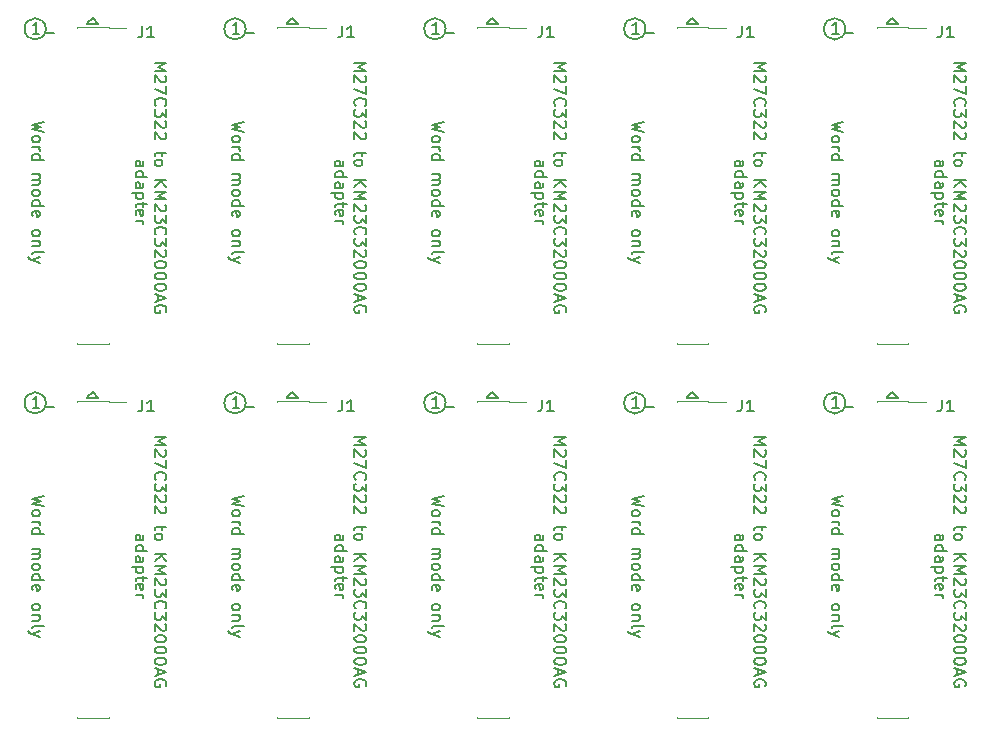
<source format=gbr>
%TF.GenerationSoftware,KiCad,Pcbnew,(6.0.7)*%
%TF.CreationDate,2022-08-09T00:19:31-07:00*%
%TF.ProjectId,panelized-M27C322-to-KM23C32000AG-adapter,70616e65-6c69-47a6-9564-2d4d32374333,rev?*%
%TF.SameCoordinates,Original*%
%TF.FileFunction,Legend,Top*%
%TF.FilePolarity,Positive*%
%FSLAX46Y46*%
G04 Gerber Fmt 4.6, Leading zero omitted, Abs format (unit mm)*
G04 Created by KiCad (PCBNEW (6.0.7)) date 2022-08-09 00:19:31*
%MOMM*%
%LPD*%
G01*
G04 APERTURE LIST*
G04 Aperture macros list*
%AMFreePoly0*
4,1,43,0.067453,0.524421,0.088820,0.521227,0.211929,0.484410,0.231542,0.475348,0.339368,0.405458,0.352846,0.393700,0.635000,0.393700,0.683980,0.375873,0.710042,0.330732,0.711200,0.317500,0.711200,-0.317500,0.693373,-0.366480,0.648232,-0.392542,0.635000,-0.393700,0.351531,-0.393700,0.345985,-0.399827,0.329361,-0.413629,0.219858,-0.480863,0.200030,-0.489443,0.076059,-0.523242,
0.054619,-0.525912,-0.073855,-0.523557,-0.095181,-0.520103,-0.217831,-0.481785,-0.237332,-0.472484,-0.344297,-0.401282,-0.352777,-0.393700,-0.635000,-0.393700,-0.683980,-0.375873,-0.710042,-0.330732,-0.711200,-0.317500,-0.711200,0.317500,-0.693373,0.366480,-0.648232,0.392542,-0.635000,0.393700,-0.352495,0.393700,-0.350843,0.395571,-0.334389,0.409574,-0.225716,0.478141,-0.205995,0.486962,
-0.082446,0.522273,-0.061040,0.525206,0.067453,0.524421,0.067453,0.524421,$1*%
G04 Aperture macros list end*
%ADD10C,0.150000*%
%ADD11C,0.120000*%
%ADD12C,0.500000*%
%ADD13C,1.152000*%
%ADD14C,1.000000*%
%ADD15FreePoly0,180.000000*%
%ADD16R,2.100000X0.750000*%
G04 APERTURE END LIST*
D10*
X93606714Y-56167380D02*
X93035285Y-56167380D01*
X93321000Y-56167380D02*
X93321000Y-55167380D01*
X93225761Y-55310238D01*
X93130523Y-55405476D01*
X93035285Y-55453095D01*
X76684214Y-56167380D02*
X76112785Y-56167380D01*
X76398500Y-56167380D02*
X76398500Y-55167380D01*
X76303261Y-55310238D01*
X76208023Y-55405476D01*
X76112785Y-55453095D01*
X59761714Y-56167380D02*
X59190285Y-56167380D01*
X59476000Y-56167380D02*
X59476000Y-55167380D01*
X59380761Y-55310238D01*
X59285523Y-55405476D01*
X59190285Y-55453095D01*
X42839214Y-56167380D02*
X42267785Y-56167380D01*
X42553500Y-56167380D02*
X42553500Y-55167380D01*
X42458261Y-55310238D01*
X42363023Y-55405476D01*
X42267785Y-55453095D01*
X25916714Y-56167380D02*
X25345285Y-56167380D01*
X25631000Y-56167380D02*
X25631000Y-55167380D01*
X25535761Y-55310238D01*
X25440523Y-55405476D01*
X25345285Y-55453095D01*
X76684214Y-24497380D02*
X76112785Y-24497380D01*
X76398500Y-24497380D02*
X76398500Y-23497380D01*
X76303261Y-23640238D01*
X76208023Y-23735476D01*
X76112785Y-23783095D01*
X93606714Y-24497380D02*
X93035285Y-24497380D01*
X93321000Y-24497380D02*
X93321000Y-23497380D01*
X93225761Y-23640238D01*
X93130523Y-23735476D01*
X93035285Y-23783095D01*
X59761714Y-24497380D02*
X59190285Y-24497380D01*
X59476000Y-24497380D02*
X59476000Y-23497380D01*
X59380761Y-23640238D01*
X59285523Y-23735476D01*
X59190285Y-23783095D01*
X42839214Y-24497380D02*
X42267785Y-24497380D01*
X42553500Y-24497380D02*
X42553500Y-23497380D01*
X42458261Y-23640238D01*
X42363023Y-23735476D01*
X42267785Y-23783095D01*
X25916714Y-24497380D02*
X25345285Y-24497380D01*
X25631000Y-24497380D02*
X25631000Y-23497380D01*
X25535761Y-23640238D01*
X25440523Y-23735476D01*
X25345285Y-23783095D01*
X93988619Y-63642619D02*
X92988619Y-63880714D01*
X93702904Y-64071190D01*
X92988619Y-64261666D01*
X93988619Y-64499761D01*
X92988619Y-65023571D02*
X93036238Y-64928333D01*
X93083857Y-64880714D01*
X93179095Y-64833095D01*
X93464809Y-64833095D01*
X93560047Y-64880714D01*
X93607666Y-64928333D01*
X93655285Y-65023571D01*
X93655285Y-65166428D01*
X93607666Y-65261666D01*
X93560047Y-65309285D01*
X93464809Y-65356904D01*
X93179095Y-65356904D01*
X93083857Y-65309285D01*
X93036238Y-65261666D01*
X92988619Y-65166428D01*
X92988619Y-65023571D01*
X92988619Y-65785476D02*
X93655285Y-65785476D01*
X93464809Y-65785476D02*
X93560047Y-65833095D01*
X93607666Y-65880714D01*
X93655285Y-65975952D01*
X93655285Y-66071190D01*
X92988619Y-66833095D02*
X93988619Y-66833095D01*
X93036238Y-66833095D02*
X92988619Y-66737857D01*
X92988619Y-66547380D01*
X93036238Y-66452142D01*
X93083857Y-66404523D01*
X93179095Y-66356904D01*
X93464809Y-66356904D01*
X93560047Y-66404523D01*
X93607666Y-66452142D01*
X93655285Y-66547380D01*
X93655285Y-66737857D01*
X93607666Y-66833095D01*
X92988619Y-68071190D02*
X93655285Y-68071190D01*
X93560047Y-68071190D02*
X93607666Y-68118809D01*
X93655285Y-68214047D01*
X93655285Y-68356904D01*
X93607666Y-68452142D01*
X93512428Y-68499761D01*
X92988619Y-68499761D01*
X93512428Y-68499761D02*
X93607666Y-68547380D01*
X93655285Y-68642619D01*
X93655285Y-68785476D01*
X93607666Y-68880714D01*
X93512428Y-68928333D01*
X92988619Y-68928333D01*
X92988619Y-69547380D02*
X93036238Y-69452142D01*
X93083857Y-69404523D01*
X93179095Y-69356904D01*
X93464809Y-69356904D01*
X93560047Y-69404523D01*
X93607666Y-69452142D01*
X93655285Y-69547380D01*
X93655285Y-69690238D01*
X93607666Y-69785476D01*
X93560047Y-69833095D01*
X93464809Y-69880714D01*
X93179095Y-69880714D01*
X93083857Y-69833095D01*
X93036238Y-69785476D01*
X92988619Y-69690238D01*
X92988619Y-69547380D01*
X92988619Y-70737857D02*
X93988619Y-70737857D01*
X93036238Y-70737857D02*
X92988619Y-70642619D01*
X92988619Y-70452142D01*
X93036238Y-70356904D01*
X93083857Y-70309285D01*
X93179095Y-70261666D01*
X93464809Y-70261666D01*
X93560047Y-70309285D01*
X93607666Y-70356904D01*
X93655285Y-70452142D01*
X93655285Y-70642619D01*
X93607666Y-70737857D01*
X93036238Y-71595000D02*
X92988619Y-71499761D01*
X92988619Y-71309285D01*
X93036238Y-71214047D01*
X93131476Y-71166428D01*
X93512428Y-71166428D01*
X93607666Y-71214047D01*
X93655285Y-71309285D01*
X93655285Y-71499761D01*
X93607666Y-71595000D01*
X93512428Y-71642619D01*
X93417190Y-71642619D01*
X93321952Y-71166428D01*
X92988619Y-72975952D02*
X93036238Y-72880714D01*
X93083857Y-72833095D01*
X93179095Y-72785476D01*
X93464809Y-72785476D01*
X93560047Y-72833095D01*
X93607666Y-72880714D01*
X93655285Y-72975952D01*
X93655285Y-73118809D01*
X93607666Y-73214047D01*
X93560047Y-73261666D01*
X93464809Y-73309285D01*
X93179095Y-73309285D01*
X93083857Y-73261666D01*
X93036238Y-73214047D01*
X92988619Y-73118809D01*
X92988619Y-72975952D01*
X93655285Y-73737857D02*
X92988619Y-73737857D01*
X93560047Y-73737857D02*
X93607666Y-73785476D01*
X93655285Y-73880714D01*
X93655285Y-74023571D01*
X93607666Y-74118809D01*
X93512428Y-74166428D01*
X92988619Y-74166428D01*
X92988619Y-74785476D02*
X93036238Y-74690238D01*
X93131476Y-74642619D01*
X93988619Y-74642619D01*
X93655285Y-75071190D02*
X92988619Y-75309285D01*
X93655285Y-75547380D02*
X92988619Y-75309285D01*
X92750523Y-75214047D01*
X92702904Y-75166428D01*
X92655285Y-75071190D01*
X77066119Y-63642619D02*
X76066119Y-63880714D01*
X76780404Y-64071190D01*
X76066119Y-64261666D01*
X77066119Y-64499761D01*
X76066119Y-65023571D02*
X76113738Y-64928333D01*
X76161357Y-64880714D01*
X76256595Y-64833095D01*
X76542309Y-64833095D01*
X76637547Y-64880714D01*
X76685166Y-64928333D01*
X76732785Y-65023571D01*
X76732785Y-65166428D01*
X76685166Y-65261666D01*
X76637547Y-65309285D01*
X76542309Y-65356904D01*
X76256595Y-65356904D01*
X76161357Y-65309285D01*
X76113738Y-65261666D01*
X76066119Y-65166428D01*
X76066119Y-65023571D01*
X76066119Y-65785476D02*
X76732785Y-65785476D01*
X76542309Y-65785476D02*
X76637547Y-65833095D01*
X76685166Y-65880714D01*
X76732785Y-65975952D01*
X76732785Y-66071190D01*
X76066119Y-66833095D02*
X77066119Y-66833095D01*
X76113738Y-66833095D02*
X76066119Y-66737857D01*
X76066119Y-66547380D01*
X76113738Y-66452142D01*
X76161357Y-66404523D01*
X76256595Y-66356904D01*
X76542309Y-66356904D01*
X76637547Y-66404523D01*
X76685166Y-66452142D01*
X76732785Y-66547380D01*
X76732785Y-66737857D01*
X76685166Y-66833095D01*
X76066119Y-68071190D02*
X76732785Y-68071190D01*
X76637547Y-68071190D02*
X76685166Y-68118809D01*
X76732785Y-68214047D01*
X76732785Y-68356904D01*
X76685166Y-68452142D01*
X76589928Y-68499761D01*
X76066119Y-68499761D01*
X76589928Y-68499761D02*
X76685166Y-68547380D01*
X76732785Y-68642619D01*
X76732785Y-68785476D01*
X76685166Y-68880714D01*
X76589928Y-68928333D01*
X76066119Y-68928333D01*
X76066119Y-69547380D02*
X76113738Y-69452142D01*
X76161357Y-69404523D01*
X76256595Y-69356904D01*
X76542309Y-69356904D01*
X76637547Y-69404523D01*
X76685166Y-69452142D01*
X76732785Y-69547380D01*
X76732785Y-69690238D01*
X76685166Y-69785476D01*
X76637547Y-69833095D01*
X76542309Y-69880714D01*
X76256595Y-69880714D01*
X76161357Y-69833095D01*
X76113738Y-69785476D01*
X76066119Y-69690238D01*
X76066119Y-69547380D01*
X76066119Y-70737857D02*
X77066119Y-70737857D01*
X76113738Y-70737857D02*
X76066119Y-70642619D01*
X76066119Y-70452142D01*
X76113738Y-70356904D01*
X76161357Y-70309285D01*
X76256595Y-70261666D01*
X76542309Y-70261666D01*
X76637547Y-70309285D01*
X76685166Y-70356904D01*
X76732785Y-70452142D01*
X76732785Y-70642619D01*
X76685166Y-70737857D01*
X76113738Y-71595000D02*
X76066119Y-71499761D01*
X76066119Y-71309285D01*
X76113738Y-71214047D01*
X76208976Y-71166428D01*
X76589928Y-71166428D01*
X76685166Y-71214047D01*
X76732785Y-71309285D01*
X76732785Y-71499761D01*
X76685166Y-71595000D01*
X76589928Y-71642619D01*
X76494690Y-71642619D01*
X76399452Y-71166428D01*
X76066119Y-72975952D02*
X76113738Y-72880714D01*
X76161357Y-72833095D01*
X76256595Y-72785476D01*
X76542309Y-72785476D01*
X76637547Y-72833095D01*
X76685166Y-72880714D01*
X76732785Y-72975952D01*
X76732785Y-73118809D01*
X76685166Y-73214047D01*
X76637547Y-73261666D01*
X76542309Y-73309285D01*
X76256595Y-73309285D01*
X76161357Y-73261666D01*
X76113738Y-73214047D01*
X76066119Y-73118809D01*
X76066119Y-72975952D01*
X76732785Y-73737857D02*
X76066119Y-73737857D01*
X76637547Y-73737857D02*
X76685166Y-73785476D01*
X76732785Y-73880714D01*
X76732785Y-74023571D01*
X76685166Y-74118809D01*
X76589928Y-74166428D01*
X76066119Y-74166428D01*
X76066119Y-74785476D02*
X76113738Y-74690238D01*
X76208976Y-74642619D01*
X77066119Y-74642619D01*
X76732785Y-75071190D02*
X76066119Y-75309285D01*
X76732785Y-75547380D02*
X76066119Y-75309285D01*
X75828023Y-75214047D01*
X75780404Y-75166428D01*
X75732785Y-75071190D01*
X60143619Y-63642619D02*
X59143619Y-63880714D01*
X59857904Y-64071190D01*
X59143619Y-64261666D01*
X60143619Y-64499761D01*
X59143619Y-65023571D02*
X59191238Y-64928333D01*
X59238857Y-64880714D01*
X59334095Y-64833095D01*
X59619809Y-64833095D01*
X59715047Y-64880714D01*
X59762666Y-64928333D01*
X59810285Y-65023571D01*
X59810285Y-65166428D01*
X59762666Y-65261666D01*
X59715047Y-65309285D01*
X59619809Y-65356904D01*
X59334095Y-65356904D01*
X59238857Y-65309285D01*
X59191238Y-65261666D01*
X59143619Y-65166428D01*
X59143619Y-65023571D01*
X59143619Y-65785476D02*
X59810285Y-65785476D01*
X59619809Y-65785476D02*
X59715047Y-65833095D01*
X59762666Y-65880714D01*
X59810285Y-65975952D01*
X59810285Y-66071190D01*
X59143619Y-66833095D02*
X60143619Y-66833095D01*
X59191238Y-66833095D02*
X59143619Y-66737857D01*
X59143619Y-66547380D01*
X59191238Y-66452142D01*
X59238857Y-66404523D01*
X59334095Y-66356904D01*
X59619809Y-66356904D01*
X59715047Y-66404523D01*
X59762666Y-66452142D01*
X59810285Y-66547380D01*
X59810285Y-66737857D01*
X59762666Y-66833095D01*
X59143619Y-68071190D02*
X59810285Y-68071190D01*
X59715047Y-68071190D02*
X59762666Y-68118809D01*
X59810285Y-68214047D01*
X59810285Y-68356904D01*
X59762666Y-68452142D01*
X59667428Y-68499761D01*
X59143619Y-68499761D01*
X59667428Y-68499761D02*
X59762666Y-68547380D01*
X59810285Y-68642619D01*
X59810285Y-68785476D01*
X59762666Y-68880714D01*
X59667428Y-68928333D01*
X59143619Y-68928333D01*
X59143619Y-69547380D02*
X59191238Y-69452142D01*
X59238857Y-69404523D01*
X59334095Y-69356904D01*
X59619809Y-69356904D01*
X59715047Y-69404523D01*
X59762666Y-69452142D01*
X59810285Y-69547380D01*
X59810285Y-69690238D01*
X59762666Y-69785476D01*
X59715047Y-69833095D01*
X59619809Y-69880714D01*
X59334095Y-69880714D01*
X59238857Y-69833095D01*
X59191238Y-69785476D01*
X59143619Y-69690238D01*
X59143619Y-69547380D01*
X59143619Y-70737857D02*
X60143619Y-70737857D01*
X59191238Y-70737857D02*
X59143619Y-70642619D01*
X59143619Y-70452142D01*
X59191238Y-70356904D01*
X59238857Y-70309285D01*
X59334095Y-70261666D01*
X59619809Y-70261666D01*
X59715047Y-70309285D01*
X59762666Y-70356904D01*
X59810285Y-70452142D01*
X59810285Y-70642619D01*
X59762666Y-70737857D01*
X59191238Y-71595000D02*
X59143619Y-71499761D01*
X59143619Y-71309285D01*
X59191238Y-71214047D01*
X59286476Y-71166428D01*
X59667428Y-71166428D01*
X59762666Y-71214047D01*
X59810285Y-71309285D01*
X59810285Y-71499761D01*
X59762666Y-71595000D01*
X59667428Y-71642619D01*
X59572190Y-71642619D01*
X59476952Y-71166428D01*
X59143619Y-72975952D02*
X59191238Y-72880714D01*
X59238857Y-72833095D01*
X59334095Y-72785476D01*
X59619809Y-72785476D01*
X59715047Y-72833095D01*
X59762666Y-72880714D01*
X59810285Y-72975952D01*
X59810285Y-73118809D01*
X59762666Y-73214047D01*
X59715047Y-73261666D01*
X59619809Y-73309285D01*
X59334095Y-73309285D01*
X59238857Y-73261666D01*
X59191238Y-73214047D01*
X59143619Y-73118809D01*
X59143619Y-72975952D01*
X59810285Y-73737857D02*
X59143619Y-73737857D01*
X59715047Y-73737857D02*
X59762666Y-73785476D01*
X59810285Y-73880714D01*
X59810285Y-74023571D01*
X59762666Y-74118809D01*
X59667428Y-74166428D01*
X59143619Y-74166428D01*
X59143619Y-74785476D02*
X59191238Y-74690238D01*
X59286476Y-74642619D01*
X60143619Y-74642619D01*
X59810285Y-75071190D02*
X59143619Y-75309285D01*
X59810285Y-75547380D02*
X59143619Y-75309285D01*
X58905523Y-75214047D01*
X58857904Y-75166428D01*
X58810285Y-75071190D01*
X43221119Y-63642619D02*
X42221119Y-63880714D01*
X42935404Y-64071190D01*
X42221119Y-64261666D01*
X43221119Y-64499761D01*
X42221119Y-65023571D02*
X42268738Y-64928333D01*
X42316357Y-64880714D01*
X42411595Y-64833095D01*
X42697309Y-64833095D01*
X42792547Y-64880714D01*
X42840166Y-64928333D01*
X42887785Y-65023571D01*
X42887785Y-65166428D01*
X42840166Y-65261666D01*
X42792547Y-65309285D01*
X42697309Y-65356904D01*
X42411595Y-65356904D01*
X42316357Y-65309285D01*
X42268738Y-65261666D01*
X42221119Y-65166428D01*
X42221119Y-65023571D01*
X42221119Y-65785476D02*
X42887785Y-65785476D01*
X42697309Y-65785476D02*
X42792547Y-65833095D01*
X42840166Y-65880714D01*
X42887785Y-65975952D01*
X42887785Y-66071190D01*
X42221119Y-66833095D02*
X43221119Y-66833095D01*
X42268738Y-66833095D02*
X42221119Y-66737857D01*
X42221119Y-66547380D01*
X42268738Y-66452142D01*
X42316357Y-66404523D01*
X42411595Y-66356904D01*
X42697309Y-66356904D01*
X42792547Y-66404523D01*
X42840166Y-66452142D01*
X42887785Y-66547380D01*
X42887785Y-66737857D01*
X42840166Y-66833095D01*
X42221119Y-68071190D02*
X42887785Y-68071190D01*
X42792547Y-68071190D02*
X42840166Y-68118809D01*
X42887785Y-68214047D01*
X42887785Y-68356904D01*
X42840166Y-68452142D01*
X42744928Y-68499761D01*
X42221119Y-68499761D01*
X42744928Y-68499761D02*
X42840166Y-68547380D01*
X42887785Y-68642619D01*
X42887785Y-68785476D01*
X42840166Y-68880714D01*
X42744928Y-68928333D01*
X42221119Y-68928333D01*
X42221119Y-69547380D02*
X42268738Y-69452142D01*
X42316357Y-69404523D01*
X42411595Y-69356904D01*
X42697309Y-69356904D01*
X42792547Y-69404523D01*
X42840166Y-69452142D01*
X42887785Y-69547380D01*
X42887785Y-69690238D01*
X42840166Y-69785476D01*
X42792547Y-69833095D01*
X42697309Y-69880714D01*
X42411595Y-69880714D01*
X42316357Y-69833095D01*
X42268738Y-69785476D01*
X42221119Y-69690238D01*
X42221119Y-69547380D01*
X42221119Y-70737857D02*
X43221119Y-70737857D01*
X42268738Y-70737857D02*
X42221119Y-70642619D01*
X42221119Y-70452142D01*
X42268738Y-70356904D01*
X42316357Y-70309285D01*
X42411595Y-70261666D01*
X42697309Y-70261666D01*
X42792547Y-70309285D01*
X42840166Y-70356904D01*
X42887785Y-70452142D01*
X42887785Y-70642619D01*
X42840166Y-70737857D01*
X42268738Y-71595000D02*
X42221119Y-71499761D01*
X42221119Y-71309285D01*
X42268738Y-71214047D01*
X42363976Y-71166428D01*
X42744928Y-71166428D01*
X42840166Y-71214047D01*
X42887785Y-71309285D01*
X42887785Y-71499761D01*
X42840166Y-71595000D01*
X42744928Y-71642619D01*
X42649690Y-71642619D01*
X42554452Y-71166428D01*
X42221119Y-72975952D02*
X42268738Y-72880714D01*
X42316357Y-72833095D01*
X42411595Y-72785476D01*
X42697309Y-72785476D01*
X42792547Y-72833095D01*
X42840166Y-72880714D01*
X42887785Y-72975952D01*
X42887785Y-73118809D01*
X42840166Y-73214047D01*
X42792547Y-73261666D01*
X42697309Y-73309285D01*
X42411595Y-73309285D01*
X42316357Y-73261666D01*
X42268738Y-73214047D01*
X42221119Y-73118809D01*
X42221119Y-72975952D01*
X42887785Y-73737857D02*
X42221119Y-73737857D01*
X42792547Y-73737857D02*
X42840166Y-73785476D01*
X42887785Y-73880714D01*
X42887785Y-74023571D01*
X42840166Y-74118809D01*
X42744928Y-74166428D01*
X42221119Y-74166428D01*
X42221119Y-74785476D02*
X42268738Y-74690238D01*
X42363976Y-74642619D01*
X43221119Y-74642619D01*
X42887785Y-75071190D02*
X42221119Y-75309285D01*
X42887785Y-75547380D02*
X42221119Y-75309285D01*
X41983023Y-75214047D01*
X41935404Y-75166428D01*
X41887785Y-75071190D01*
X26298619Y-63642619D02*
X25298619Y-63880714D01*
X26012904Y-64071190D01*
X25298619Y-64261666D01*
X26298619Y-64499761D01*
X25298619Y-65023571D02*
X25346238Y-64928333D01*
X25393857Y-64880714D01*
X25489095Y-64833095D01*
X25774809Y-64833095D01*
X25870047Y-64880714D01*
X25917666Y-64928333D01*
X25965285Y-65023571D01*
X25965285Y-65166428D01*
X25917666Y-65261666D01*
X25870047Y-65309285D01*
X25774809Y-65356904D01*
X25489095Y-65356904D01*
X25393857Y-65309285D01*
X25346238Y-65261666D01*
X25298619Y-65166428D01*
X25298619Y-65023571D01*
X25298619Y-65785476D02*
X25965285Y-65785476D01*
X25774809Y-65785476D02*
X25870047Y-65833095D01*
X25917666Y-65880714D01*
X25965285Y-65975952D01*
X25965285Y-66071190D01*
X25298619Y-66833095D02*
X26298619Y-66833095D01*
X25346238Y-66833095D02*
X25298619Y-66737857D01*
X25298619Y-66547380D01*
X25346238Y-66452142D01*
X25393857Y-66404523D01*
X25489095Y-66356904D01*
X25774809Y-66356904D01*
X25870047Y-66404523D01*
X25917666Y-66452142D01*
X25965285Y-66547380D01*
X25965285Y-66737857D01*
X25917666Y-66833095D01*
X25298619Y-68071190D02*
X25965285Y-68071190D01*
X25870047Y-68071190D02*
X25917666Y-68118809D01*
X25965285Y-68214047D01*
X25965285Y-68356904D01*
X25917666Y-68452142D01*
X25822428Y-68499761D01*
X25298619Y-68499761D01*
X25822428Y-68499761D02*
X25917666Y-68547380D01*
X25965285Y-68642619D01*
X25965285Y-68785476D01*
X25917666Y-68880714D01*
X25822428Y-68928333D01*
X25298619Y-68928333D01*
X25298619Y-69547380D02*
X25346238Y-69452142D01*
X25393857Y-69404523D01*
X25489095Y-69356904D01*
X25774809Y-69356904D01*
X25870047Y-69404523D01*
X25917666Y-69452142D01*
X25965285Y-69547380D01*
X25965285Y-69690238D01*
X25917666Y-69785476D01*
X25870047Y-69833095D01*
X25774809Y-69880714D01*
X25489095Y-69880714D01*
X25393857Y-69833095D01*
X25346238Y-69785476D01*
X25298619Y-69690238D01*
X25298619Y-69547380D01*
X25298619Y-70737857D02*
X26298619Y-70737857D01*
X25346238Y-70737857D02*
X25298619Y-70642619D01*
X25298619Y-70452142D01*
X25346238Y-70356904D01*
X25393857Y-70309285D01*
X25489095Y-70261666D01*
X25774809Y-70261666D01*
X25870047Y-70309285D01*
X25917666Y-70356904D01*
X25965285Y-70452142D01*
X25965285Y-70642619D01*
X25917666Y-70737857D01*
X25346238Y-71595000D02*
X25298619Y-71499761D01*
X25298619Y-71309285D01*
X25346238Y-71214047D01*
X25441476Y-71166428D01*
X25822428Y-71166428D01*
X25917666Y-71214047D01*
X25965285Y-71309285D01*
X25965285Y-71499761D01*
X25917666Y-71595000D01*
X25822428Y-71642619D01*
X25727190Y-71642619D01*
X25631952Y-71166428D01*
X25298619Y-72975952D02*
X25346238Y-72880714D01*
X25393857Y-72833095D01*
X25489095Y-72785476D01*
X25774809Y-72785476D01*
X25870047Y-72833095D01*
X25917666Y-72880714D01*
X25965285Y-72975952D01*
X25965285Y-73118809D01*
X25917666Y-73214047D01*
X25870047Y-73261666D01*
X25774809Y-73309285D01*
X25489095Y-73309285D01*
X25393857Y-73261666D01*
X25346238Y-73214047D01*
X25298619Y-73118809D01*
X25298619Y-72975952D01*
X25965285Y-73737857D02*
X25298619Y-73737857D01*
X25870047Y-73737857D02*
X25917666Y-73785476D01*
X25965285Y-73880714D01*
X25965285Y-74023571D01*
X25917666Y-74118809D01*
X25822428Y-74166428D01*
X25298619Y-74166428D01*
X25298619Y-74785476D02*
X25346238Y-74690238D01*
X25441476Y-74642619D01*
X26298619Y-74642619D01*
X25965285Y-75071190D02*
X25298619Y-75309285D01*
X25965285Y-75547380D02*
X25298619Y-75309285D01*
X25060523Y-75214047D01*
X25012904Y-75166428D01*
X24965285Y-75071190D01*
X93988619Y-31972619D02*
X92988619Y-32210714D01*
X93702904Y-32401190D01*
X92988619Y-32591666D01*
X93988619Y-32829761D01*
X92988619Y-33353571D02*
X93036238Y-33258333D01*
X93083857Y-33210714D01*
X93179095Y-33163095D01*
X93464809Y-33163095D01*
X93560047Y-33210714D01*
X93607666Y-33258333D01*
X93655285Y-33353571D01*
X93655285Y-33496428D01*
X93607666Y-33591666D01*
X93560047Y-33639285D01*
X93464809Y-33686904D01*
X93179095Y-33686904D01*
X93083857Y-33639285D01*
X93036238Y-33591666D01*
X92988619Y-33496428D01*
X92988619Y-33353571D01*
X92988619Y-34115476D02*
X93655285Y-34115476D01*
X93464809Y-34115476D02*
X93560047Y-34163095D01*
X93607666Y-34210714D01*
X93655285Y-34305952D01*
X93655285Y-34401190D01*
X92988619Y-35163095D02*
X93988619Y-35163095D01*
X93036238Y-35163095D02*
X92988619Y-35067857D01*
X92988619Y-34877380D01*
X93036238Y-34782142D01*
X93083857Y-34734523D01*
X93179095Y-34686904D01*
X93464809Y-34686904D01*
X93560047Y-34734523D01*
X93607666Y-34782142D01*
X93655285Y-34877380D01*
X93655285Y-35067857D01*
X93607666Y-35163095D01*
X92988619Y-36401190D02*
X93655285Y-36401190D01*
X93560047Y-36401190D02*
X93607666Y-36448809D01*
X93655285Y-36544047D01*
X93655285Y-36686904D01*
X93607666Y-36782142D01*
X93512428Y-36829761D01*
X92988619Y-36829761D01*
X93512428Y-36829761D02*
X93607666Y-36877380D01*
X93655285Y-36972619D01*
X93655285Y-37115476D01*
X93607666Y-37210714D01*
X93512428Y-37258333D01*
X92988619Y-37258333D01*
X92988619Y-37877380D02*
X93036238Y-37782142D01*
X93083857Y-37734523D01*
X93179095Y-37686904D01*
X93464809Y-37686904D01*
X93560047Y-37734523D01*
X93607666Y-37782142D01*
X93655285Y-37877380D01*
X93655285Y-38020238D01*
X93607666Y-38115476D01*
X93560047Y-38163095D01*
X93464809Y-38210714D01*
X93179095Y-38210714D01*
X93083857Y-38163095D01*
X93036238Y-38115476D01*
X92988619Y-38020238D01*
X92988619Y-37877380D01*
X92988619Y-39067857D02*
X93988619Y-39067857D01*
X93036238Y-39067857D02*
X92988619Y-38972619D01*
X92988619Y-38782142D01*
X93036238Y-38686904D01*
X93083857Y-38639285D01*
X93179095Y-38591666D01*
X93464809Y-38591666D01*
X93560047Y-38639285D01*
X93607666Y-38686904D01*
X93655285Y-38782142D01*
X93655285Y-38972619D01*
X93607666Y-39067857D01*
X93036238Y-39925000D02*
X92988619Y-39829761D01*
X92988619Y-39639285D01*
X93036238Y-39544047D01*
X93131476Y-39496428D01*
X93512428Y-39496428D01*
X93607666Y-39544047D01*
X93655285Y-39639285D01*
X93655285Y-39829761D01*
X93607666Y-39925000D01*
X93512428Y-39972619D01*
X93417190Y-39972619D01*
X93321952Y-39496428D01*
X92988619Y-41305952D02*
X93036238Y-41210714D01*
X93083857Y-41163095D01*
X93179095Y-41115476D01*
X93464809Y-41115476D01*
X93560047Y-41163095D01*
X93607666Y-41210714D01*
X93655285Y-41305952D01*
X93655285Y-41448809D01*
X93607666Y-41544047D01*
X93560047Y-41591666D01*
X93464809Y-41639285D01*
X93179095Y-41639285D01*
X93083857Y-41591666D01*
X93036238Y-41544047D01*
X92988619Y-41448809D01*
X92988619Y-41305952D01*
X93655285Y-42067857D02*
X92988619Y-42067857D01*
X93560047Y-42067857D02*
X93607666Y-42115476D01*
X93655285Y-42210714D01*
X93655285Y-42353571D01*
X93607666Y-42448809D01*
X93512428Y-42496428D01*
X92988619Y-42496428D01*
X92988619Y-43115476D02*
X93036238Y-43020238D01*
X93131476Y-42972619D01*
X93988619Y-42972619D01*
X93655285Y-43401190D02*
X92988619Y-43639285D01*
X93655285Y-43877380D02*
X92988619Y-43639285D01*
X92750523Y-43544047D01*
X92702904Y-43496428D01*
X92655285Y-43401190D01*
X60143619Y-31972619D02*
X59143619Y-32210714D01*
X59857904Y-32401190D01*
X59143619Y-32591666D01*
X60143619Y-32829761D01*
X59143619Y-33353571D02*
X59191238Y-33258333D01*
X59238857Y-33210714D01*
X59334095Y-33163095D01*
X59619809Y-33163095D01*
X59715047Y-33210714D01*
X59762666Y-33258333D01*
X59810285Y-33353571D01*
X59810285Y-33496428D01*
X59762666Y-33591666D01*
X59715047Y-33639285D01*
X59619809Y-33686904D01*
X59334095Y-33686904D01*
X59238857Y-33639285D01*
X59191238Y-33591666D01*
X59143619Y-33496428D01*
X59143619Y-33353571D01*
X59143619Y-34115476D02*
X59810285Y-34115476D01*
X59619809Y-34115476D02*
X59715047Y-34163095D01*
X59762666Y-34210714D01*
X59810285Y-34305952D01*
X59810285Y-34401190D01*
X59143619Y-35163095D02*
X60143619Y-35163095D01*
X59191238Y-35163095D02*
X59143619Y-35067857D01*
X59143619Y-34877380D01*
X59191238Y-34782142D01*
X59238857Y-34734523D01*
X59334095Y-34686904D01*
X59619809Y-34686904D01*
X59715047Y-34734523D01*
X59762666Y-34782142D01*
X59810285Y-34877380D01*
X59810285Y-35067857D01*
X59762666Y-35163095D01*
X59143619Y-36401190D02*
X59810285Y-36401190D01*
X59715047Y-36401190D02*
X59762666Y-36448809D01*
X59810285Y-36544047D01*
X59810285Y-36686904D01*
X59762666Y-36782142D01*
X59667428Y-36829761D01*
X59143619Y-36829761D01*
X59667428Y-36829761D02*
X59762666Y-36877380D01*
X59810285Y-36972619D01*
X59810285Y-37115476D01*
X59762666Y-37210714D01*
X59667428Y-37258333D01*
X59143619Y-37258333D01*
X59143619Y-37877380D02*
X59191238Y-37782142D01*
X59238857Y-37734523D01*
X59334095Y-37686904D01*
X59619809Y-37686904D01*
X59715047Y-37734523D01*
X59762666Y-37782142D01*
X59810285Y-37877380D01*
X59810285Y-38020238D01*
X59762666Y-38115476D01*
X59715047Y-38163095D01*
X59619809Y-38210714D01*
X59334095Y-38210714D01*
X59238857Y-38163095D01*
X59191238Y-38115476D01*
X59143619Y-38020238D01*
X59143619Y-37877380D01*
X59143619Y-39067857D02*
X60143619Y-39067857D01*
X59191238Y-39067857D02*
X59143619Y-38972619D01*
X59143619Y-38782142D01*
X59191238Y-38686904D01*
X59238857Y-38639285D01*
X59334095Y-38591666D01*
X59619809Y-38591666D01*
X59715047Y-38639285D01*
X59762666Y-38686904D01*
X59810285Y-38782142D01*
X59810285Y-38972619D01*
X59762666Y-39067857D01*
X59191238Y-39925000D02*
X59143619Y-39829761D01*
X59143619Y-39639285D01*
X59191238Y-39544047D01*
X59286476Y-39496428D01*
X59667428Y-39496428D01*
X59762666Y-39544047D01*
X59810285Y-39639285D01*
X59810285Y-39829761D01*
X59762666Y-39925000D01*
X59667428Y-39972619D01*
X59572190Y-39972619D01*
X59476952Y-39496428D01*
X59143619Y-41305952D02*
X59191238Y-41210714D01*
X59238857Y-41163095D01*
X59334095Y-41115476D01*
X59619809Y-41115476D01*
X59715047Y-41163095D01*
X59762666Y-41210714D01*
X59810285Y-41305952D01*
X59810285Y-41448809D01*
X59762666Y-41544047D01*
X59715047Y-41591666D01*
X59619809Y-41639285D01*
X59334095Y-41639285D01*
X59238857Y-41591666D01*
X59191238Y-41544047D01*
X59143619Y-41448809D01*
X59143619Y-41305952D01*
X59810285Y-42067857D02*
X59143619Y-42067857D01*
X59715047Y-42067857D02*
X59762666Y-42115476D01*
X59810285Y-42210714D01*
X59810285Y-42353571D01*
X59762666Y-42448809D01*
X59667428Y-42496428D01*
X59143619Y-42496428D01*
X59143619Y-43115476D02*
X59191238Y-43020238D01*
X59286476Y-42972619D01*
X60143619Y-42972619D01*
X59810285Y-43401190D02*
X59143619Y-43639285D01*
X59810285Y-43877380D02*
X59143619Y-43639285D01*
X58905523Y-43544047D01*
X58857904Y-43496428D01*
X58810285Y-43401190D01*
X77066119Y-31972619D02*
X76066119Y-32210714D01*
X76780404Y-32401190D01*
X76066119Y-32591666D01*
X77066119Y-32829761D01*
X76066119Y-33353571D02*
X76113738Y-33258333D01*
X76161357Y-33210714D01*
X76256595Y-33163095D01*
X76542309Y-33163095D01*
X76637547Y-33210714D01*
X76685166Y-33258333D01*
X76732785Y-33353571D01*
X76732785Y-33496428D01*
X76685166Y-33591666D01*
X76637547Y-33639285D01*
X76542309Y-33686904D01*
X76256595Y-33686904D01*
X76161357Y-33639285D01*
X76113738Y-33591666D01*
X76066119Y-33496428D01*
X76066119Y-33353571D01*
X76066119Y-34115476D02*
X76732785Y-34115476D01*
X76542309Y-34115476D02*
X76637547Y-34163095D01*
X76685166Y-34210714D01*
X76732785Y-34305952D01*
X76732785Y-34401190D01*
X76066119Y-35163095D02*
X77066119Y-35163095D01*
X76113738Y-35163095D02*
X76066119Y-35067857D01*
X76066119Y-34877380D01*
X76113738Y-34782142D01*
X76161357Y-34734523D01*
X76256595Y-34686904D01*
X76542309Y-34686904D01*
X76637547Y-34734523D01*
X76685166Y-34782142D01*
X76732785Y-34877380D01*
X76732785Y-35067857D01*
X76685166Y-35163095D01*
X76066119Y-36401190D02*
X76732785Y-36401190D01*
X76637547Y-36401190D02*
X76685166Y-36448809D01*
X76732785Y-36544047D01*
X76732785Y-36686904D01*
X76685166Y-36782142D01*
X76589928Y-36829761D01*
X76066119Y-36829761D01*
X76589928Y-36829761D02*
X76685166Y-36877380D01*
X76732785Y-36972619D01*
X76732785Y-37115476D01*
X76685166Y-37210714D01*
X76589928Y-37258333D01*
X76066119Y-37258333D01*
X76066119Y-37877380D02*
X76113738Y-37782142D01*
X76161357Y-37734523D01*
X76256595Y-37686904D01*
X76542309Y-37686904D01*
X76637547Y-37734523D01*
X76685166Y-37782142D01*
X76732785Y-37877380D01*
X76732785Y-38020238D01*
X76685166Y-38115476D01*
X76637547Y-38163095D01*
X76542309Y-38210714D01*
X76256595Y-38210714D01*
X76161357Y-38163095D01*
X76113738Y-38115476D01*
X76066119Y-38020238D01*
X76066119Y-37877380D01*
X76066119Y-39067857D02*
X77066119Y-39067857D01*
X76113738Y-39067857D02*
X76066119Y-38972619D01*
X76066119Y-38782142D01*
X76113738Y-38686904D01*
X76161357Y-38639285D01*
X76256595Y-38591666D01*
X76542309Y-38591666D01*
X76637547Y-38639285D01*
X76685166Y-38686904D01*
X76732785Y-38782142D01*
X76732785Y-38972619D01*
X76685166Y-39067857D01*
X76113738Y-39925000D02*
X76066119Y-39829761D01*
X76066119Y-39639285D01*
X76113738Y-39544047D01*
X76208976Y-39496428D01*
X76589928Y-39496428D01*
X76685166Y-39544047D01*
X76732785Y-39639285D01*
X76732785Y-39829761D01*
X76685166Y-39925000D01*
X76589928Y-39972619D01*
X76494690Y-39972619D01*
X76399452Y-39496428D01*
X76066119Y-41305952D02*
X76113738Y-41210714D01*
X76161357Y-41163095D01*
X76256595Y-41115476D01*
X76542309Y-41115476D01*
X76637547Y-41163095D01*
X76685166Y-41210714D01*
X76732785Y-41305952D01*
X76732785Y-41448809D01*
X76685166Y-41544047D01*
X76637547Y-41591666D01*
X76542309Y-41639285D01*
X76256595Y-41639285D01*
X76161357Y-41591666D01*
X76113738Y-41544047D01*
X76066119Y-41448809D01*
X76066119Y-41305952D01*
X76732785Y-42067857D02*
X76066119Y-42067857D01*
X76637547Y-42067857D02*
X76685166Y-42115476D01*
X76732785Y-42210714D01*
X76732785Y-42353571D01*
X76685166Y-42448809D01*
X76589928Y-42496428D01*
X76066119Y-42496428D01*
X76066119Y-43115476D02*
X76113738Y-43020238D01*
X76208976Y-42972619D01*
X77066119Y-42972619D01*
X76732785Y-43401190D02*
X76066119Y-43639285D01*
X76732785Y-43877380D02*
X76066119Y-43639285D01*
X75828023Y-43544047D01*
X75780404Y-43496428D01*
X75732785Y-43401190D01*
X43221119Y-31972619D02*
X42221119Y-32210714D01*
X42935404Y-32401190D01*
X42221119Y-32591666D01*
X43221119Y-32829761D01*
X42221119Y-33353571D02*
X42268738Y-33258333D01*
X42316357Y-33210714D01*
X42411595Y-33163095D01*
X42697309Y-33163095D01*
X42792547Y-33210714D01*
X42840166Y-33258333D01*
X42887785Y-33353571D01*
X42887785Y-33496428D01*
X42840166Y-33591666D01*
X42792547Y-33639285D01*
X42697309Y-33686904D01*
X42411595Y-33686904D01*
X42316357Y-33639285D01*
X42268738Y-33591666D01*
X42221119Y-33496428D01*
X42221119Y-33353571D01*
X42221119Y-34115476D02*
X42887785Y-34115476D01*
X42697309Y-34115476D02*
X42792547Y-34163095D01*
X42840166Y-34210714D01*
X42887785Y-34305952D01*
X42887785Y-34401190D01*
X42221119Y-35163095D02*
X43221119Y-35163095D01*
X42268738Y-35163095D02*
X42221119Y-35067857D01*
X42221119Y-34877380D01*
X42268738Y-34782142D01*
X42316357Y-34734523D01*
X42411595Y-34686904D01*
X42697309Y-34686904D01*
X42792547Y-34734523D01*
X42840166Y-34782142D01*
X42887785Y-34877380D01*
X42887785Y-35067857D01*
X42840166Y-35163095D01*
X42221119Y-36401190D02*
X42887785Y-36401190D01*
X42792547Y-36401190D02*
X42840166Y-36448809D01*
X42887785Y-36544047D01*
X42887785Y-36686904D01*
X42840166Y-36782142D01*
X42744928Y-36829761D01*
X42221119Y-36829761D01*
X42744928Y-36829761D02*
X42840166Y-36877380D01*
X42887785Y-36972619D01*
X42887785Y-37115476D01*
X42840166Y-37210714D01*
X42744928Y-37258333D01*
X42221119Y-37258333D01*
X42221119Y-37877380D02*
X42268738Y-37782142D01*
X42316357Y-37734523D01*
X42411595Y-37686904D01*
X42697309Y-37686904D01*
X42792547Y-37734523D01*
X42840166Y-37782142D01*
X42887785Y-37877380D01*
X42887785Y-38020238D01*
X42840166Y-38115476D01*
X42792547Y-38163095D01*
X42697309Y-38210714D01*
X42411595Y-38210714D01*
X42316357Y-38163095D01*
X42268738Y-38115476D01*
X42221119Y-38020238D01*
X42221119Y-37877380D01*
X42221119Y-39067857D02*
X43221119Y-39067857D01*
X42268738Y-39067857D02*
X42221119Y-38972619D01*
X42221119Y-38782142D01*
X42268738Y-38686904D01*
X42316357Y-38639285D01*
X42411595Y-38591666D01*
X42697309Y-38591666D01*
X42792547Y-38639285D01*
X42840166Y-38686904D01*
X42887785Y-38782142D01*
X42887785Y-38972619D01*
X42840166Y-39067857D01*
X42268738Y-39925000D02*
X42221119Y-39829761D01*
X42221119Y-39639285D01*
X42268738Y-39544047D01*
X42363976Y-39496428D01*
X42744928Y-39496428D01*
X42840166Y-39544047D01*
X42887785Y-39639285D01*
X42887785Y-39829761D01*
X42840166Y-39925000D01*
X42744928Y-39972619D01*
X42649690Y-39972619D01*
X42554452Y-39496428D01*
X42221119Y-41305952D02*
X42268738Y-41210714D01*
X42316357Y-41163095D01*
X42411595Y-41115476D01*
X42697309Y-41115476D01*
X42792547Y-41163095D01*
X42840166Y-41210714D01*
X42887785Y-41305952D01*
X42887785Y-41448809D01*
X42840166Y-41544047D01*
X42792547Y-41591666D01*
X42697309Y-41639285D01*
X42411595Y-41639285D01*
X42316357Y-41591666D01*
X42268738Y-41544047D01*
X42221119Y-41448809D01*
X42221119Y-41305952D01*
X42887785Y-42067857D02*
X42221119Y-42067857D01*
X42792547Y-42067857D02*
X42840166Y-42115476D01*
X42887785Y-42210714D01*
X42887785Y-42353571D01*
X42840166Y-42448809D01*
X42744928Y-42496428D01*
X42221119Y-42496428D01*
X42221119Y-43115476D02*
X42268738Y-43020238D01*
X42363976Y-42972619D01*
X43221119Y-42972619D01*
X42887785Y-43401190D02*
X42221119Y-43639285D01*
X42887785Y-43877380D02*
X42221119Y-43639285D01*
X41983023Y-43544047D01*
X41935404Y-43496428D01*
X41887785Y-43401190D01*
X26298619Y-31972619D02*
X25298619Y-32210714D01*
X26012904Y-32401190D01*
X25298619Y-32591666D01*
X26298619Y-32829761D01*
X25298619Y-33353571D02*
X25346238Y-33258333D01*
X25393857Y-33210714D01*
X25489095Y-33163095D01*
X25774809Y-33163095D01*
X25870047Y-33210714D01*
X25917666Y-33258333D01*
X25965285Y-33353571D01*
X25965285Y-33496428D01*
X25917666Y-33591666D01*
X25870047Y-33639285D01*
X25774809Y-33686904D01*
X25489095Y-33686904D01*
X25393857Y-33639285D01*
X25346238Y-33591666D01*
X25298619Y-33496428D01*
X25298619Y-33353571D01*
X25298619Y-34115476D02*
X25965285Y-34115476D01*
X25774809Y-34115476D02*
X25870047Y-34163095D01*
X25917666Y-34210714D01*
X25965285Y-34305952D01*
X25965285Y-34401190D01*
X25298619Y-35163095D02*
X26298619Y-35163095D01*
X25346238Y-35163095D02*
X25298619Y-35067857D01*
X25298619Y-34877380D01*
X25346238Y-34782142D01*
X25393857Y-34734523D01*
X25489095Y-34686904D01*
X25774809Y-34686904D01*
X25870047Y-34734523D01*
X25917666Y-34782142D01*
X25965285Y-34877380D01*
X25965285Y-35067857D01*
X25917666Y-35163095D01*
X25298619Y-36401190D02*
X25965285Y-36401190D01*
X25870047Y-36401190D02*
X25917666Y-36448809D01*
X25965285Y-36544047D01*
X25965285Y-36686904D01*
X25917666Y-36782142D01*
X25822428Y-36829761D01*
X25298619Y-36829761D01*
X25822428Y-36829761D02*
X25917666Y-36877380D01*
X25965285Y-36972619D01*
X25965285Y-37115476D01*
X25917666Y-37210714D01*
X25822428Y-37258333D01*
X25298619Y-37258333D01*
X25298619Y-37877380D02*
X25346238Y-37782142D01*
X25393857Y-37734523D01*
X25489095Y-37686904D01*
X25774809Y-37686904D01*
X25870047Y-37734523D01*
X25917666Y-37782142D01*
X25965285Y-37877380D01*
X25965285Y-38020238D01*
X25917666Y-38115476D01*
X25870047Y-38163095D01*
X25774809Y-38210714D01*
X25489095Y-38210714D01*
X25393857Y-38163095D01*
X25346238Y-38115476D01*
X25298619Y-38020238D01*
X25298619Y-37877380D01*
X25298619Y-39067857D02*
X26298619Y-39067857D01*
X25346238Y-39067857D02*
X25298619Y-38972619D01*
X25298619Y-38782142D01*
X25346238Y-38686904D01*
X25393857Y-38639285D01*
X25489095Y-38591666D01*
X25774809Y-38591666D01*
X25870047Y-38639285D01*
X25917666Y-38686904D01*
X25965285Y-38782142D01*
X25965285Y-38972619D01*
X25917666Y-39067857D01*
X25346238Y-39925000D02*
X25298619Y-39829761D01*
X25298619Y-39639285D01*
X25346238Y-39544047D01*
X25441476Y-39496428D01*
X25822428Y-39496428D01*
X25917666Y-39544047D01*
X25965285Y-39639285D01*
X25965285Y-39829761D01*
X25917666Y-39925000D01*
X25822428Y-39972619D01*
X25727190Y-39972619D01*
X25631952Y-39496428D01*
X25298619Y-41305952D02*
X25346238Y-41210714D01*
X25393857Y-41163095D01*
X25489095Y-41115476D01*
X25774809Y-41115476D01*
X25870047Y-41163095D01*
X25917666Y-41210714D01*
X25965285Y-41305952D01*
X25965285Y-41448809D01*
X25917666Y-41544047D01*
X25870047Y-41591666D01*
X25774809Y-41639285D01*
X25489095Y-41639285D01*
X25393857Y-41591666D01*
X25346238Y-41544047D01*
X25298619Y-41448809D01*
X25298619Y-41305952D01*
X25965285Y-42067857D02*
X25298619Y-42067857D01*
X25870047Y-42067857D02*
X25917666Y-42115476D01*
X25965285Y-42210714D01*
X25965285Y-42353571D01*
X25917666Y-42448809D01*
X25822428Y-42496428D01*
X25298619Y-42496428D01*
X25298619Y-43115476D02*
X25346238Y-43020238D01*
X25441476Y-42972619D01*
X26298619Y-42972619D01*
X25965285Y-43401190D02*
X25298619Y-43639285D01*
X25965285Y-43877380D02*
X25298619Y-43639285D01*
X25060523Y-43544047D01*
X25012904Y-43496428D01*
X24965285Y-43401190D01*
X103353619Y-58616428D02*
X104353619Y-58616428D01*
X103639333Y-58949761D01*
X104353619Y-59283095D01*
X103353619Y-59283095D01*
X104258380Y-59711666D02*
X104306000Y-59759285D01*
X104353619Y-59854523D01*
X104353619Y-60092619D01*
X104306000Y-60187857D01*
X104258380Y-60235476D01*
X104163142Y-60283095D01*
X104067904Y-60283095D01*
X103925047Y-60235476D01*
X103353619Y-59664047D01*
X103353619Y-60283095D01*
X104353619Y-60616428D02*
X104353619Y-61283095D01*
X103353619Y-60854523D01*
X103448857Y-62235476D02*
X103401238Y-62187857D01*
X103353619Y-62045000D01*
X103353619Y-61949761D01*
X103401238Y-61806904D01*
X103496476Y-61711666D01*
X103591714Y-61664047D01*
X103782190Y-61616428D01*
X103925047Y-61616428D01*
X104115523Y-61664047D01*
X104210761Y-61711666D01*
X104306000Y-61806904D01*
X104353619Y-61949761D01*
X104353619Y-62045000D01*
X104306000Y-62187857D01*
X104258380Y-62235476D01*
X104353619Y-62568809D02*
X104353619Y-63187857D01*
X103972666Y-62854523D01*
X103972666Y-62997380D01*
X103925047Y-63092619D01*
X103877428Y-63140238D01*
X103782190Y-63187857D01*
X103544095Y-63187857D01*
X103448857Y-63140238D01*
X103401238Y-63092619D01*
X103353619Y-62997380D01*
X103353619Y-62711666D01*
X103401238Y-62616428D01*
X103448857Y-62568809D01*
X104258380Y-63568809D02*
X104306000Y-63616428D01*
X104353619Y-63711666D01*
X104353619Y-63949761D01*
X104306000Y-64045000D01*
X104258380Y-64092619D01*
X104163142Y-64140238D01*
X104067904Y-64140238D01*
X103925047Y-64092619D01*
X103353619Y-63521190D01*
X103353619Y-64140238D01*
X104258380Y-64521190D02*
X104306000Y-64568809D01*
X104353619Y-64664047D01*
X104353619Y-64902142D01*
X104306000Y-64997380D01*
X104258380Y-65045000D01*
X104163142Y-65092619D01*
X104067904Y-65092619D01*
X103925047Y-65045000D01*
X103353619Y-64473571D01*
X103353619Y-65092619D01*
X104020285Y-66140238D02*
X104020285Y-66521190D01*
X104353619Y-66283095D02*
X103496476Y-66283095D01*
X103401238Y-66330714D01*
X103353619Y-66425952D01*
X103353619Y-66521190D01*
X103353619Y-66997380D02*
X103401238Y-66902142D01*
X103448857Y-66854523D01*
X103544095Y-66806904D01*
X103829809Y-66806904D01*
X103925047Y-66854523D01*
X103972666Y-66902142D01*
X104020285Y-66997380D01*
X104020285Y-67140238D01*
X103972666Y-67235476D01*
X103925047Y-67283095D01*
X103829809Y-67330714D01*
X103544095Y-67330714D01*
X103448857Y-67283095D01*
X103401238Y-67235476D01*
X103353619Y-67140238D01*
X103353619Y-66997380D01*
X103353619Y-68521190D02*
X104353619Y-68521190D01*
X103353619Y-69092619D02*
X103925047Y-68664047D01*
X104353619Y-69092619D02*
X103782190Y-68521190D01*
X103353619Y-69521190D02*
X104353619Y-69521190D01*
X103639333Y-69854523D01*
X104353619Y-70187857D01*
X103353619Y-70187857D01*
X104258380Y-70616428D02*
X104306000Y-70664047D01*
X104353619Y-70759285D01*
X104353619Y-70997380D01*
X104306000Y-71092619D01*
X104258380Y-71140238D01*
X104163142Y-71187857D01*
X104067904Y-71187857D01*
X103925047Y-71140238D01*
X103353619Y-70568809D01*
X103353619Y-71187857D01*
X104353619Y-71521190D02*
X104353619Y-72140238D01*
X103972666Y-71806904D01*
X103972666Y-71949761D01*
X103925047Y-72045000D01*
X103877428Y-72092619D01*
X103782190Y-72140238D01*
X103544095Y-72140238D01*
X103448857Y-72092619D01*
X103401238Y-72045000D01*
X103353619Y-71949761D01*
X103353619Y-71664047D01*
X103401238Y-71568809D01*
X103448857Y-71521190D01*
X103448857Y-73140238D02*
X103401238Y-73092619D01*
X103353619Y-72949761D01*
X103353619Y-72854523D01*
X103401238Y-72711666D01*
X103496476Y-72616428D01*
X103591714Y-72568809D01*
X103782190Y-72521190D01*
X103925047Y-72521190D01*
X104115523Y-72568809D01*
X104210761Y-72616428D01*
X104306000Y-72711666D01*
X104353619Y-72854523D01*
X104353619Y-72949761D01*
X104306000Y-73092619D01*
X104258380Y-73140238D01*
X104353619Y-73473571D02*
X104353619Y-74092619D01*
X103972666Y-73759285D01*
X103972666Y-73902142D01*
X103925047Y-73997380D01*
X103877428Y-74045000D01*
X103782190Y-74092619D01*
X103544095Y-74092619D01*
X103448857Y-74045000D01*
X103401238Y-73997380D01*
X103353619Y-73902142D01*
X103353619Y-73616428D01*
X103401238Y-73521190D01*
X103448857Y-73473571D01*
X104258380Y-74473571D02*
X104306000Y-74521190D01*
X104353619Y-74616428D01*
X104353619Y-74854523D01*
X104306000Y-74949761D01*
X104258380Y-74997380D01*
X104163142Y-75045000D01*
X104067904Y-75045000D01*
X103925047Y-74997380D01*
X103353619Y-74425952D01*
X103353619Y-75045000D01*
X104353619Y-75664047D02*
X104353619Y-75759285D01*
X104306000Y-75854523D01*
X104258380Y-75902142D01*
X104163142Y-75949761D01*
X103972666Y-75997380D01*
X103734571Y-75997380D01*
X103544095Y-75949761D01*
X103448857Y-75902142D01*
X103401238Y-75854523D01*
X103353619Y-75759285D01*
X103353619Y-75664047D01*
X103401238Y-75568809D01*
X103448857Y-75521190D01*
X103544095Y-75473571D01*
X103734571Y-75425952D01*
X103972666Y-75425952D01*
X104163142Y-75473571D01*
X104258380Y-75521190D01*
X104306000Y-75568809D01*
X104353619Y-75664047D01*
X104353619Y-76616428D02*
X104353619Y-76711666D01*
X104306000Y-76806904D01*
X104258380Y-76854523D01*
X104163142Y-76902142D01*
X103972666Y-76949761D01*
X103734571Y-76949761D01*
X103544095Y-76902142D01*
X103448857Y-76854523D01*
X103401238Y-76806904D01*
X103353619Y-76711666D01*
X103353619Y-76616428D01*
X103401238Y-76521190D01*
X103448857Y-76473571D01*
X103544095Y-76425952D01*
X103734571Y-76378333D01*
X103972666Y-76378333D01*
X104163142Y-76425952D01*
X104258380Y-76473571D01*
X104306000Y-76521190D01*
X104353619Y-76616428D01*
X104353619Y-77568809D02*
X104353619Y-77664047D01*
X104306000Y-77759285D01*
X104258380Y-77806904D01*
X104163142Y-77854523D01*
X103972666Y-77902142D01*
X103734571Y-77902142D01*
X103544095Y-77854523D01*
X103448857Y-77806904D01*
X103401238Y-77759285D01*
X103353619Y-77664047D01*
X103353619Y-77568809D01*
X103401238Y-77473571D01*
X103448857Y-77425952D01*
X103544095Y-77378333D01*
X103734571Y-77330714D01*
X103972666Y-77330714D01*
X104163142Y-77378333D01*
X104258380Y-77425952D01*
X104306000Y-77473571D01*
X104353619Y-77568809D01*
X103639333Y-78283095D02*
X103639333Y-78759285D01*
X103353619Y-78187857D02*
X104353619Y-78521190D01*
X103353619Y-78854523D01*
X104306000Y-79711666D02*
X104353619Y-79616428D01*
X104353619Y-79473571D01*
X104306000Y-79330714D01*
X104210761Y-79235476D01*
X104115523Y-79187857D01*
X103925047Y-79140238D01*
X103782190Y-79140238D01*
X103591714Y-79187857D01*
X103496476Y-79235476D01*
X103401238Y-79330714D01*
X103353619Y-79473571D01*
X103353619Y-79568809D01*
X103401238Y-79711666D01*
X103448857Y-79759285D01*
X103782190Y-79759285D01*
X103782190Y-79568809D01*
X101743619Y-67378333D02*
X102267428Y-67378333D01*
X102362666Y-67330714D01*
X102410285Y-67235476D01*
X102410285Y-67045000D01*
X102362666Y-66949761D01*
X101791238Y-67378333D02*
X101743619Y-67283095D01*
X101743619Y-67045000D01*
X101791238Y-66949761D01*
X101886476Y-66902142D01*
X101981714Y-66902142D01*
X102076952Y-66949761D01*
X102124571Y-67045000D01*
X102124571Y-67283095D01*
X102172190Y-67378333D01*
X101743619Y-68283095D02*
X102743619Y-68283095D01*
X101791238Y-68283095D02*
X101743619Y-68187857D01*
X101743619Y-67997380D01*
X101791238Y-67902142D01*
X101838857Y-67854523D01*
X101934095Y-67806904D01*
X102219809Y-67806904D01*
X102315047Y-67854523D01*
X102362666Y-67902142D01*
X102410285Y-67997380D01*
X102410285Y-68187857D01*
X102362666Y-68283095D01*
X101743619Y-69187857D02*
X102267428Y-69187857D01*
X102362666Y-69140238D01*
X102410285Y-69045000D01*
X102410285Y-68854523D01*
X102362666Y-68759285D01*
X101791238Y-69187857D02*
X101743619Y-69092619D01*
X101743619Y-68854523D01*
X101791238Y-68759285D01*
X101886476Y-68711666D01*
X101981714Y-68711666D01*
X102076952Y-68759285D01*
X102124571Y-68854523D01*
X102124571Y-69092619D01*
X102172190Y-69187857D01*
X102410285Y-69664047D02*
X101410285Y-69664047D01*
X102362666Y-69664047D02*
X102410285Y-69759285D01*
X102410285Y-69949761D01*
X102362666Y-70045000D01*
X102315047Y-70092619D01*
X102219809Y-70140238D01*
X101934095Y-70140238D01*
X101838857Y-70092619D01*
X101791238Y-70045000D01*
X101743619Y-69949761D01*
X101743619Y-69759285D01*
X101791238Y-69664047D01*
X102410285Y-70425952D02*
X102410285Y-70806904D01*
X102743619Y-70568809D02*
X101886476Y-70568809D01*
X101791238Y-70616428D01*
X101743619Y-70711666D01*
X101743619Y-70806904D01*
X101791238Y-71521190D02*
X101743619Y-71425952D01*
X101743619Y-71235476D01*
X101791238Y-71140238D01*
X101886476Y-71092619D01*
X102267428Y-71092619D01*
X102362666Y-71140238D01*
X102410285Y-71235476D01*
X102410285Y-71425952D01*
X102362666Y-71521190D01*
X102267428Y-71568809D01*
X102172190Y-71568809D01*
X102076952Y-71092619D01*
X101743619Y-71997380D02*
X102410285Y-71997380D01*
X102219809Y-71997380D02*
X102315047Y-72045000D01*
X102362666Y-72092619D01*
X102410285Y-72187857D01*
X102410285Y-72283095D01*
X86431119Y-58616428D02*
X87431119Y-58616428D01*
X86716833Y-58949761D01*
X87431119Y-59283095D01*
X86431119Y-59283095D01*
X87335880Y-59711666D02*
X87383500Y-59759285D01*
X87431119Y-59854523D01*
X87431119Y-60092619D01*
X87383500Y-60187857D01*
X87335880Y-60235476D01*
X87240642Y-60283095D01*
X87145404Y-60283095D01*
X87002547Y-60235476D01*
X86431119Y-59664047D01*
X86431119Y-60283095D01*
X87431119Y-60616428D02*
X87431119Y-61283095D01*
X86431119Y-60854523D01*
X86526357Y-62235476D02*
X86478738Y-62187857D01*
X86431119Y-62045000D01*
X86431119Y-61949761D01*
X86478738Y-61806904D01*
X86573976Y-61711666D01*
X86669214Y-61664047D01*
X86859690Y-61616428D01*
X87002547Y-61616428D01*
X87193023Y-61664047D01*
X87288261Y-61711666D01*
X87383500Y-61806904D01*
X87431119Y-61949761D01*
X87431119Y-62045000D01*
X87383500Y-62187857D01*
X87335880Y-62235476D01*
X87431119Y-62568809D02*
X87431119Y-63187857D01*
X87050166Y-62854523D01*
X87050166Y-62997380D01*
X87002547Y-63092619D01*
X86954928Y-63140238D01*
X86859690Y-63187857D01*
X86621595Y-63187857D01*
X86526357Y-63140238D01*
X86478738Y-63092619D01*
X86431119Y-62997380D01*
X86431119Y-62711666D01*
X86478738Y-62616428D01*
X86526357Y-62568809D01*
X87335880Y-63568809D02*
X87383500Y-63616428D01*
X87431119Y-63711666D01*
X87431119Y-63949761D01*
X87383500Y-64045000D01*
X87335880Y-64092619D01*
X87240642Y-64140238D01*
X87145404Y-64140238D01*
X87002547Y-64092619D01*
X86431119Y-63521190D01*
X86431119Y-64140238D01*
X87335880Y-64521190D02*
X87383500Y-64568809D01*
X87431119Y-64664047D01*
X87431119Y-64902142D01*
X87383500Y-64997380D01*
X87335880Y-65045000D01*
X87240642Y-65092619D01*
X87145404Y-65092619D01*
X87002547Y-65045000D01*
X86431119Y-64473571D01*
X86431119Y-65092619D01*
X87097785Y-66140238D02*
X87097785Y-66521190D01*
X87431119Y-66283095D02*
X86573976Y-66283095D01*
X86478738Y-66330714D01*
X86431119Y-66425952D01*
X86431119Y-66521190D01*
X86431119Y-66997380D02*
X86478738Y-66902142D01*
X86526357Y-66854523D01*
X86621595Y-66806904D01*
X86907309Y-66806904D01*
X87002547Y-66854523D01*
X87050166Y-66902142D01*
X87097785Y-66997380D01*
X87097785Y-67140238D01*
X87050166Y-67235476D01*
X87002547Y-67283095D01*
X86907309Y-67330714D01*
X86621595Y-67330714D01*
X86526357Y-67283095D01*
X86478738Y-67235476D01*
X86431119Y-67140238D01*
X86431119Y-66997380D01*
X86431119Y-68521190D02*
X87431119Y-68521190D01*
X86431119Y-69092619D02*
X87002547Y-68664047D01*
X87431119Y-69092619D02*
X86859690Y-68521190D01*
X86431119Y-69521190D02*
X87431119Y-69521190D01*
X86716833Y-69854523D01*
X87431119Y-70187857D01*
X86431119Y-70187857D01*
X87335880Y-70616428D02*
X87383500Y-70664047D01*
X87431119Y-70759285D01*
X87431119Y-70997380D01*
X87383500Y-71092619D01*
X87335880Y-71140238D01*
X87240642Y-71187857D01*
X87145404Y-71187857D01*
X87002547Y-71140238D01*
X86431119Y-70568809D01*
X86431119Y-71187857D01*
X87431119Y-71521190D02*
X87431119Y-72140238D01*
X87050166Y-71806904D01*
X87050166Y-71949761D01*
X87002547Y-72045000D01*
X86954928Y-72092619D01*
X86859690Y-72140238D01*
X86621595Y-72140238D01*
X86526357Y-72092619D01*
X86478738Y-72045000D01*
X86431119Y-71949761D01*
X86431119Y-71664047D01*
X86478738Y-71568809D01*
X86526357Y-71521190D01*
X86526357Y-73140238D02*
X86478738Y-73092619D01*
X86431119Y-72949761D01*
X86431119Y-72854523D01*
X86478738Y-72711666D01*
X86573976Y-72616428D01*
X86669214Y-72568809D01*
X86859690Y-72521190D01*
X87002547Y-72521190D01*
X87193023Y-72568809D01*
X87288261Y-72616428D01*
X87383500Y-72711666D01*
X87431119Y-72854523D01*
X87431119Y-72949761D01*
X87383500Y-73092619D01*
X87335880Y-73140238D01*
X87431119Y-73473571D02*
X87431119Y-74092619D01*
X87050166Y-73759285D01*
X87050166Y-73902142D01*
X87002547Y-73997380D01*
X86954928Y-74045000D01*
X86859690Y-74092619D01*
X86621595Y-74092619D01*
X86526357Y-74045000D01*
X86478738Y-73997380D01*
X86431119Y-73902142D01*
X86431119Y-73616428D01*
X86478738Y-73521190D01*
X86526357Y-73473571D01*
X87335880Y-74473571D02*
X87383500Y-74521190D01*
X87431119Y-74616428D01*
X87431119Y-74854523D01*
X87383500Y-74949761D01*
X87335880Y-74997380D01*
X87240642Y-75045000D01*
X87145404Y-75045000D01*
X87002547Y-74997380D01*
X86431119Y-74425952D01*
X86431119Y-75045000D01*
X87431119Y-75664047D02*
X87431119Y-75759285D01*
X87383500Y-75854523D01*
X87335880Y-75902142D01*
X87240642Y-75949761D01*
X87050166Y-75997380D01*
X86812071Y-75997380D01*
X86621595Y-75949761D01*
X86526357Y-75902142D01*
X86478738Y-75854523D01*
X86431119Y-75759285D01*
X86431119Y-75664047D01*
X86478738Y-75568809D01*
X86526357Y-75521190D01*
X86621595Y-75473571D01*
X86812071Y-75425952D01*
X87050166Y-75425952D01*
X87240642Y-75473571D01*
X87335880Y-75521190D01*
X87383500Y-75568809D01*
X87431119Y-75664047D01*
X87431119Y-76616428D02*
X87431119Y-76711666D01*
X87383500Y-76806904D01*
X87335880Y-76854523D01*
X87240642Y-76902142D01*
X87050166Y-76949761D01*
X86812071Y-76949761D01*
X86621595Y-76902142D01*
X86526357Y-76854523D01*
X86478738Y-76806904D01*
X86431119Y-76711666D01*
X86431119Y-76616428D01*
X86478738Y-76521190D01*
X86526357Y-76473571D01*
X86621595Y-76425952D01*
X86812071Y-76378333D01*
X87050166Y-76378333D01*
X87240642Y-76425952D01*
X87335880Y-76473571D01*
X87383500Y-76521190D01*
X87431119Y-76616428D01*
X87431119Y-77568809D02*
X87431119Y-77664047D01*
X87383500Y-77759285D01*
X87335880Y-77806904D01*
X87240642Y-77854523D01*
X87050166Y-77902142D01*
X86812071Y-77902142D01*
X86621595Y-77854523D01*
X86526357Y-77806904D01*
X86478738Y-77759285D01*
X86431119Y-77664047D01*
X86431119Y-77568809D01*
X86478738Y-77473571D01*
X86526357Y-77425952D01*
X86621595Y-77378333D01*
X86812071Y-77330714D01*
X87050166Y-77330714D01*
X87240642Y-77378333D01*
X87335880Y-77425952D01*
X87383500Y-77473571D01*
X87431119Y-77568809D01*
X86716833Y-78283095D02*
X86716833Y-78759285D01*
X86431119Y-78187857D02*
X87431119Y-78521190D01*
X86431119Y-78854523D01*
X87383500Y-79711666D02*
X87431119Y-79616428D01*
X87431119Y-79473571D01*
X87383500Y-79330714D01*
X87288261Y-79235476D01*
X87193023Y-79187857D01*
X87002547Y-79140238D01*
X86859690Y-79140238D01*
X86669214Y-79187857D01*
X86573976Y-79235476D01*
X86478738Y-79330714D01*
X86431119Y-79473571D01*
X86431119Y-79568809D01*
X86478738Y-79711666D01*
X86526357Y-79759285D01*
X86859690Y-79759285D01*
X86859690Y-79568809D01*
X84821119Y-67378333D02*
X85344928Y-67378333D01*
X85440166Y-67330714D01*
X85487785Y-67235476D01*
X85487785Y-67045000D01*
X85440166Y-66949761D01*
X84868738Y-67378333D02*
X84821119Y-67283095D01*
X84821119Y-67045000D01*
X84868738Y-66949761D01*
X84963976Y-66902142D01*
X85059214Y-66902142D01*
X85154452Y-66949761D01*
X85202071Y-67045000D01*
X85202071Y-67283095D01*
X85249690Y-67378333D01*
X84821119Y-68283095D02*
X85821119Y-68283095D01*
X84868738Y-68283095D02*
X84821119Y-68187857D01*
X84821119Y-67997380D01*
X84868738Y-67902142D01*
X84916357Y-67854523D01*
X85011595Y-67806904D01*
X85297309Y-67806904D01*
X85392547Y-67854523D01*
X85440166Y-67902142D01*
X85487785Y-67997380D01*
X85487785Y-68187857D01*
X85440166Y-68283095D01*
X84821119Y-69187857D02*
X85344928Y-69187857D01*
X85440166Y-69140238D01*
X85487785Y-69045000D01*
X85487785Y-68854523D01*
X85440166Y-68759285D01*
X84868738Y-69187857D02*
X84821119Y-69092619D01*
X84821119Y-68854523D01*
X84868738Y-68759285D01*
X84963976Y-68711666D01*
X85059214Y-68711666D01*
X85154452Y-68759285D01*
X85202071Y-68854523D01*
X85202071Y-69092619D01*
X85249690Y-69187857D01*
X85487785Y-69664047D02*
X84487785Y-69664047D01*
X85440166Y-69664047D02*
X85487785Y-69759285D01*
X85487785Y-69949761D01*
X85440166Y-70045000D01*
X85392547Y-70092619D01*
X85297309Y-70140238D01*
X85011595Y-70140238D01*
X84916357Y-70092619D01*
X84868738Y-70045000D01*
X84821119Y-69949761D01*
X84821119Y-69759285D01*
X84868738Y-69664047D01*
X85487785Y-70425952D02*
X85487785Y-70806904D01*
X85821119Y-70568809D02*
X84963976Y-70568809D01*
X84868738Y-70616428D01*
X84821119Y-70711666D01*
X84821119Y-70806904D01*
X84868738Y-71521190D02*
X84821119Y-71425952D01*
X84821119Y-71235476D01*
X84868738Y-71140238D01*
X84963976Y-71092619D01*
X85344928Y-71092619D01*
X85440166Y-71140238D01*
X85487785Y-71235476D01*
X85487785Y-71425952D01*
X85440166Y-71521190D01*
X85344928Y-71568809D01*
X85249690Y-71568809D01*
X85154452Y-71092619D01*
X84821119Y-71997380D02*
X85487785Y-71997380D01*
X85297309Y-71997380D02*
X85392547Y-72045000D01*
X85440166Y-72092619D01*
X85487785Y-72187857D01*
X85487785Y-72283095D01*
X52586119Y-58616428D02*
X53586119Y-58616428D01*
X52871833Y-58949761D01*
X53586119Y-59283095D01*
X52586119Y-59283095D01*
X53490880Y-59711666D02*
X53538500Y-59759285D01*
X53586119Y-59854523D01*
X53586119Y-60092619D01*
X53538500Y-60187857D01*
X53490880Y-60235476D01*
X53395642Y-60283095D01*
X53300404Y-60283095D01*
X53157547Y-60235476D01*
X52586119Y-59664047D01*
X52586119Y-60283095D01*
X53586119Y-60616428D02*
X53586119Y-61283095D01*
X52586119Y-60854523D01*
X52681357Y-62235476D02*
X52633738Y-62187857D01*
X52586119Y-62044999D01*
X52586119Y-61949761D01*
X52633738Y-61806904D01*
X52728976Y-61711666D01*
X52824214Y-61664047D01*
X53014690Y-61616428D01*
X53157547Y-61616428D01*
X53348023Y-61664047D01*
X53443261Y-61711666D01*
X53538500Y-61806904D01*
X53586119Y-61949761D01*
X53586119Y-62044999D01*
X53538500Y-62187857D01*
X53490880Y-62235476D01*
X53586119Y-62568809D02*
X53586119Y-63187857D01*
X53205166Y-62854523D01*
X53205166Y-62997380D01*
X53157547Y-63092619D01*
X53109928Y-63140238D01*
X53014690Y-63187857D01*
X52776595Y-63187857D01*
X52681357Y-63140238D01*
X52633738Y-63092619D01*
X52586119Y-62997380D01*
X52586119Y-62711666D01*
X52633738Y-62616428D01*
X52681357Y-62568809D01*
X53490880Y-63568809D02*
X53538500Y-63616428D01*
X53586119Y-63711666D01*
X53586119Y-63949761D01*
X53538500Y-64044999D01*
X53490880Y-64092619D01*
X53395642Y-64140238D01*
X53300404Y-64140238D01*
X53157547Y-64092619D01*
X52586119Y-63521190D01*
X52586119Y-64140238D01*
X53490880Y-64521190D02*
X53538500Y-64568809D01*
X53586119Y-64664047D01*
X53586119Y-64902142D01*
X53538500Y-64997380D01*
X53490880Y-65044999D01*
X53395642Y-65092619D01*
X53300404Y-65092619D01*
X53157547Y-65044999D01*
X52586119Y-64473571D01*
X52586119Y-65092619D01*
X53252785Y-66140238D02*
X53252785Y-66521190D01*
X53586119Y-66283095D02*
X52728976Y-66283095D01*
X52633738Y-66330714D01*
X52586119Y-66425952D01*
X52586119Y-66521190D01*
X52586119Y-66997380D02*
X52633738Y-66902142D01*
X52681357Y-66854523D01*
X52776595Y-66806904D01*
X53062309Y-66806904D01*
X53157547Y-66854523D01*
X53205166Y-66902142D01*
X53252785Y-66997380D01*
X53252785Y-67140238D01*
X53205166Y-67235476D01*
X53157547Y-67283095D01*
X53062309Y-67330714D01*
X52776595Y-67330714D01*
X52681357Y-67283095D01*
X52633738Y-67235476D01*
X52586119Y-67140238D01*
X52586119Y-66997380D01*
X52586119Y-68521190D02*
X53586119Y-68521190D01*
X52586119Y-69092619D02*
X53157547Y-68664047D01*
X53586119Y-69092619D02*
X53014690Y-68521190D01*
X52586119Y-69521190D02*
X53586119Y-69521190D01*
X52871833Y-69854523D01*
X53586119Y-70187857D01*
X52586119Y-70187857D01*
X53490880Y-70616428D02*
X53538500Y-70664047D01*
X53586119Y-70759285D01*
X53586119Y-70997380D01*
X53538500Y-71092619D01*
X53490880Y-71140238D01*
X53395642Y-71187857D01*
X53300404Y-71187857D01*
X53157547Y-71140238D01*
X52586119Y-70568809D01*
X52586119Y-71187857D01*
X53586119Y-71521190D02*
X53586119Y-72140238D01*
X53205166Y-71806904D01*
X53205166Y-71949761D01*
X53157547Y-72045000D01*
X53109928Y-72092619D01*
X53014690Y-72140238D01*
X52776595Y-72140238D01*
X52681357Y-72092619D01*
X52633738Y-72045000D01*
X52586119Y-71949761D01*
X52586119Y-71664047D01*
X52633738Y-71568809D01*
X52681357Y-71521190D01*
X52681357Y-73140238D02*
X52633738Y-73092619D01*
X52586119Y-72949761D01*
X52586119Y-72854523D01*
X52633738Y-72711666D01*
X52728976Y-72616428D01*
X52824214Y-72568809D01*
X53014690Y-72521190D01*
X53157547Y-72521190D01*
X53348023Y-72568809D01*
X53443261Y-72616428D01*
X53538500Y-72711666D01*
X53586119Y-72854523D01*
X53586119Y-72949761D01*
X53538500Y-73092619D01*
X53490880Y-73140238D01*
X53586119Y-73473571D02*
X53586119Y-74092619D01*
X53205166Y-73759285D01*
X53205166Y-73902142D01*
X53157547Y-73997380D01*
X53109928Y-74045000D01*
X53014690Y-74092619D01*
X52776595Y-74092619D01*
X52681357Y-74045000D01*
X52633738Y-73997380D01*
X52586119Y-73902142D01*
X52586119Y-73616428D01*
X52633738Y-73521190D01*
X52681357Y-73473571D01*
X53490880Y-74473571D02*
X53538500Y-74521190D01*
X53586119Y-74616428D01*
X53586119Y-74854523D01*
X53538500Y-74949761D01*
X53490880Y-74997380D01*
X53395642Y-75045000D01*
X53300404Y-75045000D01*
X53157547Y-74997380D01*
X52586119Y-74425952D01*
X52586119Y-75045000D01*
X53586119Y-75664047D02*
X53586119Y-75759285D01*
X53538500Y-75854523D01*
X53490880Y-75902142D01*
X53395642Y-75949761D01*
X53205166Y-75997380D01*
X52967071Y-75997380D01*
X52776595Y-75949761D01*
X52681357Y-75902142D01*
X52633738Y-75854523D01*
X52586119Y-75759285D01*
X52586119Y-75664047D01*
X52633738Y-75568809D01*
X52681357Y-75521190D01*
X52776595Y-75473571D01*
X52967071Y-75425952D01*
X53205166Y-75425952D01*
X53395642Y-75473571D01*
X53490880Y-75521190D01*
X53538500Y-75568809D01*
X53586119Y-75664047D01*
X53586119Y-76616428D02*
X53586119Y-76711666D01*
X53538500Y-76806904D01*
X53490880Y-76854523D01*
X53395642Y-76902142D01*
X53205166Y-76949761D01*
X52967071Y-76949761D01*
X52776595Y-76902142D01*
X52681357Y-76854523D01*
X52633738Y-76806904D01*
X52586119Y-76711666D01*
X52586119Y-76616428D01*
X52633738Y-76521190D01*
X52681357Y-76473571D01*
X52776595Y-76425952D01*
X52967071Y-76378333D01*
X53205166Y-76378333D01*
X53395642Y-76425952D01*
X53490880Y-76473571D01*
X53538500Y-76521190D01*
X53586119Y-76616428D01*
X53586119Y-77568809D02*
X53586119Y-77664047D01*
X53538500Y-77759285D01*
X53490880Y-77806904D01*
X53395642Y-77854523D01*
X53205166Y-77902142D01*
X52967071Y-77902142D01*
X52776595Y-77854523D01*
X52681357Y-77806904D01*
X52633738Y-77759285D01*
X52586119Y-77664047D01*
X52586119Y-77568809D01*
X52633738Y-77473571D01*
X52681357Y-77425952D01*
X52776595Y-77378333D01*
X52967071Y-77330714D01*
X53205166Y-77330714D01*
X53395642Y-77378333D01*
X53490880Y-77425952D01*
X53538500Y-77473571D01*
X53586119Y-77568809D01*
X52871833Y-78283095D02*
X52871833Y-78759285D01*
X52586119Y-78187857D02*
X53586119Y-78521190D01*
X52586119Y-78854523D01*
X53538500Y-79711666D02*
X53586119Y-79616428D01*
X53586119Y-79473571D01*
X53538500Y-79330714D01*
X53443261Y-79235476D01*
X53348023Y-79187857D01*
X53157547Y-79140238D01*
X53014690Y-79140238D01*
X52824214Y-79187857D01*
X52728976Y-79235476D01*
X52633738Y-79330714D01*
X52586119Y-79473571D01*
X52586119Y-79568809D01*
X52633738Y-79711666D01*
X52681357Y-79759285D01*
X53014690Y-79759285D01*
X53014690Y-79568809D01*
X50976119Y-67378333D02*
X51499928Y-67378333D01*
X51595166Y-67330714D01*
X51642785Y-67235476D01*
X51642785Y-67045000D01*
X51595166Y-66949761D01*
X51023738Y-67378333D02*
X50976119Y-67283095D01*
X50976119Y-67045000D01*
X51023738Y-66949761D01*
X51118976Y-66902142D01*
X51214214Y-66902142D01*
X51309452Y-66949761D01*
X51357071Y-67045000D01*
X51357071Y-67283095D01*
X51404690Y-67378333D01*
X50976119Y-68283095D02*
X51976119Y-68283095D01*
X51023738Y-68283095D02*
X50976119Y-68187857D01*
X50976119Y-67997380D01*
X51023738Y-67902142D01*
X51071357Y-67854523D01*
X51166595Y-67806904D01*
X51452309Y-67806904D01*
X51547547Y-67854523D01*
X51595166Y-67902142D01*
X51642785Y-67997380D01*
X51642785Y-68187857D01*
X51595166Y-68283095D01*
X50976119Y-69187857D02*
X51499928Y-69187857D01*
X51595166Y-69140238D01*
X51642785Y-69045000D01*
X51642785Y-68854523D01*
X51595166Y-68759285D01*
X51023738Y-69187857D02*
X50976119Y-69092619D01*
X50976119Y-68854523D01*
X51023738Y-68759285D01*
X51118976Y-68711666D01*
X51214214Y-68711666D01*
X51309452Y-68759285D01*
X51357071Y-68854523D01*
X51357071Y-69092619D01*
X51404690Y-69187857D01*
X51642785Y-69664047D02*
X50642785Y-69664047D01*
X51595166Y-69664047D02*
X51642785Y-69759285D01*
X51642785Y-69949761D01*
X51595166Y-70045000D01*
X51547547Y-70092619D01*
X51452309Y-70140238D01*
X51166595Y-70140238D01*
X51071357Y-70092619D01*
X51023738Y-70045000D01*
X50976119Y-69949761D01*
X50976119Y-69759285D01*
X51023738Y-69664047D01*
X51642785Y-70425952D02*
X51642785Y-70806904D01*
X51976119Y-70568809D02*
X51118976Y-70568809D01*
X51023738Y-70616428D01*
X50976119Y-70711666D01*
X50976119Y-70806904D01*
X51023738Y-71521190D02*
X50976119Y-71425952D01*
X50976119Y-71235476D01*
X51023738Y-71140238D01*
X51118976Y-71092619D01*
X51499928Y-71092619D01*
X51595166Y-71140238D01*
X51642785Y-71235476D01*
X51642785Y-71425952D01*
X51595166Y-71521190D01*
X51499928Y-71568809D01*
X51404690Y-71568809D01*
X51309452Y-71092619D01*
X50976119Y-71997380D02*
X51642785Y-71997380D01*
X51452309Y-71997380D02*
X51547547Y-72045000D01*
X51595166Y-72092619D01*
X51642785Y-72187857D01*
X51642785Y-72283095D01*
X69508619Y-58616428D02*
X70508619Y-58616428D01*
X69794333Y-58949761D01*
X70508619Y-59283095D01*
X69508619Y-59283095D01*
X70413380Y-59711666D02*
X70461000Y-59759285D01*
X70508619Y-59854523D01*
X70508619Y-60092619D01*
X70461000Y-60187857D01*
X70413380Y-60235476D01*
X70318142Y-60283095D01*
X70222904Y-60283095D01*
X70080047Y-60235476D01*
X69508619Y-59664047D01*
X69508619Y-60283095D01*
X70508619Y-60616428D02*
X70508619Y-61283095D01*
X69508619Y-60854523D01*
X69603857Y-62235476D02*
X69556238Y-62187857D01*
X69508619Y-62044999D01*
X69508619Y-61949761D01*
X69556238Y-61806904D01*
X69651476Y-61711666D01*
X69746714Y-61664047D01*
X69937190Y-61616428D01*
X70080047Y-61616428D01*
X70270523Y-61664047D01*
X70365761Y-61711666D01*
X70461000Y-61806904D01*
X70508619Y-61949761D01*
X70508619Y-62044999D01*
X70461000Y-62187857D01*
X70413380Y-62235476D01*
X70508619Y-62568809D02*
X70508619Y-63187857D01*
X70127666Y-62854523D01*
X70127666Y-62997380D01*
X70080047Y-63092619D01*
X70032428Y-63140238D01*
X69937190Y-63187857D01*
X69699095Y-63187857D01*
X69603857Y-63140238D01*
X69556238Y-63092619D01*
X69508619Y-62997380D01*
X69508619Y-62711666D01*
X69556238Y-62616428D01*
X69603857Y-62568809D01*
X70413380Y-63568809D02*
X70461000Y-63616428D01*
X70508619Y-63711666D01*
X70508619Y-63949761D01*
X70461000Y-64044999D01*
X70413380Y-64092619D01*
X70318142Y-64140238D01*
X70222904Y-64140238D01*
X70080047Y-64092619D01*
X69508619Y-63521190D01*
X69508619Y-64140238D01*
X70413380Y-64521190D02*
X70461000Y-64568809D01*
X70508619Y-64664047D01*
X70508619Y-64902142D01*
X70461000Y-64997380D01*
X70413380Y-65044999D01*
X70318142Y-65092619D01*
X70222904Y-65092619D01*
X70080047Y-65044999D01*
X69508619Y-64473571D01*
X69508619Y-65092619D01*
X70175285Y-66140238D02*
X70175285Y-66521190D01*
X70508619Y-66283095D02*
X69651476Y-66283095D01*
X69556238Y-66330714D01*
X69508619Y-66425952D01*
X69508619Y-66521190D01*
X69508619Y-66997380D02*
X69556238Y-66902142D01*
X69603857Y-66854523D01*
X69699095Y-66806904D01*
X69984809Y-66806904D01*
X70080047Y-66854523D01*
X70127666Y-66902142D01*
X70175285Y-66997380D01*
X70175285Y-67140238D01*
X70127666Y-67235476D01*
X70080047Y-67283095D01*
X69984809Y-67330714D01*
X69699095Y-67330714D01*
X69603857Y-67283095D01*
X69556238Y-67235476D01*
X69508619Y-67140238D01*
X69508619Y-66997380D01*
X69508619Y-68521190D02*
X70508619Y-68521190D01*
X69508619Y-69092619D02*
X70080047Y-68664047D01*
X70508619Y-69092619D02*
X69937190Y-68521190D01*
X69508619Y-69521190D02*
X70508619Y-69521190D01*
X69794333Y-69854523D01*
X70508619Y-70187857D01*
X69508619Y-70187857D01*
X70413380Y-70616428D02*
X70461000Y-70664047D01*
X70508619Y-70759285D01*
X70508619Y-70997380D01*
X70461000Y-71092619D01*
X70413380Y-71140238D01*
X70318142Y-71187857D01*
X70222904Y-71187857D01*
X70080047Y-71140238D01*
X69508619Y-70568809D01*
X69508619Y-71187857D01*
X70508619Y-71521190D02*
X70508619Y-72140238D01*
X70127666Y-71806904D01*
X70127666Y-71949761D01*
X70080047Y-72045000D01*
X70032428Y-72092619D01*
X69937190Y-72140238D01*
X69699095Y-72140238D01*
X69603857Y-72092619D01*
X69556238Y-72045000D01*
X69508619Y-71949761D01*
X69508619Y-71664047D01*
X69556238Y-71568809D01*
X69603857Y-71521190D01*
X69603857Y-73140238D02*
X69556238Y-73092619D01*
X69508619Y-72949761D01*
X69508619Y-72854523D01*
X69556238Y-72711666D01*
X69651476Y-72616428D01*
X69746714Y-72568809D01*
X69937190Y-72521190D01*
X70080047Y-72521190D01*
X70270523Y-72568809D01*
X70365761Y-72616428D01*
X70461000Y-72711666D01*
X70508619Y-72854523D01*
X70508619Y-72949761D01*
X70461000Y-73092619D01*
X70413380Y-73140238D01*
X70508619Y-73473571D02*
X70508619Y-74092619D01*
X70127666Y-73759285D01*
X70127666Y-73902142D01*
X70080047Y-73997380D01*
X70032428Y-74045000D01*
X69937190Y-74092619D01*
X69699095Y-74092619D01*
X69603857Y-74045000D01*
X69556238Y-73997380D01*
X69508619Y-73902142D01*
X69508619Y-73616428D01*
X69556238Y-73521190D01*
X69603857Y-73473571D01*
X70413380Y-74473571D02*
X70461000Y-74521190D01*
X70508619Y-74616428D01*
X70508619Y-74854523D01*
X70461000Y-74949761D01*
X70413380Y-74997380D01*
X70318142Y-75045000D01*
X70222904Y-75045000D01*
X70080047Y-74997380D01*
X69508619Y-74425952D01*
X69508619Y-75045000D01*
X70508619Y-75664047D02*
X70508619Y-75759285D01*
X70461000Y-75854523D01*
X70413380Y-75902142D01*
X70318142Y-75949761D01*
X70127666Y-75997380D01*
X69889571Y-75997380D01*
X69699095Y-75949761D01*
X69603857Y-75902142D01*
X69556238Y-75854523D01*
X69508619Y-75759285D01*
X69508619Y-75664047D01*
X69556238Y-75568809D01*
X69603857Y-75521190D01*
X69699095Y-75473571D01*
X69889571Y-75425952D01*
X70127666Y-75425952D01*
X70318142Y-75473571D01*
X70413380Y-75521190D01*
X70461000Y-75568809D01*
X70508619Y-75664047D01*
X70508619Y-76616428D02*
X70508619Y-76711666D01*
X70461000Y-76806904D01*
X70413380Y-76854523D01*
X70318142Y-76902142D01*
X70127666Y-76949761D01*
X69889571Y-76949761D01*
X69699095Y-76902142D01*
X69603857Y-76854523D01*
X69556238Y-76806904D01*
X69508619Y-76711666D01*
X69508619Y-76616428D01*
X69556238Y-76521190D01*
X69603857Y-76473571D01*
X69699095Y-76425952D01*
X69889571Y-76378333D01*
X70127666Y-76378333D01*
X70318142Y-76425952D01*
X70413380Y-76473571D01*
X70461000Y-76521190D01*
X70508619Y-76616428D01*
X70508619Y-77568809D02*
X70508619Y-77664047D01*
X70461000Y-77759285D01*
X70413380Y-77806904D01*
X70318142Y-77854523D01*
X70127666Y-77902142D01*
X69889571Y-77902142D01*
X69699095Y-77854523D01*
X69603857Y-77806904D01*
X69556238Y-77759285D01*
X69508619Y-77664047D01*
X69508619Y-77568809D01*
X69556238Y-77473571D01*
X69603857Y-77425952D01*
X69699095Y-77378333D01*
X69889571Y-77330714D01*
X70127666Y-77330714D01*
X70318142Y-77378333D01*
X70413380Y-77425952D01*
X70461000Y-77473571D01*
X70508619Y-77568809D01*
X69794333Y-78283095D02*
X69794333Y-78759285D01*
X69508619Y-78187857D02*
X70508619Y-78521190D01*
X69508619Y-78854523D01*
X70461000Y-79711666D02*
X70508619Y-79616428D01*
X70508619Y-79473571D01*
X70461000Y-79330714D01*
X70365761Y-79235476D01*
X70270523Y-79187857D01*
X70080047Y-79140238D01*
X69937190Y-79140238D01*
X69746714Y-79187857D01*
X69651476Y-79235476D01*
X69556238Y-79330714D01*
X69508619Y-79473571D01*
X69508619Y-79568809D01*
X69556238Y-79711666D01*
X69603857Y-79759285D01*
X69937190Y-79759285D01*
X69937190Y-79568809D01*
X67898619Y-67378333D02*
X68422428Y-67378333D01*
X68517666Y-67330714D01*
X68565285Y-67235476D01*
X68565285Y-67045000D01*
X68517666Y-66949761D01*
X67946238Y-67378333D02*
X67898619Y-67283095D01*
X67898619Y-67045000D01*
X67946238Y-66949761D01*
X68041476Y-66902142D01*
X68136714Y-66902142D01*
X68231952Y-66949761D01*
X68279571Y-67045000D01*
X68279571Y-67283095D01*
X68327190Y-67378333D01*
X67898619Y-68283095D02*
X68898619Y-68283095D01*
X67946238Y-68283095D02*
X67898619Y-68187857D01*
X67898619Y-67997380D01*
X67946238Y-67902142D01*
X67993857Y-67854523D01*
X68089095Y-67806904D01*
X68374809Y-67806904D01*
X68470047Y-67854523D01*
X68517666Y-67902142D01*
X68565285Y-67997380D01*
X68565285Y-68187857D01*
X68517666Y-68283095D01*
X67898619Y-69187857D02*
X68422428Y-69187857D01*
X68517666Y-69140238D01*
X68565285Y-69045000D01*
X68565285Y-68854523D01*
X68517666Y-68759285D01*
X67946238Y-69187857D02*
X67898619Y-69092619D01*
X67898619Y-68854523D01*
X67946238Y-68759285D01*
X68041476Y-68711666D01*
X68136714Y-68711666D01*
X68231952Y-68759285D01*
X68279571Y-68854523D01*
X68279571Y-69092619D01*
X68327190Y-69187857D01*
X68565285Y-69664047D02*
X67565285Y-69664047D01*
X68517666Y-69664047D02*
X68565285Y-69759285D01*
X68565285Y-69949761D01*
X68517666Y-70045000D01*
X68470047Y-70092619D01*
X68374809Y-70140238D01*
X68089095Y-70140238D01*
X67993857Y-70092619D01*
X67946238Y-70045000D01*
X67898619Y-69949761D01*
X67898619Y-69759285D01*
X67946238Y-69664047D01*
X68565285Y-70425952D02*
X68565285Y-70806904D01*
X68898619Y-70568809D02*
X68041476Y-70568809D01*
X67946238Y-70616428D01*
X67898619Y-70711666D01*
X67898619Y-70806904D01*
X67946238Y-71521190D02*
X67898619Y-71425952D01*
X67898619Y-71235476D01*
X67946238Y-71140238D01*
X68041476Y-71092619D01*
X68422428Y-71092619D01*
X68517666Y-71140238D01*
X68565285Y-71235476D01*
X68565285Y-71425952D01*
X68517666Y-71521190D01*
X68422428Y-71568809D01*
X68327190Y-71568809D01*
X68231952Y-71092619D01*
X67898619Y-71997380D02*
X68565285Y-71997380D01*
X68374809Y-71997380D02*
X68470047Y-72045000D01*
X68517666Y-72092619D01*
X68565285Y-72187857D01*
X68565285Y-72283095D01*
X35663619Y-58616428D02*
X36663619Y-58616428D01*
X35949333Y-58949761D01*
X36663619Y-59283095D01*
X35663619Y-59283095D01*
X36568380Y-59711666D02*
X36616000Y-59759285D01*
X36663619Y-59854523D01*
X36663619Y-60092619D01*
X36616000Y-60187857D01*
X36568380Y-60235476D01*
X36473142Y-60283095D01*
X36377904Y-60283095D01*
X36235047Y-60235476D01*
X35663619Y-59664047D01*
X35663619Y-60283095D01*
X36663619Y-60616428D02*
X36663619Y-61283095D01*
X35663619Y-60854523D01*
X35758857Y-62235476D02*
X35711238Y-62187857D01*
X35663619Y-62045000D01*
X35663619Y-61949761D01*
X35711238Y-61806904D01*
X35806476Y-61711666D01*
X35901714Y-61664047D01*
X36092190Y-61616428D01*
X36235047Y-61616428D01*
X36425523Y-61664047D01*
X36520761Y-61711666D01*
X36616000Y-61806904D01*
X36663619Y-61949761D01*
X36663619Y-62045000D01*
X36616000Y-62187857D01*
X36568380Y-62235476D01*
X36663619Y-62568809D02*
X36663619Y-63187857D01*
X36282666Y-62854523D01*
X36282666Y-62997380D01*
X36235047Y-63092619D01*
X36187428Y-63140238D01*
X36092190Y-63187857D01*
X35854095Y-63187857D01*
X35758857Y-63140238D01*
X35711238Y-63092619D01*
X35663619Y-62997380D01*
X35663619Y-62711666D01*
X35711238Y-62616428D01*
X35758857Y-62568809D01*
X36568380Y-63568809D02*
X36616000Y-63616428D01*
X36663619Y-63711666D01*
X36663619Y-63949761D01*
X36616000Y-64045000D01*
X36568380Y-64092619D01*
X36473142Y-64140238D01*
X36377904Y-64140238D01*
X36235047Y-64092619D01*
X35663619Y-63521190D01*
X35663619Y-64140238D01*
X36568380Y-64521190D02*
X36616000Y-64568809D01*
X36663619Y-64664047D01*
X36663619Y-64902142D01*
X36616000Y-64997380D01*
X36568380Y-65045000D01*
X36473142Y-65092619D01*
X36377904Y-65092619D01*
X36235047Y-65045000D01*
X35663619Y-64473571D01*
X35663619Y-65092619D01*
X36330285Y-66140238D02*
X36330285Y-66521190D01*
X36663619Y-66283095D02*
X35806476Y-66283095D01*
X35711238Y-66330714D01*
X35663619Y-66425952D01*
X35663619Y-66521190D01*
X35663619Y-66997380D02*
X35711238Y-66902142D01*
X35758857Y-66854523D01*
X35854095Y-66806904D01*
X36139809Y-66806904D01*
X36235047Y-66854523D01*
X36282666Y-66902142D01*
X36330285Y-66997380D01*
X36330285Y-67140238D01*
X36282666Y-67235476D01*
X36235047Y-67283095D01*
X36139809Y-67330714D01*
X35854095Y-67330714D01*
X35758857Y-67283095D01*
X35711238Y-67235476D01*
X35663619Y-67140238D01*
X35663619Y-66997380D01*
X35663619Y-68521190D02*
X36663619Y-68521190D01*
X35663619Y-69092619D02*
X36235047Y-68664047D01*
X36663619Y-69092619D02*
X36092190Y-68521190D01*
X35663619Y-69521190D02*
X36663619Y-69521190D01*
X35949333Y-69854523D01*
X36663619Y-70187857D01*
X35663619Y-70187857D01*
X36568380Y-70616428D02*
X36616000Y-70664047D01*
X36663619Y-70759285D01*
X36663619Y-70997380D01*
X36616000Y-71092619D01*
X36568380Y-71140238D01*
X36473142Y-71187857D01*
X36377904Y-71187857D01*
X36235047Y-71140238D01*
X35663619Y-70568809D01*
X35663619Y-71187857D01*
X36663619Y-71521190D02*
X36663619Y-72140238D01*
X36282666Y-71806904D01*
X36282666Y-71949761D01*
X36235047Y-72045000D01*
X36187428Y-72092619D01*
X36092190Y-72140238D01*
X35854095Y-72140238D01*
X35758857Y-72092619D01*
X35711238Y-72045000D01*
X35663619Y-71949761D01*
X35663619Y-71664047D01*
X35711238Y-71568809D01*
X35758857Y-71521190D01*
X35758857Y-73140238D02*
X35711238Y-73092619D01*
X35663619Y-72949761D01*
X35663619Y-72854523D01*
X35711238Y-72711666D01*
X35806476Y-72616428D01*
X35901714Y-72568809D01*
X36092190Y-72521190D01*
X36235047Y-72521190D01*
X36425523Y-72568809D01*
X36520761Y-72616428D01*
X36616000Y-72711666D01*
X36663619Y-72854523D01*
X36663619Y-72949761D01*
X36616000Y-73092619D01*
X36568380Y-73140238D01*
X36663619Y-73473571D02*
X36663619Y-74092619D01*
X36282666Y-73759285D01*
X36282666Y-73902142D01*
X36235047Y-73997380D01*
X36187428Y-74045000D01*
X36092190Y-74092619D01*
X35854095Y-74092619D01*
X35758857Y-74045000D01*
X35711238Y-73997380D01*
X35663619Y-73902142D01*
X35663619Y-73616428D01*
X35711238Y-73521190D01*
X35758857Y-73473571D01*
X36568380Y-74473571D02*
X36616000Y-74521190D01*
X36663619Y-74616428D01*
X36663619Y-74854523D01*
X36616000Y-74949761D01*
X36568380Y-74997380D01*
X36473142Y-75045000D01*
X36377904Y-75045000D01*
X36235047Y-74997380D01*
X35663619Y-74425952D01*
X35663619Y-75045000D01*
X36663619Y-75664047D02*
X36663619Y-75759285D01*
X36616000Y-75854523D01*
X36568380Y-75902142D01*
X36473142Y-75949761D01*
X36282666Y-75997380D01*
X36044571Y-75997380D01*
X35854095Y-75949761D01*
X35758857Y-75902142D01*
X35711238Y-75854523D01*
X35663619Y-75759285D01*
X35663619Y-75664047D01*
X35711238Y-75568809D01*
X35758857Y-75521190D01*
X35854095Y-75473571D01*
X36044571Y-75425952D01*
X36282666Y-75425952D01*
X36473142Y-75473571D01*
X36568380Y-75521190D01*
X36616000Y-75568809D01*
X36663619Y-75664047D01*
X36663619Y-76616428D02*
X36663619Y-76711666D01*
X36616000Y-76806904D01*
X36568380Y-76854523D01*
X36473142Y-76902142D01*
X36282666Y-76949761D01*
X36044571Y-76949761D01*
X35854095Y-76902142D01*
X35758857Y-76854523D01*
X35711238Y-76806904D01*
X35663619Y-76711666D01*
X35663619Y-76616428D01*
X35711238Y-76521190D01*
X35758857Y-76473571D01*
X35854095Y-76425952D01*
X36044571Y-76378333D01*
X36282666Y-76378333D01*
X36473142Y-76425952D01*
X36568380Y-76473571D01*
X36616000Y-76521190D01*
X36663619Y-76616428D01*
X36663619Y-77568809D02*
X36663619Y-77664047D01*
X36616000Y-77759285D01*
X36568380Y-77806904D01*
X36473142Y-77854523D01*
X36282666Y-77902142D01*
X36044571Y-77902142D01*
X35854095Y-77854523D01*
X35758857Y-77806904D01*
X35711238Y-77759285D01*
X35663619Y-77664047D01*
X35663619Y-77568809D01*
X35711238Y-77473571D01*
X35758857Y-77425952D01*
X35854095Y-77378333D01*
X36044571Y-77330714D01*
X36282666Y-77330714D01*
X36473142Y-77378333D01*
X36568380Y-77425952D01*
X36616000Y-77473571D01*
X36663619Y-77568809D01*
X35949333Y-78283095D02*
X35949333Y-78759285D01*
X35663619Y-78187857D02*
X36663619Y-78521190D01*
X35663619Y-78854523D01*
X36616000Y-79711666D02*
X36663619Y-79616428D01*
X36663619Y-79473571D01*
X36616000Y-79330714D01*
X36520761Y-79235476D01*
X36425523Y-79187857D01*
X36235047Y-79140238D01*
X36092190Y-79140238D01*
X35901714Y-79187857D01*
X35806476Y-79235476D01*
X35711238Y-79330714D01*
X35663619Y-79473571D01*
X35663619Y-79568809D01*
X35711238Y-79711666D01*
X35758857Y-79759285D01*
X36092190Y-79759285D01*
X36092190Y-79568809D01*
X34053619Y-67378333D02*
X34577428Y-67378333D01*
X34672666Y-67330714D01*
X34720285Y-67235476D01*
X34720285Y-67045000D01*
X34672666Y-66949761D01*
X34101238Y-67378333D02*
X34053619Y-67283095D01*
X34053619Y-67045000D01*
X34101238Y-66949761D01*
X34196476Y-66902142D01*
X34291714Y-66902142D01*
X34386952Y-66949761D01*
X34434571Y-67045000D01*
X34434571Y-67283095D01*
X34482190Y-67378333D01*
X34053619Y-68283095D02*
X35053619Y-68283095D01*
X34101238Y-68283095D02*
X34053619Y-68187857D01*
X34053619Y-67997380D01*
X34101238Y-67902142D01*
X34148857Y-67854523D01*
X34244095Y-67806904D01*
X34529809Y-67806904D01*
X34625047Y-67854523D01*
X34672666Y-67902142D01*
X34720285Y-67997380D01*
X34720285Y-68187857D01*
X34672666Y-68283095D01*
X34053619Y-69187857D02*
X34577428Y-69187857D01*
X34672666Y-69140238D01*
X34720285Y-69045000D01*
X34720285Y-68854523D01*
X34672666Y-68759285D01*
X34101238Y-69187857D02*
X34053619Y-69092619D01*
X34053619Y-68854523D01*
X34101238Y-68759285D01*
X34196476Y-68711666D01*
X34291714Y-68711666D01*
X34386952Y-68759285D01*
X34434571Y-68854523D01*
X34434571Y-69092619D01*
X34482190Y-69187857D01*
X34720285Y-69664047D02*
X33720285Y-69664047D01*
X34672666Y-69664047D02*
X34720285Y-69759285D01*
X34720285Y-69949761D01*
X34672666Y-70045000D01*
X34625047Y-70092619D01*
X34529809Y-70140238D01*
X34244095Y-70140238D01*
X34148857Y-70092619D01*
X34101238Y-70045000D01*
X34053619Y-69949761D01*
X34053619Y-69759285D01*
X34101238Y-69664047D01*
X34720285Y-70425952D02*
X34720285Y-70806904D01*
X35053619Y-70568809D02*
X34196476Y-70568809D01*
X34101238Y-70616428D01*
X34053619Y-70711666D01*
X34053619Y-70806904D01*
X34101238Y-71521190D02*
X34053619Y-71425952D01*
X34053619Y-71235476D01*
X34101238Y-71140238D01*
X34196476Y-71092619D01*
X34577428Y-71092619D01*
X34672666Y-71140238D01*
X34720285Y-71235476D01*
X34720285Y-71425952D01*
X34672666Y-71521190D01*
X34577428Y-71568809D01*
X34482190Y-71568809D01*
X34386952Y-71092619D01*
X34053619Y-71997380D02*
X34720285Y-71997380D01*
X34529809Y-71997380D02*
X34625047Y-72045000D01*
X34672666Y-72092619D01*
X34720285Y-72187857D01*
X34720285Y-72283095D01*
X103353619Y-26946428D02*
X104353619Y-26946428D01*
X103639333Y-27279761D01*
X104353619Y-27613095D01*
X103353619Y-27613095D01*
X104258380Y-28041666D02*
X104306000Y-28089285D01*
X104353619Y-28184523D01*
X104353619Y-28422619D01*
X104306000Y-28517857D01*
X104258380Y-28565476D01*
X104163142Y-28613095D01*
X104067904Y-28613095D01*
X103925047Y-28565476D01*
X103353619Y-27994047D01*
X103353619Y-28613095D01*
X104353619Y-28946428D02*
X104353619Y-29613095D01*
X103353619Y-29184523D01*
X103448857Y-30565476D02*
X103401238Y-30517857D01*
X103353619Y-30375000D01*
X103353619Y-30279761D01*
X103401238Y-30136904D01*
X103496476Y-30041666D01*
X103591714Y-29994047D01*
X103782190Y-29946428D01*
X103925047Y-29946428D01*
X104115523Y-29994047D01*
X104210761Y-30041666D01*
X104306000Y-30136904D01*
X104353619Y-30279761D01*
X104353619Y-30375000D01*
X104306000Y-30517857D01*
X104258380Y-30565476D01*
X104353619Y-30898809D02*
X104353619Y-31517857D01*
X103972666Y-31184523D01*
X103972666Y-31327380D01*
X103925047Y-31422619D01*
X103877428Y-31470238D01*
X103782190Y-31517857D01*
X103544095Y-31517857D01*
X103448857Y-31470238D01*
X103401238Y-31422619D01*
X103353619Y-31327380D01*
X103353619Y-31041666D01*
X103401238Y-30946428D01*
X103448857Y-30898809D01*
X104258380Y-31898809D02*
X104306000Y-31946428D01*
X104353619Y-32041666D01*
X104353619Y-32279761D01*
X104306000Y-32375000D01*
X104258380Y-32422619D01*
X104163142Y-32470238D01*
X104067904Y-32470238D01*
X103925047Y-32422619D01*
X103353619Y-31851190D01*
X103353619Y-32470238D01*
X104258380Y-32851190D02*
X104306000Y-32898809D01*
X104353619Y-32994047D01*
X104353619Y-33232142D01*
X104306000Y-33327380D01*
X104258380Y-33375000D01*
X104163142Y-33422619D01*
X104067904Y-33422619D01*
X103925047Y-33375000D01*
X103353619Y-32803571D01*
X103353619Y-33422619D01*
X104020285Y-34470238D02*
X104020285Y-34851190D01*
X104353619Y-34613095D02*
X103496476Y-34613095D01*
X103401238Y-34660714D01*
X103353619Y-34755952D01*
X103353619Y-34851190D01*
X103353619Y-35327380D02*
X103401238Y-35232142D01*
X103448857Y-35184523D01*
X103544095Y-35136904D01*
X103829809Y-35136904D01*
X103925047Y-35184523D01*
X103972666Y-35232142D01*
X104020285Y-35327380D01*
X104020285Y-35470238D01*
X103972666Y-35565476D01*
X103925047Y-35613095D01*
X103829809Y-35660714D01*
X103544095Y-35660714D01*
X103448857Y-35613095D01*
X103401238Y-35565476D01*
X103353619Y-35470238D01*
X103353619Y-35327380D01*
X103353619Y-36851190D02*
X104353619Y-36851190D01*
X103353619Y-37422619D02*
X103925047Y-36994047D01*
X104353619Y-37422619D02*
X103782190Y-36851190D01*
X103353619Y-37851190D02*
X104353619Y-37851190D01*
X103639333Y-38184523D01*
X104353619Y-38517857D01*
X103353619Y-38517857D01*
X104258380Y-38946428D02*
X104306000Y-38994047D01*
X104353619Y-39089285D01*
X104353619Y-39327380D01*
X104306000Y-39422619D01*
X104258380Y-39470238D01*
X104163142Y-39517857D01*
X104067904Y-39517857D01*
X103925047Y-39470238D01*
X103353619Y-38898809D01*
X103353619Y-39517857D01*
X104353619Y-39851190D02*
X104353619Y-40470238D01*
X103972666Y-40136904D01*
X103972666Y-40279761D01*
X103925047Y-40375000D01*
X103877428Y-40422619D01*
X103782190Y-40470238D01*
X103544095Y-40470238D01*
X103448857Y-40422619D01*
X103401238Y-40375000D01*
X103353619Y-40279761D01*
X103353619Y-39994047D01*
X103401238Y-39898809D01*
X103448857Y-39851190D01*
X103448857Y-41470238D02*
X103401238Y-41422619D01*
X103353619Y-41279761D01*
X103353619Y-41184523D01*
X103401238Y-41041666D01*
X103496476Y-40946428D01*
X103591714Y-40898809D01*
X103782190Y-40851190D01*
X103925047Y-40851190D01*
X104115523Y-40898809D01*
X104210761Y-40946428D01*
X104306000Y-41041666D01*
X104353619Y-41184523D01*
X104353619Y-41279761D01*
X104306000Y-41422619D01*
X104258380Y-41470238D01*
X104353619Y-41803571D02*
X104353619Y-42422619D01*
X103972666Y-42089285D01*
X103972666Y-42232142D01*
X103925047Y-42327380D01*
X103877428Y-42375000D01*
X103782190Y-42422619D01*
X103544095Y-42422619D01*
X103448857Y-42375000D01*
X103401238Y-42327380D01*
X103353619Y-42232142D01*
X103353619Y-41946428D01*
X103401238Y-41851190D01*
X103448857Y-41803571D01*
X104258380Y-42803571D02*
X104306000Y-42851190D01*
X104353619Y-42946428D01*
X104353619Y-43184523D01*
X104306000Y-43279761D01*
X104258380Y-43327380D01*
X104163142Y-43375000D01*
X104067904Y-43375000D01*
X103925047Y-43327380D01*
X103353619Y-42755952D01*
X103353619Y-43375000D01*
X104353619Y-43994047D02*
X104353619Y-44089285D01*
X104306000Y-44184523D01*
X104258380Y-44232142D01*
X104163142Y-44279761D01*
X103972666Y-44327380D01*
X103734571Y-44327380D01*
X103544095Y-44279761D01*
X103448857Y-44232142D01*
X103401238Y-44184523D01*
X103353619Y-44089285D01*
X103353619Y-43994047D01*
X103401238Y-43898809D01*
X103448857Y-43851190D01*
X103544095Y-43803571D01*
X103734571Y-43755952D01*
X103972666Y-43755952D01*
X104163142Y-43803571D01*
X104258380Y-43851190D01*
X104306000Y-43898809D01*
X104353619Y-43994047D01*
X104353619Y-44946428D02*
X104353619Y-45041666D01*
X104306000Y-45136904D01*
X104258380Y-45184523D01*
X104163142Y-45232142D01*
X103972666Y-45279761D01*
X103734571Y-45279761D01*
X103544095Y-45232142D01*
X103448857Y-45184523D01*
X103401238Y-45136904D01*
X103353619Y-45041666D01*
X103353619Y-44946428D01*
X103401238Y-44851190D01*
X103448857Y-44803571D01*
X103544095Y-44755952D01*
X103734571Y-44708333D01*
X103972666Y-44708333D01*
X104163142Y-44755952D01*
X104258380Y-44803571D01*
X104306000Y-44851190D01*
X104353619Y-44946428D01*
X104353619Y-45898809D02*
X104353619Y-45994047D01*
X104306000Y-46089285D01*
X104258380Y-46136904D01*
X104163142Y-46184523D01*
X103972666Y-46232142D01*
X103734571Y-46232142D01*
X103544095Y-46184523D01*
X103448857Y-46136904D01*
X103401238Y-46089285D01*
X103353619Y-45994047D01*
X103353619Y-45898809D01*
X103401238Y-45803571D01*
X103448857Y-45755952D01*
X103544095Y-45708333D01*
X103734571Y-45660714D01*
X103972666Y-45660714D01*
X104163142Y-45708333D01*
X104258380Y-45755952D01*
X104306000Y-45803571D01*
X104353619Y-45898809D01*
X103639333Y-46613095D02*
X103639333Y-47089285D01*
X103353619Y-46517857D02*
X104353619Y-46851190D01*
X103353619Y-47184523D01*
X104306000Y-48041666D02*
X104353619Y-47946428D01*
X104353619Y-47803571D01*
X104306000Y-47660714D01*
X104210761Y-47565476D01*
X104115523Y-47517857D01*
X103925047Y-47470238D01*
X103782190Y-47470238D01*
X103591714Y-47517857D01*
X103496476Y-47565476D01*
X103401238Y-47660714D01*
X103353619Y-47803571D01*
X103353619Y-47898809D01*
X103401238Y-48041666D01*
X103448857Y-48089285D01*
X103782190Y-48089285D01*
X103782190Y-47898809D01*
X101743619Y-35708333D02*
X102267428Y-35708333D01*
X102362666Y-35660714D01*
X102410285Y-35565476D01*
X102410285Y-35375000D01*
X102362666Y-35279761D01*
X101791238Y-35708333D02*
X101743619Y-35613095D01*
X101743619Y-35375000D01*
X101791238Y-35279761D01*
X101886476Y-35232142D01*
X101981714Y-35232142D01*
X102076952Y-35279761D01*
X102124571Y-35375000D01*
X102124571Y-35613095D01*
X102172190Y-35708333D01*
X101743619Y-36613095D02*
X102743619Y-36613095D01*
X101791238Y-36613095D02*
X101743619Y-36517857D01*
X101743619Y-36327380D01*
X101791238Y-36232142D01*
X101838857Y-36184523D01*
X101934095Y-36136904D01*
X102219809Y-36136904D01*
X102315047Y-36184523D01*
X102362666Y-36232142D01*
X102410285Y-36327380D01*
X102410285Y-36517857D01*
X102362666Y-36613095D01*
X101743619Y-37517857D02*
X102267428Y-37517857D01*
X102362666Y-37470238D01*
X102410285Y-37375000D01*
X102410285Y-37184523D01*
X102362666Y-37089285D01*
X101791238Y-37517857D02*
X101743619Y-37422619D01*
X101743619Y-37184523D01*
X101791238Y-37089285D01*
X101886476Y-37041666D01*
X101981714Y-37041666D01*
X102076952Y-37089285D01*
X102124571Y-37184523D01*
X102124571Y-37422619D01*
X102172190Y-37517857D01*
X102410285Y-37994047D02*
X101410285Y-37994047D01*
X102362666Y-37994047D02*
X102410285Y-38089285D01*
X102410285Y-38279761D01*
X102362666Y-38375000D01*
X102315047Y-38422619D01*
X102219809Y-38470238D01*
X101934095Y-38470238D01*
X101838857Y-38422619D01*
X101791238Y-38375000D01*
X101743619Y-38279761D01*
X101743619Y-38089285D01*
X101791238Y-37994047D01*
X102410285Y-38755952D02*
X102410285Y-39136904D01*
X102743619Y-38898809D02*
X101886476Y-38898809D01*
X101791238Y-38946428D01*
X101743619Y-39041666D01*
X101743619Y-39136904D01*
X101791238Y-39851190D02*
X101743619Y-39755952D01*
X101743619Y-39565476D01*
X101791238Y-39470238D01*
X101886476Y-39422619D01*
X102267428Y-39422619D01*
X102362666Y-39470238D01*
X102410285Y-39565476D01*
X102410285Y-39755952D01*
X102362666Y-39851190D01*
X102267428Y-39898809D01*
X102172190Y-39898809D01*
X102076952Y-39422619D01*
X101743619Y-40327380D02*
X102410285Y-40327380D01*
X102219809Y-40327380D02*
X102315047Y-40375000D01*
X102362666Y-40422619D01*
X102410285Y-40517857D01*
X102410285Y-40613095D01*
X69508619Y-26946428D02*
X70508619Y-26946428D01*
X69794333Y-27279761D01*
X70508619Y-27613095D01*
X69508619Y-27613095D01*
X70413380Y-28041666D02*
X70461000Y-28089285D01*
X70508619Y-28184523D01*
X70508619Y-28422619D01*
X70461000Y-28517857D01*
X70413380Y-28565476D01*
X70318142Y-28613095D01*
X70222904Y-28613095D01*
X70080047Y-28565476D01*
X69508619Y-27994047D01*
X69508619Y-28613095D01*
X70508619Y-28946428D02*
X70508619Y-29613095D01*
X69508619Y-29184523D01*
X69603857Y-30565476D02*
X69556238Y-30517857D01*
X69508619Y-30374999D01*
X69508619Y-30279761D01*
X69556238Y-30136904D01*
X69651476Y-30041666D01*
X69746714Y-29994047D01*
X69937190Y-29946428D01*
X70080047Y-29946428D01*
X70270523Y-29994047D01*
X70365761Y-30041666D01*
X70461000Y-30136904D01*
X70508619Y-30279761D01*
X70508619Y-30374999D01*
X70461000Y-30517857D01*
X70413380Y-30565476D01*
X70508619Y-30898809D02*
X70508619Y-31517857D01*
X70127666Y-31184523D01*
X70127666Y-31327380D01*
X70080047Y-31422619D01*
X70032428Y-31470238D01*
X69937190Y-31517857D01*
X69699095Y-31517857D01*
X69603857Y-31470238D01*
X69556238Y-31422619D01*
X69508619Y-31327380D01*
X69508619Y-31041666D01*
X69556238Y-30946428D01*
X69603857Y-30898809D01*
X70413380Y-31898809D02*
X70461000Y-31946428D01*
X70508619Y-32041666D01*
X70508619Y-32279761D01*
X70461000Y-32374999D01*
X70413380Y-32422619D01*
X70318142Y-32470238D01*
X70222904Y-32470238D01*
X70080047Y-32422619D01*
X69508619Y-31851190D01*
X69508619Y-32470238D01*
X70413380Y-32851190D02*
X70461000Y-32898809D01*
X70508619Y-32994047D01*
X70508619Y-33232142D01*
X70461000Y-33327380D01*
X70413380Y-33374999D01*
X70318142Y-33422619D01*
X70222904Y-33422619D01*
X70080047Y-33374999D01*
X69508619Y-32803571D01*
X69508619Y-33422619D01*
X70175285Y-34470238D02*
X70175285Y-34851190D01*
X70508619Y-34613095D02*
X69651476Y-34613095D01*
X69556238Y-34660714D01*
X69508619Y-34755952D01*
X69508619Y-34851190D01*
X69508619Y-35327380D02*
X69556238Y-35232142D01*
X69603857Y-35184523D01*
X69699095Y-35136904D01*
X69984809Y-35136904D01*
X70080047Y-35184523D01*
X70127666Y-35232142D01*
X70175285Y-35327380D01*
X70175285Y-35470238D01*
X70127666Y-35565476D01*
X70080047Y-35613095D01*
X69984809Y-35660714D01*
X69699095Y-35660714D01*
X69603857Y-35613095D01*
X69556238Y-35565476D01*
X69508619Y-35470238D01*
X69508619Y-35327380D01*
X69508619Y-36851190D02*
X70508619Y-36851190D01*
X69508619Y-37422619D02*
X70080047Y-36994047D01*
X70508619Y-37422619D02*
X69937190Y-36851190D01*
X69508619Y-37851190D02*
X70508619Y-37851190D01*
X69794333Y-38184523D01*
X70508619Y-38517857D01*
X69508619Y-38517857D01*
X70413380Y-38946428D02*
X70461000Y-38994047D01*
X70508619Y-39089285D01*
X70508619Y-39327380D01*
X70461000Y-39422619D01*
X70413380Y-39470238D01*
X70318142Y-39517857D01*
X70222904Y-39517857D01*
X70080047Y-39470238D01*
X69508619Y-38898809D01*
X69508619Y-39517857D01*
X70508619Y-39851190D02*
X70508619Y-40470238D01*
X70127666Y-40136904D01*
X70127666Y-40279761D01*
X70080047Y-40375000D01*
X70032428Y-40422619D01*
X69937190Y-40470238D01*
X69699095Y-40470238D01*
X69603857Y-40422619D01*
X69556238Y-40375000D01*
X69508619Y-40279761D01*
X69508619Y-39994047D01*
X69556238Y-39898809D01*
X69603857Y-39851190D01*
X69603857Y-41470238D02*
X69556238Y-41422619D01*
X69508619Y-41279761D01*
X69508619Y-41184523D01*
X69556238Y-41041666D01*
X69651476Y-40946428D01*
X69746714Y-40898809D01*
X69937190Y-40851190D01*
X70080047Y-40851190D01*
X70270523Y-40898809D01*
X70365761Y-40946428D01*
X70461000Y-41041666D01*
X70508619Y-41184523D01*
X70508619Y-41279761D01*
X70461000Y-41422619D01*
X70413380Y-41470238D01*
X70508619Y-41803571D02*
X70508619Y-42422619D01*
X70127666Y-42089285D01*
X70127666Y-42232142D01*
X70080047Y-42327380D01*
X70032428Y-42375000D01*
X69937190Y-42422619D01*
X69699095Y-42422619D01*
X69603857Y-42375000D01*
X69556238Y-42327380D01*
X69508619Y-42232142D01*
X69508619Y-41946428D01*
X69556238Y-41851190D01*
X69603857Y-41803571D01*
X70413380Y-42803571D02*
X70461000Y-42851190D01*
X70508619Y-42946428D01*
X70508619Y-43184523D01*
X70461000Y-43279761D01*
X70413380Y-43327380D01*
X70318142Y-43375000D01*
X70222904Y-43375000D01*
X70080047Y-43327380D01*
X69508619Y-42755952D01*
X69508619Y-43375000D01*
X70508619Y-43994047D02*
X70508619Y-44089285D01*
X70461000Y-44184523D01*
X70413380Y-44232142D01*
X70318142Y-44279761D01*
X70127666Y-44327380D01*
X69889571Y-44327380D01*
X69699095Y-44279761D01*
X69603857Y-44232142D01*
X69556238Y-44184523D01*
X69508619Y-44089285D01*
X69508619Y-43994047D01*
X69556238Y-43898809D01*
X69603857Y-43851190D01*
X69699095Y-43803571D01*
X69889571Y-43755952D01*
X70127666Y-43755952D01*
X70318142Y-43803571D01*
X70413380Y-43851190D01*
X70461000Y-43898809D01*
X70508619Y-43994047D01*
X70508619Y-44946428D02*
X70508619Y-45041666D01*
X70461000Y-45136904D01*
X70413380Y-45184523D01*
X70318142Y-45232142D01*
X70127666Y-45279761D01*
X69889571Y-45279761D01*
X69699095Y-45232142D01*
X69603857Y-45184523D01*
X69556238Y-45136904D01*
X69508619Y-45041666D01*
X69508619Y-44946428D01*
X69556238Y-44851190D01*
X69603857Y-44803571D01*
X69699095Y-44755952D01*
X69889571Y-44708333D01*
X70127666Y-44708333D01*
X70318142Y-44755952D01*
X70413380Y-44803571D01*
X70461000Y-44851190D01*
X70508619Y-44946428D01*
X70508619Y-45898809D02*
X70508619Y-45994047D01*
X70461000Y-46089285D01*
X70413380Y-46136904D01*
X70318142Y-46184523D01*
X70127666Y-46232142D01*
X69889571Y-46232142D01*
X69699095Y-46184523D01*
X69603857Y-46136904D01*
X69556238Y-46089285D01*
X69508619Y-45994047D01*
X69508619Y-45898809D01*
X69556238Y-45803571D01*
X69603857Y-45755952D01*
X69699095Y-45708333D01*
X69889571Y-45660714D01*
X70127666Y-45660714D01*
X70318142Y-45708333D01*
X70413380Y-45755952D01*
X70461000Y-45803571D01*
X70508619Y-45898809D01*
X69794333Y-46613095D02*
X69794333Y-47089285D01*
X69508619Y-46517857D02*
X70508619Y-46851190D01*
X69508619Y-47184523D01*
X70461000Y-48041666D02*
X70508619Y-47946428D01*
X70508619Y-47803571D01*
X70461000Y-47660714D01*
X70365761Y-47565476D01*
X70270523Y-47517857D01*
X70080047Y-47470238D01*
X69937190Y-47470238D01*
X69746714Y-47517857D01*
X69651476Y-47565476D01*
X69556238Y-47660714D01*
X69508619Y-47803571D01*
X69508619Y-47898809D01*
X69556238Y-48041666D01*
X69603857Y-48089285D01*
X69937190Y-48089285D01*
X69937190Y-47898809D01*
X67898619Y-35708333D02*
X68422428Y-35708333D01*
X68517666Y-35660714D01*
X68565285Y-35565476D01*
X68565285Y-35375000D01*
X68517666Y-35279761D01*
X67946238Y-35708333D02*
X67898619Y-35613095D01*
X67898619Y-35375000D01*
X67946238Y-35279761D01*
X68041476Y-35232142D01*
X68136714Y-35232142D01*
X68231952Y-35279761D01*
X68279571Y-35375000D01*
X68279571Y-35613095D01*
X68327190Y-35708333D01*
X67898619Y-36613095D02*
X68898619Y-36613095D01*
X67946238Y-36613095D02*
X67898619Y-36517857D01*
X67898619Y-36327380D01*
X67946238Y-36232142D01*
X67993857Y-36184523D01*
X68089095Y-36136904D01*
X68374809Y-36136904D01*
X68470047Y-36184523D01*
X68517666Y-36232142D01*
X68565285Y-36327380D01*
X68565285Y-36517857D01*
X68517666Y-36613095D01*
X67898619Y-37517857D02*
X68422428Y-37517857D01*
X68517666Y-37470238D01*
X68565285Y-37375000D01*
X68565285Y-37184523D01*
X68517666Y-37089285D01*
X67946238Y-37517857D02*
X67898619Y-37422619D01*
X67898619Y-37184523D01*
X67946238Y-37089285D01*
X68041476Y-37041666D01*
X68136714Y-37041666D01*
X68231952Y-37089285D01*
X68279571Y-37184523D01*
X68279571Y-37422619D01*
X68327190Y-37517857D01*
X68565285Y-37994047D02*
X67565285Y-37994047D01*
X68517666Y-37994047D02*
X68565285Y-38089285D01*
X68565285Y-38279761D01*
X68517666Y-38375000D01*
X68470047Y-38422619D01*
X68374809Y-38470238D01*
X68089095Y-38470238D01*
X67993857Y-38422619D01*
X67946238Y-38375000D01*
X67898619Y-38279761D01*
X67898619Y-38089285D01*
X67946238Y-37994047D01*
X68565285Y-38755952D02*
X68565285Y-39136904D01*
X68898619Y-38898809D02*
X68041476Y-38898809D01*
X67946238Y-38946428D01*
X67898619Y-39041666D01*
X67898619Y-39136904D01*
X67946238Y-39851190D02*
X67898619Y-39755952D01*
X67898619Y-39565476D01*
X67946238Y-39470238D01*
X68041476Y-39422619D01*
X68422428Y-39422619D01*
X68517666Y-39470238D01*
X68565285Y-39565476D01*
X68565285Y-39755952D01*
X68517666Y-39851190D01*
X68422428Y-39898809D01*
X68327190Y-39898809D01*
X68231952Y-39422619D01*
X67898619Y-40327380D02*
X68565285Y-40327380D01*
X68374809Y-40327380D02*
X68470047Y-40375000D01*
X68517666Y-40422619D01*
X68565285Y-40517857D01*
X68565285Y-40613095D01*
X86431119Y-26946428D02*
X87431119Y-26946428D01*
X86716833Y-27279761D01*
X87431119Y-27613095D01*
X86431119Y-27613095D01*
X87335880Y-28041666D02*
X87383500Y-28089285D01*
X87431119Y-28184523D01*
X87431119Y-28422619D01*
X87383500Y-28517857D01*
X87335880Y-28565476D01*
X87240642Y-28613095D01*
X87145404Y-28613095D01*
X87002547Y-28565476D01*
X86431119Y-27994047D01*
X86431119Y-28613095D01*
X87431119Y-28946428D02*
X87431119Y-29613095D01*
X86431119Y-29184523D01*
X86526357Y-30565476D02*
X86478738Y-30517857D01*
X86431119Y-30375000D01*
X86431119Y-30279761D01*
X86478738Y-30136904D01*
X86573976Y-30041666D01*
X86669214Y-29994047D01*
X86859690Y-29946428D01*
X87002547Y-29946428D01*
X87193023Y-29994047D01*
X87288261Y-30041666D01*
X87383500Y-30136904D01*
X87431119Y-30279761D01*
X87431119Y-30375000D01*
X87383500Y-30517857D01*
X87335880Y-30565476D01*
X87431119Y-30898809D02*
X87431119Y-31517857D01*
X87050166Y-31184523D01*
X87050166Y-31327380D01*
X87002547Y-31422619D01*
X86954928Y-31470238D01*
X86859690Y-31517857D01*
X86621595Y-31517857D01*
X86526357Y-31470238D01*
X86478738Y-31422619D01*
X86431119Y-31327380D01*
X86431119Y-31041666D01*
X86478738Y-30946428D01*
X86526357Y-30898809D01*
X87335880Y-31898809D02*
X87383500Y-31946428D01*
X87431119Y-32041666D01*
X87431119Y-32279761D01*
X87383500Y-32375000D01*
X87335880Y-32422619D01*
X87240642Y-32470238D01*
X87145404Y-32470238D01*
X87002547Y-32422619D01*
X86431119Y-31851190D01*
X86431119Y-32470238D01*
X87335880Y-32851190D02*
X87383500Y-32898809D01*
X87431119Y-32994047D01*
X87431119Y-33232142D01*
X87383500Y-33327380D01*
X87335880Y-33375000D01*
X87240642Y-33422619D01*
X87145404Y-33422619D01*
X87002547Y-33375000D01*
X86431119Y-32803571D01*
X86431119Y-33422619D01*
X87097785Y-34470238D02*
X87097785Y-34851190D01*
X87431119Y-34613095D02*
X86573976Y-34613095D01*
X86478738Y-34660714D01*
X86431119Y-34755952D01*
X86431119Y-34851190D01*
X86431119Y-35327380D02*
X86478738Y-35232142D01*
X86526357Y-35184523D01*
X86621595Y-35136904D01*
X86907309Y-35136904D01*
X87002547Y-35184523D01*
X87050166Y-35232142D01*
X87097785Y-35327380D01*
X87097785Y-35470238D01*
X87050166Y-35565476D01*
X87002547Y-35613095D01*
X86907309Y-35660714D01*
X86621595Y-35660714D01*
X86526357Y-35613095D01*
X86478738Y-35565476D01*
X86431119Y-35470238D01*
X86431119Y-35327380D01*
X86431119Y-36851190D02*
X87431119Y-36851190D01*
X86431119Y-37422619D02*
X87002547Y-36994047D01*
X87431119Y-37422619D02*
X86859690Y-36851190D01*
X86431119Y-37851190D02*
X87431119Y-37851190D01*
X86716833Y-38184523D01*
X87431119Y-38517857D01*
X86431119Y-38517857D01*
X87335880Y-38946428D02*
X87383500Y-38994047D01*
X87431119Y-39089285D01*
X87431119Y-39327380D01*
X87383500Y-39422619D01*
X87335880Y-39470238D01*
X87240642Y-39517857D01*
X87145404Y-39517857D01*
X87002547Y-39470238D01*
X86431119Y-38898809D01*
X86431119Y-39517857D01*
X87431119Y-39851190D02*
X87431119Y-40470238D01*
X87050166Y-40136904D01*
X87050166Y-40279761D01*
X87002547Y-40375000D01*
X86954928Y-40422619D01*
X86859690Y-40470238D01*
X86621595Y-40470238D01*
X86526357Y-40422619D01*
X86478738Y-40375000D01*
X86431119Y-40279761D01*
X86431119Y-39994047D01*
X86478738Y-39898809D01*
X86526357Y-39851190D01*
X86526357Y-41470238D02*
X86478738Y-41422619D01*
X86431119Y-41279761D01*
X86431119Y-41184523D01*
X86478738Y-41041666D01*
X86573976Y-40946428D01*
X86669214Y-40898809D01*
X86859690Y-40851190D01*
X87002547Y-40851190D01*
X87193023Y-40898809D01*
X87288261Y-40946428D01*
X87383500Y-41041666D01*
X87431119Y-41184523D01*
X87431119Y-41279761D01*
X87383500Y-41422619D01*
X87335880Y-41470238D01*
X87431119Y-41803571D02*
X87431119Y-42422619D01*
X87050166Y-42089285D01*
X87050166Y-42232142D01*
X87002547Y-42327380D01*
X86954928Y-42375000D01*
X86859690Y-42422619D01*
X86621595Y-42422619D01*
X86526357Y-42375000D01*
X86478738Y-42327380D01*
X86431119Y-42232142D01*
X86431119Y-41946428D01*
X86478738Y-41851190D01*
X86526357Y-41803571D01*
X87335880Y-42803571D02*
X87383500Y-42851190D01*
X87431119Y-42946428D01*
X87431119Y-43184523D01*
X87383500Y-43279761D01*
X87335880Y-43327380D01*
X87240642Y-43375000D01*
X87145404Y-43375000D01*
X87002547Y-43327380D01*
X86431119Y-42755952D01*
X86431119Y-43375000D01*
X87431119Y-43994047D02*
X87431119Y-44089285D01*
X87383500Y-44184523D01*
X87335880Y-44232142D01*
X87240642Y-44279761D01*
X87050166Y-44327380D01*
X86812071Y-44327380D01*
X86621595Y-44279761D01*
X86526357Y-44232142D01*
X86478738Y-44184523D01*
X86431119Y-44089285D01*
X86431119Y-43994047D01*
X86478738Y-43898809D01*
X86526357Y-43851190D01*
X86621595Y-43803571D01*
X86812071Y-43755952D01*
X87050166Y-43755952D01*
X87240642Y-43803571D01*
X87335880Y-43851190D01*
X87383500Y-43898809D01*
X87431119Y-43994047D01*
X87431119Y-44946428D02*
X87431119Y-45041666D01*
X87383500Y-45136904D01*
X87335880Y-45184523D01*
X87240642Y-45232142D01*
X87050166Y-45279761D01*
X86812071Y-45279761D01*
X86621595Y-45232142D01*
X86526357Y-45184523D01*
X86478738Y-45136904D01*
X86431119Y-45041666D01*
X86431119Y-44946428D01*
X86478738Y-44851190D01*
X86526357Y-44803571D01*
X86621595Y-44755952D01*
X86812071Y-44708333D01*
X87050166Y-44708333D01*
X87240642Y-44755952D01*
X87335880Y-44803571D01*
X87383500Y-44851190D01*
X87431119Y-44946428D01*
X87431119Y-45898809D02*
X87431119Y-45994047D01*
X87383500Y-46089285D01*
X87335880Y-46136904D01*
X87240642Y-46184523D01*
X87050166Y-46232142D01*
X86812071Y-46232142D01*
X86621595Y-46184523D01*
X86526357Y-46136904D01*
X86478738Y-46089285D01*
X86431119Y-45994047D01*
X86431119Y-45898809D01*
X86478738Y-45803571D01*
X86526357Y-45755952D01*
X86621595Y-45708333D01*
X86812071Y-45660714D01*
X87050166Y-45660714D01*
X87240642Y-45708333D01*
X87335880Y-45755952D01*
X87383500Y-45803571D01*
X87431119Y-45898809D01*
X86716833Y-46613095D02*
X86716833Y-47089285D01*
X86431119Y-46517857D02*
X87431119Y-46851190D01*
X86431119Y-47184523D01*
X87383500Y-48041666D02*
X87431119Y-47946428D01*
X87431119Y-47803571D01*
X87383500Y-47660714D01*
X87288261Y-47565476D01*
X87193023Y-47517857D01*
X87002547Y-47470238D01*
X86859690Y-47470238D01*
X86669214Y-47517857D01*
X86573976Y-47565476D01*
X86478738Y-47660714D01*
X86431119Y-47803571D01*
X86431119Y-47898809D01*
X86478738Y-48041666D01*
X86526357Y-48089285D01*
X86859690Y-48089285D01*
X86859690Y-47898809D01*
X84821119Y-35708333D02*
X85344928Y-35708333D01*
X85440166Y-35660714D01*
X85487785Y-35565476D01*
X85487785Y-35375000D01*
X85440166Y-35279761D01*
X84868738Y-35708333D02*
X84821119Y-35613095D01*
X84821119Y-35375000D01*
X84868738Y-35279761D01*
X84963976Y-35232142D01*
X85059214Y-35232142D01*
X85154452Y-35279761D01*
X85202071Y-35375000D01*
X85202071Y-35613095D01*
X85249690Y-35708333D01*
X84821119Y-36613095D02*
X85821119Y-36613095D01*
X84868738Y-36613095D02*
X84821119Y-36517857D01*
X84821119Y-36327380D01*
X84868738Y-36232142D01*
X84916357Y-36184523D01*
X85011595Y-36136904D01*
X85297309Y-36136904D01*
X85392547Y-36184523D01*
X85440166Y-36232142D01*
X85487785Y-36327380D01*
X85487785Y-36517857D01*
X85440166Y-36613095D01*
X84821119Y-37517857D02*
X85344928Y-37517857D01*
X85440166Y-37470238D01*
X85487785Y-37375000D01*
X85487785Y-37184523D01*
X85440166Y-37089285D01*
X84868738Y-37517857D02*
X84821119Y-37422619D01*
X84821119Y-37184523D01*
X84868738Y-37089285D01*
X84963976Y-37041666D01*
X85059214Y-37041666D01*
X85154452Y-37089285D01*
X85202071Y-37184523D01*
X85202071Y-37422619D01*
X85249690Y-37517857D01*
X85487785Y-37994047D02*
X84487785Y-37994047D01*
X85440166Y-37994047D02*
X85487785Y-38089285D01*
X85487785Y-38279761D01*
X85440166Y-38375000D01*
X85392547Y-38422619D01*
X85297309Y-38470238D01*
X85011595Y-38470238D01*
X84916357Y-38422619D01*
X84868738Y-38375000D01*
X84821119Y-38279761D01*
X84821119Y-38089285D01*
X84868738Y-37994047D01*
X85487785Y-38755952D02*
X85487785Y-39136904D01*
X85821119Y-38898809D02*
X84963976Y-38898809D01*
X84868738Y-38946428D01*
X84821119Y-39041666D01*
X84821119Y-39136904D01*
X84868738Y-39851190D02*
X84821119Y-39755952D01*
X84821119Y-39565476D01*
X84868738Y-39470238D01*
X84963976Y-39422619D01*
X85344928Y-39422619D01*
X85440166Y-39470238D01*
X85487785Y-39565476D01*
X85487785Y-39755952D01*
X85440166Y-39851190D01*
X85344928Y-39898809D01*
X85249690Y-39898809D01*
X85154452Y-39422619D01*
X84821119Y-40327380D02*
X85487785Y-40327380D01*
X85297309Y-40327380D02*
X85392547Y-40375000D01*
X85440166Y-40422619D01*
X85487785Y-40517857D01*
X85487785Y-40613095D01*
X52586119Y-26946428D02*
X53586119Y-26946428D01*
X52871833Y-27279761D01*
X53586119Y-27613095D01*
X52586119Y-27613095D01*
X53490880Y-28041666D02*
X53538500Y-28089285D01*
X53586119Y-28184523D01*
X53586119Y-28422619D01*
X53538500Y-28517857D01*
X53490880Y-28565476D01*
X53395642Y-28613095D01*
X53300404Y-28613095D01*
X53157547Y-28565476D01*
X52586119Y-27994047D01*
X52586119Y-28613095D01*
X53586119Y-28946428D02*
X53586119Y-29613095D01*
X52586119Y-29184523D01*
X52681357Y-30565476D02*
X52633738Y-30517857D01*
X52586119Y-30374999D01*
X52586119Y-30279761D01*
X52633738Y-30136904D01*
X52728976Y-30041666D01*
X52824214Y-29994047D01*
X53014690Y-29946428D01*
X53157547Y-29946428D01*
X53348023Y-29994047D01*
X53443261Y-30041666D01*
X53538500Y-30136904D01*
X53586119Y-30279761D01*
X53586119Y-30374999D01*
X53538500Y-30517857D01*
X53490880Y-30565476D01*
X53586119Y-30898809D02*
X53586119Y-31517857D01*
X53205166Y-31184523D01*
X53205166Y-31327380D01*
X53157547Y-31422619D01*
X53109928Y-31470238D01*
X53014690Y-31517857D01*
X52776595Y-31517857D01*
X52681357Y-31470238D01*
X52633738Y-31422619D01*
X52586119Y-31327380D01*
X52586119Y-31041666D01*
X52633738Y-30946428D01*
X52681357Y-30898809D01*
X53490880Y-31898809D02*
X53538500Y-31946428D01*
X53586119Y-32041666D01*
X53586119Y-32279761D01*
X53538500Y-32374999D01*
X53490880Y-32422619D01*
X53395642Y-32470238D01*
X53300404Y-32470238D01*
X53157547Y-32422619D01*
X52586119Y-31851190D01*
X52586119Y-32470238D01*
X53490880Y-32851190D02*
X53538500Y-32898809D01*
X53586119Y-32994047D01*
X53586119Y-33232142D01*
X53538500Y-33327380D01*
X53490880Y-33374999D01*
X53395642Y-33422619D01*
X53300404Y-33422619D01*
X53157547Y-33374999D01*
X52586119Y-32803571D01*
X52586119Y-33422619D01*
X53252785Y-34470238D02*
X53252785Y-34851190D01*
X53586119Y-34613095D02*
X52728976Y-34613095D01*
X52633738Y-34660714D01*
X52586119Y-34755952D01*
X52586119Y-34851190D01*
X52586119Y-35327380D02*
X52633738Y-35232142D01*
X52681357Y-35184523D01*
X52776595Y-35136904D01*
X53062309Y-35136904D01*
X53157547Y-35184523D01*
X53205166Y-35232142D01*
X53252785Y-35327380D01*
X53252785Y-35470238D01*
X53205166Y-35565476D01*
X53157547Y-35613095D01*
X53062309Y-35660714D01*
X52776595Y-35660714D01*
X52681357Y-35613095D01*
X52633738Y-35565476D01*
X52586119Y-35470238D01*
X52586119Y-35327380D01*
X52586119Y-36851190D02*
X53586119Y-36851190D01*
X52586119Y-37422619D02*
X53157547Y-36994047D01*
X53586119Y-37422619D02*
X53014690Y-36851190D01*
X52586119Y-37851190D02*
X53586119Y-37851190D01*
X52871833Y-38184523D01*
X53586119Y-38517857D01*
X52586119Y-38517857D01*
X53490880Y-38946428D02*
X53538500Y-38994047D01*
X53586119Y-39089285D01*
X53586119Y-39327380D01*
X53538500Y-39422619D01*
X53490880Y-39470238D01*
X53395642Y-39517857D01*
X53300404Y-39517857D01*
X53157547Y-39470238D01*
X52586119Y-38898809D01*
X52586119Y-39517857D01*
X53586119Y-39851190D02*
X53586119Y-40470238D01*
X53205166Y-40136904D01*
X53205166Y-40279761D01*
X53157547Y-40374999D01*
X53109928Y-40422619D01*
X53014690Y-40470238D01*
X52776595Y-40470238D01*
X52681357Y-40422619D01*
X52633738Y-40374999D01*
X52586119Y-40279761D01*
X52586119Y-39994047D01*
X52633738Y-39898809D01*
X52681357Y-39851190D01*
X52681357Y-41470238D02*
X52633738Y-41422619D01*
X52586119Y-41279761D01*
X52586119Y-41184523D01*
X52633738Y-41041666D01*
X52728976Y-40946428D01*
X52824214Y-40898809D01*
X53014690Y-40851190D01*
X53157547Y-40851190D01*
X53348023Y-40898809D01*
X53443261Y-40946428D01*
X53538500Y-41041666D01*
X53586119Y-41184523D01*
X53586119Y-41279761D01*
X53538500Y-41422619D01*
X53490880Y-41470238D01*
X53586119Y-41803571D02*
X53586119Y-42422619D01*
X53205166Y-42089285D01*
X53205166Y-42232142D01*
X53157547Y-42327380D01*
X53109928Y-42374999D01*
X53014690Y-42422619D01*
X52776595Y-42422619D01*
X52681357Y-42374999D01*
X52633738Y-42327380D01*
X52586119Y-42232142D01*
X52586119Y-41946428D01*
X52633738Y-41851190D01*
X52681357Y-41803571D01*
X53490880Y-42803571D02*
X53538500Y-42851190D01*
X53586119Y-42946428D01*
X53586119Y-43184523D01*
X53538500Y-43279761D01*
X53490880Y-43327380D01*
X53395642Y-43374999D01*
X53300404Y-43374999D01*
X53157547Y-43327380D01*
X52586119Y-42755952D01*
X52586119Y-43374999D01*
X53586119Y-43994047D02*
X53586119Y-44089285D01*
X53538500Y-44184523D01*
X53490880Y-44232142D01*
X53395642Y-44279761D01*
X53205166Y-44327380D01*
X52967071Y-44327380D01*
X52776595Y-44279761D01*
X52681357Y-44232142D01*
X52633738Y-44184523D01*
X52586119Y-44089285D01*
X52586119Y-43994047D01*
X52633738Y-43898809D01*
X52681357Y-43851190D01*
X52776595Y-43803571D01*
X52967071Y-43755952D01*
X53205166Y-43755952D01*
X53395642Y-43803571D01*
X53490880Y-43851190D01*
X53538500Y-43898809D01*
X53586119Y-43994047D01*
X53586119Y-44946428D02*
X53586119Y-45041666D01*
X53538500Y-45136904D01*
X53490880Y-45184523D01*
X53395642Y-45232142D01*
X53205166Y-45279761D01*
X52967071Y-45279761D01*
X52776595Y-45232142D01*
X52681357Y-45184523D01*
X52633738Y-45136904D01*
X52586119Y-45041666D01*
X52586119Y-44946428D01*
X52633738Y-44851190D01*
X52681357Y-44803571D01*
X52776595Y-44755952D01*
X52967071Y-44708333D01*
X53205166Y-44708333D01*
X53395642Y-44755952D01*
X53490880Y-44803571D01*
X53538500Y-44851190D01*
X53586119Y-44946428D01*
X53586119Y-45898809D02*
X53586119Y-45994047D01*
X53538500Y-46089285D01*
X53490880Y-46136904D01*
X53395642Y-46184523D01*
X53205166Y-46232142D01*
X52967071Y-46232142D01*
X52776595Y-46184523D01*
X52681357Y-46136904D01*
X52633738Y-46089285D01*
X52586119Y-45994047D01*
X52586119Y-45898809D01*
X52633738Y-45803571D01*
X52681357Y-45755952D01*
X52776595Y-45708333D01*
X52967071Y-45660714D01*
X53205166Y-45660714D01*
X53395642Y-45708333D01*
X53490880Y-45755952D01*
X53538500Y-45803571D01*
X53586119Y-45898809D01*
X52871833Y-46613095D02*
X52871833Y-47089285D01*
X52586119Y-46517857D02*
X53586119Y-46851190D01*
X52586119Y-47184523D01*
X53538500Y-48041666D02*
X53586119Y-47946428D01*
X53586119Y-47803571D01*
X53538500Y-47660714D01*
X53443261Y-47565476D01*
X53348023Y-47517857D01*
X53157547Y-47470238D01*
X53014690Y-47470238D01*
X52824214Y-47517857D01*
X52728976Y-47565476D01*
X52633738Y-47660714D01*
X52586119Y-47803571D01*
X52586119Y-47898809D01*
X52633738Y-48041666D01*
X52681357Y-48089285D01*
X53014690Y-48089285D01*
X53014690Y-47898809D01*
X50976119Y-35708333D02*
X51499928Y-35708333D01*
X51595166Y-35660714D01*
X51642785Y-35565476D01*
X51642785Y-35375000D01*
X51595166Y-35279761D01*
X51023738Y-35708333D02*
X50976119Y-35613095D01*
X50976119Y-35375000D01*
X51023738Y-35279761D01*
X51118976Y-35232142D01*
X51214214Y-35232142D01*
X51309452Y-35279761D01*
X51357071Y-35375000D01*
X51357071Y-35613095D01*
X51404690Y-35708333D01*
X50976119Y-36613095D02*
X51976119Y-36613095D01*
X51023738Y-36613095D02*
X50976119Y-36517857D01*
X50976119Y-36327380D01*
X51023738Y-36232142D01*
X51071357Y-36184523D01*
X51166595Y-36136904D01*
X51452309Y-36136904D01*
X51547547Y-36184523D01*
X51595166Y-36232142D01*
X51642785Y-36327380D01*
X51642785Y-36517857D01*
X51595166Y-36613095D01*
X50976119Y-37517857D02*
X51499928Y-37517857D01*
X51595166Y-37470238D01*
X51642785Y-37375000D01*
X51642785Y-37184523D01*
X51595166Y-37089285D01*
X51023738Y-37517857D02*
X50976119Y-37422619D01*
X50976119Y-37184523D01*
X51023738Y-37089285D01*
X51118976Y-37041666D01*
X51214214Y-37041666D01*
X51309452Y-37089285D01*
X51357071Y-37184523D01*
X51357071Y-37422619D01*
X51404690Y-37517857D01*
X51642785Y-37994047D02*
X50642785Y-37994047D01*
X51595166Y-37994047D02*
X51642785Y-38089285D01*
X51642785Y-38279761D01*
X51595166Y-38375000D01*
X51547547Y-38422619D01*
X51452309Y-38470238D01*
X51166595Y-38470238D01*
X51071357Y-38422619D01*
X51023738Y-38375000D01*
X50976119Y-38279761D01*
X50976119Y-38089285D01*
X51023738Y-37994047D01*
X51642785Y-38755952D02*
X51642785Y-39136904D01*
X51976119Y-38898809D02*
X51118976Y-38898809D01*
X51023738Y-38946428D01*
X50976119Y-39041666D01*
X50976119Y-39136904D01*
X51023738Y-39851190D02*
X50976119Y-39755952D01*
X50976119Y-39565476D01*
X51023738Y-39470238D01*
X51118976Y-39422619D01*
X51499928Y-39422619D01*
X51595166Y-39470238D01*
X51642785Y-39565476D01*
X51642785Y-39755952D01*
X51595166Y-39851190D01*
X51499928Y-39898809D01*
X51404690Y-39898809D01*
X51309452Y-39422619D01*
X50976119Y-40327380D02*
X51642785Y-40327380D01*
X51452309Y-40327380D02*
X51547547Y-40375000D01*
X51595166Y-40422619D01*
X51642785Y-40517857D01*
X51642785Y-40613095D01*
X35663619Y-26946428D02*
X36663619Y-26946428D01*
X35949333Y-27279761D01*
X36663619Y-27613095D01*
X35663619Y-27613095D01*
X36568380Y-28041666D02*
X36616000Y-28089285D01*
X36663619Y-28184523D01*
X36663619Y-28422619D01*
X36616000Y-28517857D01*
X36568380Y-28565476D01*
X36473142Y-28613095D01*
X36377904Y-28613095D01*
X36235047Y-28565476D01*
X35663619Y-27994047D01*
X35663619Y-28613095D01*
X36663619Y-28946428D02*
X36663619Y-29613095D01*
X35663619Y-29184523D01*
X35758857Y-30565476D02*
X35711238Y-30517857D01*
X35663619Y-30375000D01*
X35663619Y-30279761D01*
X35711238Y-30136904D01*
X35806476Y-30041666D01*
X35901714Y-29994047D01*
X36092190Y-29946428D01*
X36235047Y-29946428D01*
X36425523Y-29994047D01*
X36520761Y-30041666D01*
X36616000Y-30136904D01*
X36663619Y-30279761D01*
X36663619Y-30375000D01*
X36616000Y-30517857D01*
X36568380Y-30565476D01*
X36663619Y-30898809D02*
X36663619Y-31517857D01*
X36282666Y-31184523D01*
X36282666Y-31327380D01*
X36235047Y-31422619D01*
X36187428Y-31470238D01*
X36092190Y-31517857D01*
X35854095Y-31517857D01*
X35758857Y-31470238D01*
X35711238Y-31422619D01*
X35663619Y-31327380D01*
X35663619Y-31041666D01*
X35711238Y-30946428D01*
X35758857Y-30898809D01*
X36568380Y-31898809D02*
X36616000Y-31946428D01*
X36663619Y-32041666D01*
X36663619Y-32279761D01*
X36616000Y-32375000D01*
X36568380Y-32422619D01*
X36473142Y-32470238D01*
X36377904Y-32470238D01*
X36235047Y-32422619D01*
X35663619Y-31851190D01*
X35663619Y-32470238D01*
X36568380Y-32851190D02*
X36616000Y-32898809D01*
X36663619Y-32994047D01*
X36663619Y-33232142D01*
X36616000Y-33327380D01*
X36568380Y-33375000D01*
X36473142Y-33422619D01*
X36377904Y-33422619D01*
X36235047Y-33375000D01*
X35663619Y-32803571D01*
X35663619Y-33422619D01*
X36330285Y-34470238D02*
X36330285Y-34851190D01*
X36663619Y-34613095D02*
X35806476Y-34613095D01*
X35711238Y-34660714D01*
X35663619Y-34755952D01*
X35663619Y-34851190D01*
X35663619Y-35327380D02*
X35711238Y-35232142D01*
X35758857Y-35184523D01*
X35854095Y-35136904D01*
X36139809Y-35136904D01*
X36235047Y-35184523D01*
X36282666Y-35232142D01*
X36330285Y-35327380D01*
X36330285Y-35470238D01*
X36282666Y-35565476D01*
X36235047Y-35613095D01*
X36139809Y-35660714D01*
X35854095Y-35660714D01*
X35758857Y-35613095D01*
X35711238Y-35565476D01*
X35663619Y-35470238D01*
X35663619Y-35327380D01*
X35663619Y-36851190D02*
X36663619Y-36851190D01*
X35663619Y-37422619D02*
X36235047Y-36994047D01*
X36663619Y-37422619D02*
X36092190Y-36851190D01*
X35663619Y-37851190D02*
X36663619Y-37851190D01*
X35949333Y-38184523D01*
X36663619Y-38517857D01*
X35663619Y-38517857D01*
X36568380Y-38946428D02*
X36616000Y-38994047D01*
X36663619Y-39089285D01*
X36663619Y-39327380D01*
X36616000Y-39422619D01*
X36568380Y-39470238D01*
X36473142Y-39517857D01*
X36377904Y-39517857D01*
X36235047Y-39470238D01*
X35663619Y-38898809D01*
X35663619Y-39517857D01*
X36663619Y-39851190D02*
X36663619Y-40470238D01*
X36282666Y-40136904D01*
X36282666Y-40279761D01*
X36235047Y-40375000D01*
X36187428Y-40422619D01*
X36092190Y-40470238D01*
X35854095Y-40470238D01*
X35758857Y-40422619D01*
X35711238Y-40375000D01*
X35663619Y-40279761D01*
X35663619Y-39994047D01*
X35711238Y-39898809D01*
X35758857Y-39851190D01*
X35758857Y-41470238D02*
X35711238Y-41422619D01*
X35663619Y-41279761D01*
X35663619Y-41184523D01*
X35711238Y-41041666D01*
X35806476Y-40946428D01*
X35901714Y-40898809D01*
X36092190Y-40851190D01*
X36235047Y-40851190D01*
X36425523Y-40898809D01*
X36520761Y-40946428D01*
X36616000Y-41041666D01*
X36663619Y-41184523D01*
X36663619Y-41279761D01*
X36616000Y-41422619D01*
X36568380Y-41470238D01*
X36663619Y-41803571D02*
X36663619Y-42422619D01*
X36282666Y-42089285D01*
X36282666Y-42232142D01*
X36235047Y-42327380D01*
X36187428Y-42375000D01*
X36092190Y-42422619D01*
X35854095Y-42422619D01*
X35758857Y-42375000D01*
X35711238Y-42327380D01*
X35663619Y-42232142D01*
X35663619Y-41946428D01*
X35711238Y-41851190D01*
X35758857Y-41803571D01*
X36568380Y-42803571D02*
X36616000Y-42851190D01*
X36663619Y-42946428D01*
X36663619Y-43184523D01*
X36616000Y-43279761D01*
X36568380Y-43327380D01*
X36473142Y-43375000D01*
X36377904Y-43375000D01*
X36235047Y-43327380D01*
X35663619Y-42755952D01*
X35663619Y-43375000D01*
X36663619Y-43994047D02*
X36663619Y-44089285D01*
X36616000Y-44184523D01*
X36568380Y-44232142D01*
X36473142Y-44279761D01*
X36282666Y-44327380D01*
X36044571Y-44327380D01*
X35854095Y-44279761D01*
X35758857Y-44232142D01*
X35711238Y-44184523D01*
X35663619Y-44089285D01*
X35663619Y-43994047D01*
X35711238Y-43898809D01*
X35758857Y-43851190D01*
X35854095Y-43803571D01*
X36044571Y-43755952D01*
X36282666Y-43755952D01*
X36473142Y-43803571D01*
X36568380Y-43851190D01*
X36616000Y-43898809D01*
X36663619Y-43994047D01*
X36663619Y-44946428D02*
X36663619Y-45041666D01*
X36616000Y-45136904D01*
X36568380Y-45184523D01*
X36473142Y-45232142D01*
X36282666Y-45279761D01*
X36044571Y-45279761D01*
X35854095Y-45232142D01*
X35758857Y-45184523D01*
X35711238Y-45136904D01*
X35663619Y-45041666D01*
X35663619Y-44946428D01*
X35711238Y-44851190D01*
X35758857Y-44803571D01*
X35854095Y-44755952D01*
X36044571Y-44708333D01*
X36282666Y-44708333D01*
X36473142Y-44755952D01*
X36568380Y-44803571D01*
X36616000Y-44851190D01*
X36663619Y-44946428D01*
X36663619Y-45898809D02*
X36663619Y-45994047D01*
X36616000Y-46089285D01*
X36568380Y-46136904D01*
X36473142Y-46184523D01*
X36282666Y-46232142D01*
X36044571Y-46232142D01*
X35854095Y-46184523D01*
X35758857Y-46136904D01*
X35711238Y-46089285D01*
X35663619Y-45994047D01*
X35663619Y-45898809D01*
X35711238Y-45803571D01*
X35758857Y-45755952D01*
X35854095Y-45708333D01*
X36044571Y-45660714D01*
X36282666Y-45660714D01*
X36473142Y-45708333D01*
X36568380Y-45755952D01*
X36616000Y-45803571D01*
X36663619Y-45898809D01*
X35949333Y-46613095D02*
X35949333Y-47089285D01*
X35663619Y-46517857D02*
X36663619Y-46851190D01*
X35663619Y-47184523D01*
X36616000Y-48041666D02*
X36663619Y-47946428D01*
X36663619Y-47803571D01*
X36616000Y-47660714D01*
X36520761Y-47565476D01*
X36425523Y-47517857D01*
X36235047Y-47470238D01*
X36092190Y-47470238D01*
X35901714Y-47517857D01*
X35806476Y-47565476D01*
X35711238Y-47660714D01*
X35663619Y-47803571D01*
X35663619Y-47898809D01*
X35711238Y-48041666D01*
X35758857Y-48089285D01*
X36092190Y-48089285D01*
X36092190Y-47898809D01*
X34053619Y-35708333D02*
X34577428Y-35708333D01*
X34672666Y-35660714D01*
X34720285Y-35565476D01*
X34720285Y-35375000D01*
X34672666Y-35279761D01*
X34101238Y-35708333D02*
X34053619Y-35613095D01*
X34053619Y-35375000D01*
X34101238Y-35279761D01*
X34196476Y-35232142D01*
X34291714Y-35232142D01*
X34386952Y-35279761D01*
X34434571Y-35375000D01*
X34434571Y-35613095D01*
X34482190Y-35708333D01*
X34053619Y-36613095D02*
X35053619Y-36613095D01*
X34101238Y-36613095D02*
X34053619Y-36517857D01*
X34053619Y-36327380D01*
X34101238Y-36232142D01*
X34148857Y-36184523D01*
X34244095Y-36136904D01*
X34529809Y-36136904D01*
X34625047Y-36184523D01*
X34672666Y-36232142D01*
X34720285Y-36327380D01*
X34720285Y-36517857D01*
X34672666Y-36613095D01*
X34053619Y-37517857D02*
X34577428Y-37517857D01*
X34672666Y-37470238D01*
X34720285Y-37375000D01*
X34720285Y-37184523D01*
X34672666Y-37089285D01*
X34101238Y-37517857D02*
X34053619Y-37422619D01*
X34053619Y-37184523D01*
X34101238Y-37089285D01*
X34196476Y-37041666D01*
X34291714Y-37041666D01*
X34386952Y-37089285D01*
X34434571Y-37184523D01*
X34434571Y-37422619D01*
X34482190Y-37517857D01*
X34720285Y-37994047D02*
X33720285Y-37994047D01*
X34672666Y-37994047D02*
X34720285Y-38089285D01*
X34720285Y-38279761D01*
X34672666Y-38375000D01*
X34625047Y-38422619D01*
X34529809Y-38470238D01*
X34244095Y-38470238D01*
X34148857Y-38422619D01*
X34101238Y-38375000D01*
X34053619Y-38279761D01*
X34053619Y-38089285D01*
X34101238Y-37994047D01*
X34720285Y-38755952D02*
X34720285Y-39136904D01*
X35053619Y-38898809D02*
X34196476Y-38898809D01*
X34101238Y-38946428D01*
X34053619Y-39041666D01*
X34053619Y-39136904D01*
X34101238Y-39851190D02*
X34053619Y-39755952D01*
X34053619Y-39565476D01*
X34101238Y-39470238D01*
X34196476Y-39422619D01*
X34577428Y-39422619D01*
X34672666Y-39470238D01*
X34720285Y-39565476D01*
X34720285Y-39755952D01*
X34672666Y-39851190D01*
X34577428Y-39898809D01*
X34482190Y-39898809D01*
X34386952Y-39422619D01*
X34053619Y-40327380D02*
X34720285Y-40327380D01*
X34529809Y-40327380D02*
X34625047Y-40375000D01*
X34672666Y-40422619D01*
X34720285Y-40517857D01*
X34720285Y-40613095D01*
X97661000Y-55285000D02*
X98111000Y-54835000D01*
X80738500Y-55285000D02*
X81188500Y-54835000D01*
X63816000Y-55285000D02*
X64266000Y-54835000D01*
X46893500Y-55285000D02*
X47343500Y-54835000D01*
X29971000Y-55285000D02*
X30421000Y-54835000D01*
X97661000Y-23615000D02*
X98111000Y-23165000D01*
X80738500Y-23615000D02*
X81188500Y-23165000D01*
X63816000Y-23615000D02*
X64266000Y-23165000D01*
X46893500Y-23615000D02*
X47343500Y-23165000D01*
X29971000Y-23615000D02*
X30421000Y-23165000D01*
X94121000Y-56085000D02*
X94841000Y-56085000D01*
X77198500Y-56085000D02*
X77918500Y-56085000D01*
X60276000Y-56085000D02*
X60996000Y-56085000D01*
X43353500Y-56085000D02*
X44073500Y-56085000D01*
X26431000Y-56085000D02*
X27151000Y-56085000D01*
X94121000Y-24415000D02*
X94841000Y-24415000D01*
X77198500Y-24415000D02*
X77918500Y-24415000D01*
X60276000Y-24415000D02*
X60996000Y-24415000D01*
X43353500Y-24415000D02*
X44073500Y-24415000D01*
X26431000Y-24415000D02*
X27151000Y-24415000D01*
X94151001Y-55745000D02*
G75*
G03*
X94151001Y-55745000I-905097J0D01*
G01*
X77228501Y-55745000D02*
G75*
G03*
X77228501Y-55745000I-905097J0D01*
G01*
X60306001Y-55745000D02*
G75*
G03*
X60306001Y-55745000I-905097J0D01*
G01*
X43383501Y-55745000D02*
G75*
G03*
X43383501Y-55745000I-905097J0D01*
G01*
X26461001Y-55745000D02*
G75*
G03*
X26461001Y-55745000I-905097J0D01*
G01*
X94151001Y-24075000D02*
G75*
G03*
X94151001Y-24075000I-905097J0D01*
G01*
X77228501Y-24075000D02*
G75*
G03*
X77228501Y-24075000I-905097J0D01*
G01*
X60306001Y-24075000D02*
G75*
G03*
X60306001Y-24075000I-905097J0D01*
G01*
X43383501Y-24075000D02*
G75*
G03*
X43383501Y-24075000I-905097J0D01*
G01*
X26461001Y-24075000D02*
G75*
G03*
X26461001Y-24075000I-905097J0D01*
G01*
X98111000Y-54835000D02*
X98581000Y-55305000D01*
X81188500Y-54835000D02*
X81658500Y-55305000D01*
X64266000Y-54835000D02*
X64736000Y-55305000D01*
X47343500Y-54835000D02*
X47813500Y-55305000D01*
X30421000Y-54835000D02*
X30891000Y-55305000D01*
X98111000Y-23165000D02*
X98581000Y-23635000D01*
X81188500Y-23165000D02*
X81658500Y-23635000D01*
X64266000Y-23165000D02*
X64736000Y-23635000D01*
X47343500Y-23165000D02*
X47813500Y-23635000D01*
X30421000Y-23165000D02*
X30891000Y-23635000D01*
X98581000Y-55305000D02*
X97661000Y-55305000D01*
X81658500Y-55305000D02*
X80738500Y-55305000D01*
X64736000Y-55305000D02*
X63816000Y-55305000D01*
X47813500Y-55305000D02*
X46893500Y-55305000D01*
X30891000Y-55305000D02*
X29971000Y-55305000D01*
X98581000Y-23635000D02*
X97661000Y-23635000D01*
X81658500Y-23635000D02*
X80738500Y-23635000D01*
X64736000Y-23635000D02*
X63816000Y-23635000D01*
X47813500Y-23635000D02*
X46893500Y-23635000D01*
X30891000Y-23635000D02*
X29971000Y-23635000D01*
%TO.C,J1*%
X51550166Y-23797380D02*
X51550166Y-24511666D01*
X51502547Y-24654523D01*
X51407309Y-24749761D01*
X51264452Y-24797380D01*
X51169214Y-24797380D01*
X52550166Y-24797380D02*
X51978738Y-24797380D01*
X52264452Y-24797380D02*
X52264452Y-23797380D01*
X52169214Y-23940238D01*
X52073976Y-24035476D01*
X51978738Y-24083095D01*
X68472666Y-23797380D02*
X68472666Y-24511666D01*
X68425047Y-24654523D01*
X68329809Y-24749761D01*
X68186952Y-24797380D01*
X68091714Y-24797380D01*
X69472666Y-24797380D02*
X68901238Y-24797380D01*
X69186952Y-24797380D02*
X69186952Y-23797380D01*
X69091714Y-23940238D01*
X68996476Y-24035476D01*
X68901238Y-24083095D01*
X68472666Y-55467380D02*
X68472666Y-56181666D01*
X68425047Y-56324523D01*
X68329809Y-56419761D01*
X68186952Y-56467380D01*
X68091714Y-56467380D01*
X69472666Y-56467380D02*
X68901238Y-56467380D01*
X69186952Y-56467380D02*
X69186952Y-55467380D01*
X69091714Y-55610238D01*
X68996476Y-55705476D01*
X68901238Y-55753095D01*
X85395166Y-23797380D02*
X85395166Y-24511666D01*
X85347547Y-24654523D01*
X85252309Y-24749761D01*
X85109452Y-24797380D01*
X85014214Y-24797380D01*
X86395166Y-24797380D02*
X85823738Y-24797380D01*
X86109452Y-24797380D02*
X86109452Y-23797380D01*
X86014214Y-23940238D01*
X85918976Y-24035476D01*
X85823738Y-24083095D01*
X102317666Y-23797380D02*
X102317666Y-24511666D01*
X102270047Y-24654523D01*
X102174809Y-24749761D01*
X102031952Y-24797380D01*
X101936714Y-24797380D01*
X103317666Y-24797380D02*
X102746238Y-24797380D01*
X103031952Y-24797380D02*
X103031952Y-23797380D01*
X102936714Y-23940238D01*
X102841476Y-24035476D01*
X102746238Y-24083095D01*
X51550166Y-55467380D02*
X51550166Y-56181666D01*
X51502547Y-56324523D01*
X51407309Y-56419761D01*
X51264452Y-56467380D01*
X51169214Y-56467380D01*
X52550166Y-56467380D02*
X51978738Y-56467380D01*
X52264452Y-56467380D02*
X52264452Y-55467380D01*
X52169214Y-55610238D01*
X52073976Y-55705476D01*
X51978738Y-55753095D01*
X85395166Y-55467380D02*
X85395166Y-56181666D01*
X85347547Y-56324523D01*
X85252309Y-56419761D01*
X85109452Y-56467380D01*
X85014214Y-56467380D01*
X86395166Y-56467380D02*
X85823738Y-56467380D01*
X86109452Y-56467380D02*
X86109452Y-55467380D01*
X86014214Y-55610238D01*
X85918976Y-55705476D01*
X85823738Y-55753095D01*
X34627666Y-55467380D02*
X34627666Y-56181666D01*
X34580047Y-56324523D01*
X34484809Y-56419761D01*
X34341952Y-56467380D01*
X34246714Y-56467380D01*
X35627666Y-56467380D02*
X35056238Y-56467380D01*
X35341952Y-56467380D02*
X35341952Y-55467380D01*
X35246714Y-55610238D01*
X35151476Y-55705476D01*
X35056238Y-55753095D01*
X34627666Y-23797380D02*
X34627666Y-24511666D01*
X34580047Y-24654523D01*
X34484809Y-24749761D01*
X34341952Y-24797380D01*
X34246714Y-24797380D01*
X35627666Y-24797380D02*
X35056238Y-24797380D01*
X35341952Y-24797380D02*
X35341952Y-23797380D01*
X35246714Y-23940238D01*
X35151476Y-24035476D01*
X35056238Y-24083095D01*
X102317666Y-55467380D02*
X102317666Y-56181666D01*
X102270047Y-56324523D01*
X102174809Y-56419761D01*
X102031952Y-56467380D01*
X101936714Y-56467380D01*
X103317666Y-56467380D02*
X102746238Y-56467380D01*
X103031952Y-56467380D02*
X103031952Y-55467380D01*
X102936714Y-55610238D01*
X102841476Y-55705476D01*
X102746238Y-55753095D01*
D11*
X46053500Y-23940000D02*
X46053500Y-24000000D01*
X46053500Y-50670000D02*
X46053500Y-50730000D01*
X48713500Y-23940000D02*
X48713500Y-24000000D01*
X46053500Y-50730000D02*
X48713500Y-50730000D01*
X48713500Y-24000000D02*
X50173500Y-24000000D01*
X46053500Y-23940000D02*
X48713500Y-23940000D01*
X48713500Y-50670000D02*
X48713500Y-50730000D01*
X62976000Y-50670000D02*
X62976000Y-50730000D01*
X62976000Y-23940000D02*
X62976000Y-24000000D01*
X62976000Y-50730000D02*
X65636000Y-50730000D01*
X65636000Y-23940000D02*
X65636000Y-24000000D01*
X65636000Y-24000000D02*
X67096000Y-24000000D01*
X62976000Y-23940000D02*
X65636000Y-23940000D01*
X65636000Y-50670000D02*
X65636000Y-50730000D01*
X65636000Y-55670000D02*
X67096000Y-55670000D01*
X62976000Y-55610000D02*
X62976000Y-55670000D01*
X65636000Y-82340000D02*
X65636000Y-82400000D01*
X62976000Y-82400000D02*
X65636000Y-82400000D01*
X62976000Y-55610000D02*
X65636000Y-55610000D01*
X65636000Y-55610000D02*
X65636000Y-55670000D01*
X62976000Y-82340000D02*
X62976000Y-82400000D01*
X79898500Y-23940000D02*
X79898500Y-24000000D01*
X79898500Y-50730000D02*
X82558500Y-50730000D01*
X79898500Y-50670000D02*
X79898500Y-50730000D01*
X79898500Y-23940000D02*
X82558500Y-23940000D01*
X82558500Y-24000000D02*
X84018500Y-24000000D01*
X82558500Y-50670000D02*
X82558500Y-50730000D01*
X82558500Y-23940000D02*
X82558500Y-24000000D01*
X96821000Y-23940000D02*
X99481000Y-23940000D01*
X99481000Y-24000000D02*
X100941000Y-24000000D01*
X96821000Y-50730000D02*
X99481000Y-50730000D01*
X99481000Y-23940000D02*
X99481000Y-24000000D01*
X96821000Y-23940000D02*
X96821000Y-24000000D01*
X99481000Y-50670000D02*
X99481000Y-50730000D01*
X96821000Y-50670000D02*
X96821000Y-50730000D01*
X48713500Y-82340000D02*
X48713500Y-82400000D01*
X46053500Y-55610000D02*
X48713500Y-55610000D01*
X46053500Y-55610000D02*
X46053500Y-55670000D01*
X46053500Y-82400000D02*
X48713500Y-82400000D01*
X48713500Y-55610000D02*
X48713500Y-55670000D01*
X46053500Y-82340000D02*
X46053500Y-82400000D01*
X48713500Y-55670000D02*
X50173500Y-55670000D01*
X79898500Y-55610000D02*
X82558500Y-55610000D01*
X79898500Y-82400000D02*
X82558500Y-82400000D01*
X82558500Y-55610000D02*
X82558500Y-55670000D01*
X82558500Y-55670000D02*
X84018500Y-55670000D01*
X79898500Y-82340000D02*
X79898500Y-82400000D01*
X82558500Y-82340000D02*
X82558500Y-82400000D01*
X79898500Y-55610000D02*
X79898500Y-55670000D01*
X29131000Y-55610000D02*
X29131000Y-55670000D01*
X31791000Y-82340000D02*
X31791000Y-82400000D01*
X29131000Y-82400000D02*
X31791000Y-82400000D01*
X29131000Y-82340000D02*
X29131000Y-82400000D01*
X31791000Y-55610000D02*
X31791000Y-55670000D01*
X31791000Y-55670000D02*
X33251000Y-55670000D01*
X29131000Y-55610000D02*
X31791000Y-55610000D01*
X29131000Y-23940000D02*
X31791000Y-23940000D01*
X29131000Y-23940000D02*
X29131000Y-24000000D01*
X31791000Y-50670000D02*
X31791000Y-50730000D01*
X29131000Y-50670000D02*
X29131000Y-50730000D01*
X31791000Y-23940000D02*
X31791000Y-24000000D01*
X29131000Y-50730000D02*
X31791000Y-50730000D01*
X31791000Y-24000000D02*
X33251000Y-24000000D01*
X99481000Y-55670000D02*
X100941000Y-55670000D01*
X96821000Y-82400000D02*
X99481000Y-82400000D01*
X96821000Y-55610000D02*
X99481000Y-55610000D01*
X96821000Y-82340000D02*
X96821000Y-82400000D01*
X99481000Y-55610000D02*
X99481000Y-55670000D01*
X96821000Y-55610000D02*
X96821000Y-55670000D01*
X99481000Y-82340000D02*
X99481000Y-82400000D01*
%TD*%
%LPC*%
D12*
%TO.C,REF\u002A\u002A*%
X17857142Y-23000000D03*
%TD*%
%TO.C,REF\u002A\u002A*%
X62488068Y-83340000D03*
%TD*%
%TO.C,REF\u002A\u002A*%
X80865113Y-54670000D03*
%TD*%
%TO.C,REF\u002A\u002A*%
X34461250Y-23000000D03*
%TD*%
%TO.C,REF\u002A\u002A*%
X44111022Y-51670000D03*
%TD*%
D13*
%TO.C,REF\u002A\u002A*%
X19000000Y-18350000D03*
%TD*%
D12*
%TO.C,REF\u002A\u002A*%
X61033522Y-83340000D03*
%TD*%
%TO.C,REF\u002A\u002A*%
X23000000Y-15000000D03*
%TD*%
%TO.C,REF\u002A\u002A*%
X31552159Y-51670000D03*
%TD*%
D14*
%TO.C,REF\u002A\u002A*%
X22000000Y-87990000D03*
%TD*%
D12*
%TO.C,REF\u002A\u002A*%
X61760795Y-51670000D03*
%TD*%
%TO.C,REF\u002A\u002A*%
X45565568Y-83340000D03*
%TD*%
%TO.C,REF\u002A\u002A*%
X61033522Y-54670000D03*
%TD*%
%TO.C,REF\u002A\u002A*%
X105612500Y-20000000D03*
%TD*%
%TO.C,REF\u002A\u002A*%
X32279431Y-51670000D03*
%TD*%
%TO.C,REF\u002A\u002A*%
X23000000Y-16428571D03*
%TD*%
D15*
%TO.C,U1*%
X73767500Y-55670000D03*
X73767500Y-56940000D03*
X73767500Y-58210000D03*
X73767500Y-59480000D03*
X73767500Y-60750000D03*
X73767500Y-62020000D03*
X73767500Y-63290000D03*
X73767500Y-64560000D03*
X73767500Y-65830000D03*
X73767500Y-67100000D03*
X73767500Y-68370000D03*
X73767500Y-69640000D03*
X73767500Y-70910000D03*
X73767500Y-72180000D03*
X73767500Y-73450000D03*
X73767500Y-74720000D03*
X73767500Y-75990000D03*
X73767500Y-77260000D03*
X73767500Y-78530000D03*
X73767500Y-79800000D03*
X73767500Y-81070000D03*
X73767500Y-82340000D03*
X88690000Y-82340000D03*
X88690000Y-81070000D03*
X88690000Y-79800000D03*
X88690000Y-78530000D03*
X88690000Y-77260000D03*
X88690000Y-75990000D03*
X88690000Y-74720000D03*
X88690000Y-73450000D03*
X88690000Y-72180000D03*
X88690000Y-70910000D03*
X88690000Y-69640000D03*
X88690000Y-68370000D03*
X88690000Y-67100000D03*
X88690000Y-65830000D03*
X88690000Y-64560000D03*
X88690000Y-63290000D03*
X88690000Y-62020000D03*
X88690000Y-60750000D03*
X88690000Y-59480000D03*
X88690000Y-58210000D03*
X88690000Y-56940000D03*
X88690000Y-55670000D03*
%TD*%
D12*
%TO.C,REF\u002A\u002A*%
X15714285Y-23000000D03*
%TD*%
%TO.C,REF\u002A\u002A*%
X19285714Y-83340000D03*
%TD*%
%TO.C,REF\u002A\u002A*%
X50656477Y-23000000D03*
%TD*%
%TO.C,REF\u002A\u002A*%
X80137840Y-51670000D03*
%TD*%
%TO.C,REF\u002A\u002A*%
X44838295Y-23000000D03*
%TD*%
%TO.C,REF\u002A\u002A*%
X68306250Y-54670000D03*
%TD*%
%TO.C,REF\u002A\u002A*%
X67578977Y-51670000D03*
%TD*%
D14*
%TO.C,REF\u002A\u002A*%
X22000000Y-18350000D03*
%TD*%
D12*
%TO.C,REF\u002A\u002A*%
X51383750Y-54670000D03*
%TD*%
%TO.C,REF\u002A\u002A*%
X97060340Y-23000000D03*
%TD*%
%TO.C,REF\u002A\u002A*%
X26461250Y-83340000D03*
%TD*%
D16*
%TO.C,J1*%
X45583500Y-24635000D03*
X45583500Y-25905000D03*
X45583500Y-27175000D03*
X45583500Y-28445000D03*
X45583500Y-29715000D03*
X45583500Y-30985000D03*
X45583500Y-32255000D03*
X45583500Y-33525000D03*
X45583500Y-34795000D03*
X45583500Y-36065000D03*
X45583500Y-37335000D03*
X45583500Y-38605000D03*
X45583500Y-39875000D03*
X45583500Y-41145000D03*
X45583500Y-42415000D03*
X45583500Y-43685000D03*
X45583500Y-44955000D03*
X45583500Y-46225000D03*
X45583500Y-47495000D03*
X45583500Y-48765000D03*
X45583500Y-50035000D03*
X49183500Y-50035000D03*
X49183500Y-48765000D03*
X49183500Y-47495000D03*
X49183500Y-46225000D03*
X49183500Y-44955000D03*
X49183500Y-43685000D03*
X49183500Y-42415000D03*
X49183500Y-41145000D03*
X49183500Y-39875000D03*
X49183500Y-38605000D03*
X49183500Y-37335000D03*
X49183500Y-36065000D03*
X49183500Y-34795000D03*
X49183500Y-33525000D03*
X49183500Y-32255000D03*
X49183500Y-30985000D03*
X49183500Y-29715000D03*
X49183500Y-28445000D03*
X49183500Y-27175000D03*
X49183500Y-25905000D03*
X49183500Y-24635000D03*
%TD*%
D12*
%TO.C,REF\u002A\u002A*%
X84501477Y-51670000D03*
%TD*%
D16*
%TO.C,J1*%
X62506000Y-24635000D03*
X62506000Y-25905000D03*
X62506000Y-27175000D03*
X62506000Y-28445000D03*
X62506000Y-29715000D03*
X62506000Y-30985000D03*
X62506000Y-32255000D03*
X62506000Y-33525000D03*
X62506000Y-34795000D03*
X62506000Y-36065000D03*
X62506000Y-37335000D03*
X62506000Y-38605000D03*
X62506000Y-39875000D03*
X62506000Y-41145000D03*
X62506000Y-42415000D03*
X62506000Y-43685000D03*
X62506000Y-44955000D03*
X62506000Y-46225000D03*
X62506000Y-47495000D03*
X62506000Y-48765000D03*
X62506000Y-50035000D03*
X66106000Y-50035000D03*
X66106000Y-48765000D03*
X66106000Y-47495000D03*
X66106000Y-46225000D03*
X66106000Y-44955000D03*
X66106000Y-43685000D03*
X66106000Y-42415000D03*
X66106000Y-41145000D03*
X66106000Y-39875000D03*
X66106000Y-38605000D03*
X66106000Y-37335000D03*
X66106000Y-36065000D03*
X66106000Y-34795000D03*
X66106000Y-33525000D03*
X66106000Y-32255000D03*
X66106000Y-30985000D03*
X66106000Y-29715000D03*
X66106000Y-28445000D03*
X66106000Y-27175000D03*
X66106000Y-25905000D03*
X66106000Y-24635000D03*
%TD*%
D12*
%TO.C,REF\u002A\u002A*%
X113612500Y-83340000D03*
%TD*%
%TO.C,REF\u002A\u002A*%
X65397159Y-83340000D03*
%TD*%
%TO.C,REF\u002A\u002A*%
X63942613Y-51670000D03*
%TD*%
%TO.C,REF\u002A\u002A*%
X60306250Y-83340000D03*
%TD*%
%TO.C,REF\u002A\u002A*%
X23000000Y-17142857D03*
%TD*%
D15*
%TO.C,U1*%
X39922500Y-55670000D03*
X39922500Y-56940000D03*
X39922500Y-58210000D03*
X39922500Y-59480000D03*
X39922500Y-60750000D03*
X39922500Y-62020000D03*
X39922500Y-63290000D03*
X39922500Y-64560000D03*
X39922500Y-65830000D03*
X39922500Y-67100000D03*
X39922500Y-68370000D03*
X39922500Y-69640000D03*
X39922500Y-70910000D03*
X39922500Y-72180000D03*
X39922500Y-73450000D03*
X39922500Y-74720000D03*
X39922500Y-75990000D03*
X39922500Y-77260000D03*
X39922500Y-78530000D03*
X39922500Y-79800000D03*
X39922500Y-81070000D03*
X39922500Y-82340000D03*
X54845000Y-82340000D03*
X54845000Y-81070000D03*
X54845000Y-79800000D03*
X54845000Y-78530000D03*
X54845000Y-77260000D03*
X54845000Y-75990000D03*
X54845000Y-74720000D03*
X54845000Y-73450000D03*
X54845000Y-72180000D03*
X54845000Y-70910000D03*
X54845000Y-69640000D03*
X54845000Y-68370000D03*
X54845000Y-67100000D03*
X54845000Y-65830000D03*
X54845000Y-64560000D03*
X54845000Y-63290000D03*
X54845000Y-62020000D03*
X54845000Y-60750000D03*
X54845000Y-59480000D03*
X54845000Y-58210000D03*
X54845000Y-56940000D03*
X54845000Y-55670000D03*
%TD*%
D12*
%TO.C,REF\u002A\u002A*%
X44838295Y-51670000D03*
%TD*%
%TO.C,REF\u002A\u002A*%
X101423977Y-51670000D03*
%TD*%
%TO.C,REF\u002A\u002A*%
X45565568Y-54670000D03*
%TD*%
%TO.C,REF\u002A\u002A*%
X82319659Y-51670000D03*
%TD*%
%TO.C,REF\u002A\u002A*%
X67578977Y-23000000D03*
%TD*%
%TO.C,REF\u002A\u002A*%
X77956022Y-51670000D03*
%TD*%
%TO.C,REF\u002A\u002A*%
X102151250Y-54670000D03*
%TD*%
%TO.C,REF\u002A\u002A*%
X81592386Y-54670000D03*
%TD*%
%TO.C,REF\u002A\u002A*%
X99242159Y-54670000D03*
%TD*%
%TO.C,REF\u002A\u002A*%
X77228750Y-23000000D03*
%TD*%
%TO.C,REF\u002A\u002A*%
X80865113Y-23000000D03*
%TD*%
%TO.C,REF\u002A\u002A*%
X23000000Y-15714285D03*
%TD*%
%TO.C,REF\u002A\u002A*%
X63942613Y-54670000D03*
%TD*%
%TO.C,REF\u002A\u002A*%
X78683295Y-83340000D03*
%TD*%
%TO.C,REF\u002A\u002A*%
X66851704Y-54670000D03*
%TD*%
%TO.C,REF\u002A\u002A*%
X45565568Y-23000000D03*
%TD*%
%TO.C,REF\u002A\u002A*%
X96333068Y-54670000D03*
%TD*%
%TO.C,REF\u002A\u002A*%
X81592386Y-83340000D03*
%TD*%
%TO.C,REF\u002A\u002A*%
X43383750Y-23000000D03*
%TD*%
%TO.C,REF\u002A\u002A*%
X105612500Y-90625714D03*
%TD*%
%TO.C,REF\u002A\u002A*%
X105612500Y-15714285D03*
%TD*%
%TO.C,REF\u002A\u002A*%
X110041071Y-83340000D03*
%TD*%
%TO.C,REF\u002A\u002A*%
X47747386Y-54670000D03*
%TD*%
%TO.C,REF\u002A\u002A*%
X98514886Y-51670000D03*
%TD*%
%TO.C,REF\u002A\u002A*%
X49201931Y-23000000D03*
%TD*%
%TO.C,REF\u002A\u002A*%
X83774204Y-54670000D03*
%TD*%
D13*
%TO.C,REF\u002A\u002A*%
X19000000Y-87990000D03*
%TD*%
D12*
%TO.C,REF\u002A\u002A*%
X99242159Y-23000000D03*
%TD*%
%TO.C,REF\u002A\u002A*%
X27188522Y-51670000D03*
%TD*%
%TO.C,REF\u002A\u002A*%
X30097613Y-54670000D03*
%TD*%
%TO.C,REF\u002A\u002A*%
X95605795Y-51670000D03*
%TD*%
%TO.C,REF\u002A\u002A*%
X33733977Y-51670000D03*
%TD*%
%TO.C,REF\u002A\u002A*%
X80865113Y-83340000D03*
%TD*%
%TO.C,REF\u002A\u002A*%
X64669886Y-51670000D03*
%TD*%
%TO.C,REF\u002A\u002A*%
X45565568Y-51670000D03*
%TD*%
%TO.C,REF\u002A\u002A*%
X97787613Y-54670000D03*
%TD*%
%TO.C,REF\u002A\u002A*%
X81592386Y-51670000D03*
%TD*%
%TO.C,REF\u002A\u002A*%
X27915795Y-83340000D03*
%TD*%
%TO.C,REF\u002A\u002A*%
X43383750Y-54670000D03*
%TD*%
%TO.C,REF\u002A\u002A*%
X48474659Y-23000000D03*
%TD*%
%TO.C,REF\u002A\u002A*%
X16428571Y-83340000D03*
%TD*%
%TO.C,REF\u002A\u002A*%
X20000000Y-23000000D03*
%TD*%
%TO.C,REF\u002A\u002A*%
X44111022Y-23000000D03*
%TD*%
D15*
%TO.C,U1*%
X90690000Y-55670000D03*
X90690000Y-56940000D03*
X90690000Y-58210000D03*
X90690000Y-59480000D03*
X90690000Y-60750000D03*
X90690000Y-62020000D03*
X90690000Y-63290000D03*
X90690000Y-64560000D03*
X90690000Y-65830000D03*
X90690000Y-67100000D03*
X90690000Y-68370000D03*
X90690000Y-69640000D03*
X90690000Y-70910000D03*
X90690000Y-72180000D03*
X90690000Y-73450000D03*
X90690000Y-74720000D03*
X90690000Y-75990000D03*
X90690000Y-77260000D03*
X90690000Y-78530000D03*
X90690000Y-79800000D03*
X90690000Y-81070000D03*
X90690000Y-82340000D03*
X105612500Y-82340000D03*
X105612500Y-81070000D03*
X105612500Y-79800000D03*
X105612500Y-78530000D03*
X105612500Y-77260000D03*
X105612500Y-75990000D03*
X105612500Y-74720000D03*
X105612500Y-73450000D03*
X105612500Y-72180000D03*
X105612500Y-70910000D03*
X105612500Y-69640000D03*
X105612500Y-68370000D03*
X105612500Y-67100000D03*
X105612500Y-65830000D03*
X105612500Y-64560000D03*
X105612500Y-63290000D03*
X105612500Y-62020000D03*
X105612500Y-60750000D03*
X105612500Y-59480000D03*
X105612500Y-58210000D03*
X105612500Y-56940000D03*
X105612500Y-55670000D03*
%TD*%
D12*
%TO.C,REF\u002A\u002A*%
X44838295Y-54670000D03*
%TD*%
%TO.C,REF\u002A\u002A*%
X17142857Y-23000000D03*
%TD*%
%TO.C,REF\u002A\u002A*%
X105612500Y-91340000D03*
%TD*%
%TO.C,REF\u002A\u002A*%
X51383750Y-51670000D03*
%TD*%
%TO.C,REF\u002A\u002A*%
X97060340Y-51670000D03*
%TD*%
%TO.C,REF\u002A\u002A*%
X67578977Y-54670000D03*
%TD*%
%TO.C,REF\u002A\u002A*%
X83774204Y-83340000D03*
%TD*%
%TO.C,REF\u002A\u002A*%
X15000000Y-83340000D03*
%TD*%
D16*
%TO.C,J1*%
X62506000Y-56305000D03*
X62506000Y-57575000D03*
X62506000Y-58845000D03*
X62506000Y-60115000D03*
X62506000Y-61385000D03*
X62506000Y-62655000D03*
X62506000Y-63925000D03*
X62506000Y-65195000D03*
X62506000Y-66465000D03*
X62506000Y-67735000D03*
X62506000Y-69005000D03*
X62506000Y-70275000D03*
X62506000Y-71545000D03*
X62506000Y-72815000D03*
X62506000Y-74085000D03*
X62506000Y-75355000D03*
X62506000Y-76625000D03*
X62506000Y-77895000D03*
X62506000Y-79165000D03*
X62506000Y-80435000D03*
X62506000Y-81705000D03*
X66106000Y-81705000D03*
X66106000Y-80435000D03*
X66106000Y-79165000D03*
X66106000Y-77895000D03*
X66106000Y-76625000D03*
X66106000Y-75355000D03*
X66106000Y-74085000D03*
X66106000Y-72815000D03*
X66106000Y-71545000D03*
X66106000Y-70275000D03*
X66106000Y-69005000D03*
X66106000Y-67735000D03*
X66106000Y-66465000D03*
X66106000Y-65195000D03*
X66106000Y-63925000D03*
X66106000Y-62655000D03*
X66106000Y-61385000D03*
X66106000Y-60115000D03*
X66106000Y-58845000D03*
X66106000Y-57575000D03*
X66106000Y-56305000D03*
%TD*%
D15*
%TO.C,U1*%
X23000000Y-55670000D03*
X23000000Y-56940000D03*
X23000000Y-58210000D03*
X23000000Y-59480000D03*
X23000000Y-60750000D03*
X23000000Y-62020000D03*
X23000000Y-63290000D03*
X23000000Y-64560000D03*
X23000000Y-65830000D03*
X23000000Y-67100000D03*
X23000000Y-68370000D03*
X23000000Y-69640000D03*
X23000000Y-70910000D03*
X23000000Y-72180000D03*
X23000000Y-73450000D03*
X23000000Y-74720000D03*
X23000000Y-75990000D03*
X23000000Y-77260000D03*
X23000000Y-78530000D03*
X23000000Y-79800000D03*
X23000000Y-81070000D03*
X23000000Y-82340000D03*
X37922500Y-82340000D03*
X37922500Y-81070000D03*
X37922500Y-79800000D03*
X37922500Y-78530000D03*
X37922500Y-77260000D03*
X37922500Y-75990000D03*
X37922500Y-74720000D03*
X37922500Y-73450000D03*
X37922500Y-72180000D03*
X37922500Y-70910000D03*
X37922500Y-69640000D03*
X37922500Y-68370000D03*
X37922500Y-67100000D03*
X37922500Y-65830000D03*
X37922500Y-64560000D03*
X37922500Y-63290000D03*
X37922500Y-62020000D03*
X37922500Y-60750000D03*
X37922500Y-59480000D03*
X37922500Y-58210000D03*
X37922500Y-56940000D03*
X37922500Y-55670000D03*
%TD*%
D12*
%TO.C,REF\u002A\u002A*%
X77956022Y-54670000D03*
%TD*%
%TO.C,REF\u002A\u002A*%
X33733977Y-23000000D03*
%TD*%
%TO.C,REF\u002A\u002A*%
X29370340Y-54670000D03*
%TD*%
%TO.C,REF\u002A\u002A*%
X47020113Y-54670000D03*
%TD*%
%TO.C,REF\u002A\u002A*%
X34461250Y-54670000D03*
%TD*%
%TO.C,REF\u002A\u002A*%
X110041071Y-23000000D03*
%TD*%
%TO.C,REF\u002A\u002A*%
X94151250Y-51670000D03*
%TD*%
%TO.C,REF\u002A\u002A*%
X105612500Y-17142857D03*
%TD*%
%TO.C,REF\u002A\u002A*%
X49201931Y-54670000D03*
%TD*%
%TO.C,REF\u002A\u002A*%
X23000000Y-86340000D03*
%TD*%
%TO.C,REF\u002A\u002A*%
X68306250Y-51670000D03*
%TD*%
%TO.C,REF\u002A\u002A*%
X79410568Y-83340000D03*
%TD*%
%TO.C,REF\u002A\u002A*%
X60306250Y-54670000D03*
%TD*%
%TO.C,REF\u002A\u002A*%
X110755357Y-83340000D03*
%TD*%
%TO.C,REF\u002A\u002A*%
X66124431Y-23000000D03*
%TD*%
%TO.C,REF\u002A\u002A*%
X85228750Y-51670000D03*
%TD*%
%TO.C,REF\u002A\u002A*%
X61760795Y-54670000D03*
%TD*%
%TO.C,REF\u002A\u002A*%
X112898214Y-23000000D03*
%TD*%
%TO.C,REF\u002A\u002A*%
X66124431Y-51670000D03*
%TD*%
%TO.C,REF\u002A\u002A*%
X80137840Y-54670000D03*
%TD*%
D14*
%TO.C,REF\u002A\u002A*%
X106612500Y-87990000D03*
%TD*%
D12*
%TO.C,REF\u002A\u002A*%
X65397159Y-54670000D03*
%TD*%
%TO.C,REF\u002A\u002A*%
X105612500Y-15000000D03*
%TD*%
%TO.C,REF\u002A\u002A*%
X49201931Y-51670000D03*
%TD*%
%TO.C,REF\u002A\u002A*%
X95605795Y-54670000D03*
%TD*%
%TO.C,REF\u002A\u002A*%
X105612500Y-88482857D03*
%TD*%
%TO.C,REF\u002A\u002A*%
X63215340Y-83340000D03*
%TD*%
%TO.C,REF\u002A\u002A*%
X63215340Y-23000000D03*
%TD*%
%TO.C,REF\u002A\u002A*%
X50656477Y-54670000D03*
%TD*%
%TO.C,REF\u002A\u002A*%
X108612500Y-83340000D03*
%TD*%
%TO.C,REF\u002A\u002A*%
X83046931Y-23000000D03*
%TD*%
D14*
%TO.C,REF\u002A\u002A*%
X106612500Y-18350000D03*
%TD*%
D12*
%TO.C,REF\u002A\u002A*%
X102151250Y-51670000D03*
%TD*%
%TO.C,REF\u002A\u002A*%
X32279431Y-54670000D03*
%TD*%
%TO.C,REF\u002A\u002A*%
X23000000Y-19285714D03*
%TD*%
%TO.C,REF\u002A\u002A*%
X23000000Y-89911428D03*
%TD*%
D15*
%TO.C,U1*%
X73767500Y-24000000D03*
X73767500Y-25270000D03*
X73767500Y-26540000D03*
X73767500Y-27810000D03*
X73767500Y-29080000D03*
X73767500Y-30350000D03*
X73767500Y-31620000D03*
X73767500Y-32890000D03*
X73767500Y-34160000D03*
X73767500Y-35430000D03*
X73767500Y-36700000D03*
X73767500Y-37970000D03*
X73767500Y-39240000D03*
X73767500Y-40510000D03*
X73767500Y-41780000D03*
X73767500Y-43050000D03*
X73767500Y-44320000D03*
X73767500Y-45590000D03*
X73767500Y-46860000D03*
X73767500Y-48130000D03*
X73767500Y-49400000D03*
X73767500Y-50670000D03*
X88690000Y-50670000D03*
X88690000Y-49400000D03*
X88690000Y-48130000D03*
X88690000Y-46860000D03*
X88690000Y-45590000D03*
X88690000Y-44320000D03*
X88690000Y-43050000D03*
X88690000Y-41780000D03*
X88690000Y-40510000D03*
X88690000Y-39240000D03*
X88690000Y-37970000D03*
X88690000Y-36700000D03*
X88690000Y-35430000D03*
X88690000Y-34160000D03*
X88690000Y-32890000D03*
X88690000Y-31620000D03*
X88690000Y-30350000D03*
X88690000Y-29080000D03*
X88690000Y-27810000D03*
X88690000Y-26540000D03*
X88690000Y-25270000D03*
X88690000Y-24000000D03*
%TD*%
D12*
%TO.C,REF\u002A\u002A*%
X65397159Y-51670000D03*
%TD*%
%TO.C,REF\u002A\u002A*%
X113612500Y-23000000D03*
%TD*%
%TO.C,REF\u002A\u002A*%
X49201931Y-83340000D03*
%TD*%
%TO.C,REF\u002A\u002A*%
X66851704Y-23000000D03*
%TD*%
%TO.C,REF\u002A\u002A*%
X105612500Y-87054285D03*
%TD*%
D15*
%TO.C,U1*%
X39922500Y-24000000D03*
X39922500Y-25270000D03*
X39922500Y-26540000D03*
X39922500Y-27810000D03*
X39922500Y-29080000D03*
X39922500Y-30350000D03*
X39922500Y-31620000D03*
X39922500Y-32890000D03*
X39922500Y-34160000D03*
X39922500Y-35430000D03*
X39922500Y-36700000D03*
X39922500Y-37970000D03*
X39922500Y-39240000D03*
X39922500Y-40510000D03*
X39922500Y-41780000D03*
X39922500Y-43050000D03*
X39922500Y-44320000D03*
X39922500Y-45590000D03*
X39922500Y-46860000D03*
X39922500Y-48130000D03*
X39922500Y-49400000D03*
X39922500Y-50670000D03*
X54845000Y-50670000D03*
X54845000Y-49400000D03*
X54845000Y-48130000D03*
X54845000Y-46860000D03*
X54845000Y-45590000D03*
X54845000Y-44320000D03*
X54845000Y-43050000D03*
X54845000Y-41780000D03*
X54845000Y-40510000D03*
X54845000Y-39240000D03*
X54845000Y-37970000D03*
X54845000Y-36700000D03*
X54845000Y-35430000D03*
X54845000Y-34160000D03*
X54845000Y-32890000D03*
X54845000Y-31620000D03*
X54845000Y-30350000D03*
X54845000Y-29080000D03*
X54845000Y-27810000D03*
X54845000Y-26540000D03*
X54845000Y-25270000D03*
X54845000Y-24000000D03*
%TD*%
D12*
%TO.C,REF\u002A\u002A*%
X99969431Y-83340000D03*
%TD*%
%TO.C,REF\u002A\u002A*%
X51383750Y-83340000D03*
%TD*%
%TO.C,REF\u002A\u002A*%
X30097613Y-83340000D03*
%TD*%
%TO.C,REF\u002A\u002A*%
X23000000Y-87768571D03*
%TD*%
%TO.C,REF\u002A\u002A*%
X43383750Y-51670000D03*
%TD*%
%TO.C,REF\u002A\u002A*%
X27188522Y-54670000D03*
%TD*%
%TO.C,REF\u002A\u002A*%
X28643068Y-54670000D03*
%TD*%
%TO.C,REF\u002A\u002A*%
X102151250Y-83340000D03*
%TD*%
%TO.C,REF\u002A\u002A*%
X15714285Y-83340000D03*
%TD*%
%TO.C,REF\u002A\u002A*%
X63215340Y-54670000D03*
%TD*%
%TO.C,REF\u002A\u002A*%
X23000000Y-90625714D03*
%TD*%
%TO.C,REF\u002A\u002A*%
X28643068Y-23000000D03*
%TD*%
%TO.C,REF\u002A\u002A*%
X112898214Y-83340000D03*
%TD*%
%TO.C,REF\u002A\u002A*%
X84501477Y-83340000D03*
%TD*%
%TO.C,REF\u002A\u002A*%
X105612500Y-89911428D03*
%TD*%
%TO.C,REF\u002A\u002A*%
X112183928Y-83340000D03*
%TD*%
D15*
%TO.C,U1*%
X90690000Y-24000000D03*
X90690000Y-25270000D03*
X90690000Y-26540000D03*
X90690000Y-27810000D03*
X90690000Y-29080000D03*
X90690000Y-30350000D03*
X90690000Y-31620000D03*
X90690000Y-32890000D03*
X90690000Y-34160000D03*
X90690000Y-35430000D03*
X90690000Y-36700000D03*
X90690000Y-37970000D03*
X90690000Y-39240000D03*
X90690000Y-40510000D03*
X90690000Y-41780000D03*
X90690000Y-43050000D03*
X90690000Y-44320000D03*
X90690000Y-45590000D03*
X90690000Y-46860000D03*
X90690000Y-48130000D03*
X90690000Y-49400000D03*
X90690000Y-50670000D03*
X105612500Y-50670000D03*
X105612500Y-49400000D03*
X105612500Y-48130000D03*
X105612500Y-46860000D03*
X105612500Y-45590000D03*
X105612500Y-44320000D03*
X105612500Y-43050000D03*
X105612500Y-41780000D03*
X105612500Y-40510000D03*
X105612500Y-39240000D03*
X105612500Y-37970000D03*
X105612500Y-36700000D03*
X105612500Y-35430000D03*
X105612500Y-34160000D03*
X105612500Y-32890000D03*
X105612500Y-31620000D03*
X105612500Y-30350000D03*
X105612500Y-29080000D03*
X105612500Y-27810000D03*
X105612500Y-26540000D03*
X105612500Y-25270000D03*
X105612500Y-24000000D03*
%TD*%
D12*
%TO.C,REF\u002A\u002A*%
X44838295Y-83340000D03*
%TD*%
%TO.C,REF\u002A\u002A*%
X77228750Y-51670000D03*
%TD*%
%TO.C,REF\u002A\u002A*%
X105612500Y-16428571D03*
%TD*%
%TO.C,REF\u002A\u002A*%
X30824886Y-54670000D03*
%TD*%
%TO.C,REF\u002A\u002A*%
X79410568Y-51670000D03*
%TD*%
%TO.C,REF\u002A\u002A*%
X33733977Y-83340000D03*
%TD*%
%TO.C,REF\u002A\u002A*%
X101423977Y-54670000D03*
%TD*%
%TO.C,REF\u002A\u002A*%
X31552159Y-83340000D03*
%TD*%
%TO.C,REF\u002A\u002A*%
X17857142Y-83340000D03*
%TD*%
%TO.C,REF\u002A\u002A*%
X31552159Y-54670000D03*
%TD*%
%TO.C,REF\u002A\u002A*%
X26461250Y-54670000D03*
%TD*%
%TO.C,REF\u002A\u002A*%
X23000000Y-20000000D03*
%TD*%
%TO.C,REF\u002A\u002A*%
X46292840Y-83340000D03*
%TD*%
%TO.C,REF\u002A\u002A*%
X27188522Y-23000000D03*
%TD*%
%TO.C,REF\u002A\u002A*%
X18571428Y-83340000D03*
%TD*%
%TO.C,REF\u002A\u002A*%
X27915795Y-54670000D03*
%TD*%
%TO.C,REF\u002A\u002A*%
X16428571Y-23000000D03*
%TD*%
%TO.C,REF\u002A\u002A*%
X47747386Y-83340000D03*
%TD*%
%TO.C,REF\u002A\u002A*%
X98514886Y-54670000D03*
%TD*%
%TO.C,REF\u002A\u002A*%
X95605795Y-23000000D03*
%TD*%
%TO.C,REF\u002A\u002A*%
X23000000Y-18571428D03*
%TD*%
%TO.C,REF\u002A\u002A*%
X85228750Y-54670000D03*
%TD*%
%TO.C,REF\u002A\u002A*%
X96333068Y-83340000D03*
%TD*%
%TO.C,REF\u002A\u002A*%
X63942613Y-83340000D03*
%TD*%
%TO.C,REF\u002A\u002A*%
X18571428Y-23000000D03*
%TD*%
%TO.C,REF\u002A\u002A*%
X46292840Y-51670000D03*
%TD*%
%TO.C,REF\u002A\u002A*%
X77956022Y-83340000D03*
%TD*%
%TO.C,REF\u002A\u002A*%
X85228750Y-23000000D03*
%TD*%
%TO.C,REF\u002A\u002A*%
X26461250Y-51670000D03*
%TD*%
%TO.C,REF\u002A\u002A*%
X33006704Y-51670000D03*
%TD*%
%TO.C,REF\u002A\u002A*%
X78683295Y-51670000D03*
%TD*%
%TO.C,REF\u002A\u002A*%
X110755357Y-23000000D03*
%TD*%
%TO.C,REF\u002A\u002A*%
X94151250Y-54670000D03*
%TD*%
%TO.C,REF\u002A\u002A*%
X30097613Y-51670000D03*
%TD*%
%TO.C,REF\u002A\u002A*%
X111469642Y-23000000D03*
%TD*%
%TO.C,REF\u002A\u002A*%
X49929204Y-54670000D03*
%TD*%
%TO.C,REF\u002A\u002A*%
X67578977Y-83340000D03*
%TD*%
%TO.C,REF\u002A\u002A*%
X47020113Y-83340000D03*
%TD*%
%TO.C,REF\u002A\u002A*%
X68306250Y-23000000D03*
%TD*%
%TO.C,REF\u002A\u002A*%
X62488068Y-54670000D03*
%TD*%
%TO.C,REF\u002A\u002A*%
X85228750Y-83340000D03*
%TD*%
%TO.C,REF\u002A\u002A*%
X94151250Y-83340000D03*
%TD*%
%TO.C,REF\u002A\u002A*%
X64669886Y-54670000D03*
%TD*%
%TO.C,REF\u002A\u002A*%
X97787613Y-83340000D03*
%TD*%
%TO.C,REF\u002A\u002A*%
X80137840Y-23000000D03*
%TD*%
D15*
%TO.C,U1*%
X23000000Y-24000000D03*
X23000000Y-25270000D03*
X23000000Y-26540000D03*
X23000000Y-27810000D03*
X23000000Y-29080000D03*
X23000000Y-30350000D03*
X23000000Y-31620000D03*
X23000000Y-32890000D03*
X23000000Y-34160000D03*
X23000000Y-35430000D03*
X23000000Y-36700000D03*
X23000000Y-37970000D03*
X23000000Y-39240000D03*
X23000000Y-40510000D03*
X23000000Y-41780000D03*
X23000000Y-43050000D03*
X23000000Y-44320000D03*
X23000000Y-45590000D03*
X23000000Y-46860000D03*
X23000000Y-48130000D03*
X23000000Y-49400000D03*
X23000000Y-50670000D03*
X37922500Y-50670000D03*
X37922500Y-49400000D03*
X37922500Y-48130000D03*
X37922500Y-46860000D03*
X37922500Y-45590000D03*
X37922500Y-44320000D03*
X37922500Y-43050000D03*
X37922500Y-41780000D03*
X37922500Y-40510000D03*
X37922500Y-39240000D03*
X37922500Y-37970000D03*
X37922500Y-36700000D03*
X37922500Y-35430000D03*
X37922500Y-34160000D03*
X37922500Y-32890000D03*
X37922500Y-31620000D03*
X37922500Y-30350000D03*
X37922500Y-29080000D03*
X37922500Y-27810000D03*
X37922500Y-26540000D03*
X37922500Y-25270000D03*
X37922500Y-24000000D03*
%TD*%
D12*
%TO.C,REF\u002A\u002A*%
X95605795Y-83340000D03*
%TD*%
%TO.C,REF\u002A\u002A*%
X60306250Y-51670000D03*
%TD*%
%TO.C,REF\u002A\u002A*%
X33733977Y-54670000D03*
%TD*%
%TO.C,REF\u002A\u002A*%
X33006704Y-83340000D03*
%TD*%
%TO.C,REF\u002A\u002A*%
X66124431Y-54670000D03*
%TD*%
%TO.C,REF\u002A\u002A*%
X64669886Y-23000000D03*
%TD*%
D15*
%TO.C,U1*%
X56845000Y-24000000D03*
X56845000Y-25270000D03*
X56845000Y-26540000D03*
X56845000Y-27810000D03*
X56845000Y-29080000D03*
X56845000Y-30350000D03*
X56845000Y-31620000D03*
X56845000Y-32890000D03*
X56845000Y-34160000D03*
X56845000Y-35430000D03*
X56845000Y-36700000D03*
X56845000Y-37970000D03*
X56845000Y-39240000D03*
X56845000Y-40510000D03*
X56845000Y-41780000D03*
X56845000Y-43050000D03*
X56845000Y-44320000D03*
X56845000Y-45590000D03*
X56845000Y-46860000D03*
X56845000Y-48130000D03*
X56845000Y-49400000D03*
X56845000Y-50670000D03*
X71767500Y-50670000D03*
X71767500Y-49400000D03*
X71767500Y-48130000D03*
X71767500Y-46860000D03*
X71767500Y-45590000D03*
X71767500Y-44320000D03*
X71767500Y-43050000D03*
X71767500Y-41780000D03*
X71767500Y-40510000D03*
X71767500Y-39240000D03*
X71767500Y-37970000D03*
X71767500Y-36700000D03*
X71767500Y-35430000D03*
X71767500Y-34160000D03*
X71767500Y-32890000D03*
X71767500Y-31620000D03*
X71767500Y-30350000D03*
X71767500Y-29080000D03*
X71767500Y-27810000D03*
X71767500Y-26540000D03*
X71767500Y-25270000D03*
X71767500Y-24000000D03*
%TD*%
D12*
%TO.C,REF\u002A\u002A*%
X48474659Y-51670000D03*
%TD*%
%TO.C,REF\u002A\u002A*%
X46292840Y-54670000D03*
%TD*%
%TO.C,REF\u002A\u002A*%
X47747386Y-23000000D03*
%TD*%
%TO.C,REF\u002A\u002A*%
X98514886Y-83340000D03*
%TD*%
%TO.C,REF\u002A\u002A*%
X99242159Y-83340000D03*
%TD*%
%TO.C,REF\u002A\u002A*%
X96333068Y-51670000D03*
%TD*%
D16*
%TO.C,J1*%
X79428500Y-24635000D03*
X79428500Y-25905000D03*
X79428500Y-27175000D03*
X79428500Y-28445000D03*
X79428500Y-29715000D03*
X79428500Y-30985000D03*
X79428500Y-32255000D03*
X79428500Y-33525000D03*
X79428500Y-34795000D03*
X79428500Y-36065000D03*
X79428500Y-37335000D03*
X79428500Y-38605000D03*
X79428500Y-39875000D03*
X79428500Y-41145000D03*
X79428500Y-42415000D03*
X79428500Y-43685000D03*
X79428500Y-44955000D03*
X79428500Y-46225000D03*
X79428500Y-47495000D03*
X79428500Y-48765000D03*
X79428500Y-50035000D03*
X83028500Y-50035000D03*
X83028500Y-48765000D03*
X83028500Y-47495000D03*
X83028500Y-46225000D03*
X83028500Y-44955000D03*
X83028500Y-43685000D03*
X83028500Y-42415000D03*
X83028500Y-41145000D03*
X83028500Y-39875000D03*
X83028500Y-38605000D03*
X83028500Y-37335000D03*
X83028500Y-36065000D03*
X83028500Y-34795000D03*
X83028500Y-33525000D03*
X83028500Y-32255000D03*
X83028500Y-30985000D03*
X83028500Y-29715000D03*
X83028500Y-28445000D03*
X83028500Y-27175000D03*
X83028500Y-25905000D03*
X83028500Y-24635000D03*
%TD*%
D12*
%TO.C,REF\u002A\u002A*%
X33006704Y-54670000D03*
%TD*%
%TO.C,REF\u002A\u002A*%
X61760795Y-83340000D03*
%TD*%
%TO.C,REF\u002A\u002A*%
X111469642Y-83340000D03*
%TD*%
%TO.C,REF\u002A\u002A*%
X84501477Y-23000000D03*
%TD*%
%TO.C,REF\u002A\u002A*%
X94878522Y-23000000D03*
%TD*%
%TO.C,REF\u002A\u002A*%
X20000000Y-83340000D03*
%TD*%
%TO.C,REF\u002A\u002A*%
X78683295Y-54670000D03*
%TD*%
%TO.C,REF\u002A\u002A*%
X62488068Y-23000000D03*
%TD*%
%TO.C,REF\u002A\u002A*%
X77228750Y-83340000D03*
%TD*%
%TO.C,REF\u002A\u002A*%
X84501477Y-54670000D03*
%TD*%
%TO.C,REF\u002A\u002A*%
X100696704Y-23000000D03*
%TD*%
D16*
%TO.C,J1*%
X96351000Y-24635000D03*
X96351000Y-25905000D03*
X96351000Y-27175000D03*
X96351000Y-28445000D03*
X96351000Y-29715000D03*
X96351000Y-30985000D03*
X96351000Y-32255000D03*
X96351000Y-33525000D03*
X96351000Y-34795000D03*
X96351000Y-36065000D03*
X96351000Y-37335000D03*
X96351000Y-38605000D03*
X96351000Y-39875000D03*
X96351000Y-41145000D03*
X96351000Y-42415000D03*
X96351000Y-43685000D03*
X96351000Y-44955000D03*
X96351000Y-46225000D03*
X96351000Y-47495000D03*
X96351000Y-48765000D03*
X96351000Y-50035000D03*
X99951000Y-50035000D03*
X99951000Y-48765000D03*
X99951000Y-47495000D03*
X99951000Y-46225000D03*
X99951000Y-44955000D03*
X99951000Y-43685000D03*
X99951000Y-42415000D03*
X99951000Y-41145000D03*
X99951000Y-39875000D03*
X99951000Y-38605000D03*
X99951000Y-37335000D03*
X99951000Y-36065000D03*
X99951000Y-34795000D03*
X99951000Y-33525000D03*
X99951000Y-32255000D03*
X99951000Y-30985000D03*
X99951000Y-29715000D03*
X99951000Y-28445000D03*
X99951000Y-27175000D03*
X99951000Y-25905000D03*
X99951000Y-24635000D03*
%TD*%
D12*
%TO.C,REF\u002A\u002A*%
X83774204Y-51670000D03*
%TD*%
%TO.C,REF\u002A\u002A*%
X81592386Y-23000000D03*
%TD*%
%TO.C,REF\u002A\u002A*%
X99969431Y-23000000D03*
%TD*%
%TO.C,REF\u002A\u002A*%
X100696704Y-54670000D03*
%TD*%
%TO.C,REF\u002A\u002A*%
X23000000Y-89197142D03*
%TD*%
%TO.C,REF\u002A\u002A*%
X30097613Y-23000000D03*
%TD*%
%TO.C,REF\u002A\u002A*%
X83774204Y-23000000D03*
%TD*%
%TO.C,REF\u002A\u002A*%
X94878522Y-83340000D03*
%TD*%
%TO.C,REF\u002A\u002A*%
X97787613Y-23000000D03*
%TD*%
%TO.C,REF\u002A\u002A*%
X64669886Y-83340000D03*
%TD*%
%TO.C,REF\u002A\u002A*%
X28643068Y-51670000D03*
%TD*%
D16*
%TO.C,J1*%
X45583500Y-56305000D03*
X45583500Y-57575000D03*
X45583500Y-58845000D03*
X45583500Y-60115000D03*
X45583500Y-61385000D03*
X45583500Y-62655000D03*
X45583500Y-63925000D03*
X45583500Y-65195000D03*
X45583500Y-66465000D03*
X45583500Y-67735000D03*
X45583500Y-69005000D03*
X45583500Y-70275000D03*
X45583500Y-71545000D03*
X45583500Y-72815000D03*
X45583500Y-74085000D03*
X45583500Y-75355000D03*
X45583500Y-76625000D03*
X45583500Y-77895000D03*
X45583500Y-79165000D03*
X45583500Y-80435000D03*
X45583500Y-81705000D03*
X49183500Y-81705000D03*
X49183500Y-80435000D03*
X49183500Y-79165000D03*
X49183500Y-77895000D03*
X49183500Y-76625000D03*
X49183500Y-75355000D03*
X49183500Y-74085000D03*
X49183500Y-72815000D03*
X49183500Y-71545000D03*
X49183500Y-70275000D03*
X49183500Y-69005000D03*
X49183500Y-67735000D03*
X49183500Y-66465000D03*
X49183500Y-65195000D03*
X49183500Y-63925000D03*
X49183500Y-62655000D03*
X49183500Y-61385000D03*
X49183500Y-60115000D03*
X49183500Y-58845000D03*
X49183500Y-57575000D03*
X49183500Y-56305000D03*
%TD*%
D12*
%TO.C,REF\u002A\u002A*%
X105612500Y-17857142D03*
%TD*%
%TO.C,REF\u002A\u002A*%
X108612500Y-23000000D03*
%TD*%
%TO.C,REF\u002A\u002A*%
X19285714Y-23000000D03*
%TD*%
%TO.C,REF\u002A\u002A*%
X94151250Y-23000000D03*
%TD*%
%TO.C,REF\u002A\u002A*%
X100696704Y-51670000D03*
%TD*%
%TO.C,REF\u002A\u002A*%
X47747386Y-51670000D03*
%TD*%
D16*
%TO.C,J1*%
X79428500Y-56305000D03*
X79428500Y-57575000D03*
X79428500Y-58845000D03*
X79428500Y-60115000D03*
X79428500Y-61385000D03*
X79428500Y-62655000D03*
X79428500Y-63925000D03*
X79428500Y-65195000D03*
X79428500Y-66465000D03*
X79428500Y-67735000D03*
X79428500Y-69005000D03*
X79428500Y-70275000D03*
X79428500Y-71545000D03*
X79428500Y-72815000D03*
X79428500Y-74085000D03*
X79428500Y-75355000D03*
X79428500Y-76625000D03*
X79428500Y-77895000D03*
X79428500Y-79165000D03*
X79428500Y-80435000D03*
X79428500Y-81705000D03*
X83028500Y-81705000D03*
X83028500Y-80435000D03*
X83028500Y-79165000D03*
X83028500Y-77895000D03*
X83028500Y-76625000D03*
X83028500Y-75355000D03*
X83028500Y-74085000D03*
X83028500Y-72815000D03*
X83028500Y-71545000D03*
X83028500Y-70275000D03*
X83028500Y-69005000D03*
X83028500Y-67735000D03*
X83028500Y-66465000D03*
X83028500Y-65195000D03*
X83028500Y-63925000D03*
X83028500Y-62655000D03*
X83028500Y-61385000D03*
X83028500Y-60115000D03*
X83028500Y-58845000D03*
X83028500Y-57575000D03*
X83028500Y-56305000D03*
%TD*%
D12*
%TO.C,REF\u002A\u002A*%
X68306250Y-83340000D03*
%TD*%
%TO.C,REF\u002A\u002A*%
X17142857Y-83340000D03*
%TD*%
%TO.C,REF\u002A\u002A*%
X47020113Y-23000000D03*
%TD*%
%TO.C,REF\u002A\u002A*%
X49929204Y-51670000D03*
%TD*%
D16*
%TO.C,J1*%
X28661000Y-56305000D03*
X28661000Y-57575000D03*
X28661000Y-58845000D03*
X28661000Y-60115000D03*
X28661000Y-61385000D03*
X28661000Y-62655000D03*
X28661000Y-63925000D03*
X28661000Y-65195000D03*
X28661000Y-66465000D03*
X28661000Y-67735000D03*
X28661000Y-69005000D03*
X28661000Y-70275000D03*
X28661000Y-71545000D03*
X28661000Y-72815000D03*
X28661000Y-74085000D03*
X28661000Y-75355000D03*
X28661000Y-76625000D03*
X28661000Y-77895000D03*
X28661000Y-79165000D03*
X28661000Y-80435000D03*
X28661000Y-81705000D03*
X32261000Y-81705000D03*
X32261000Y-80435000D03*
X32261000Y-79165000D03*
X32261000Y-77895000D03*
X32261000Y-76625000D03*
X32261000Y-75355000D03*
X32261000Y-74085000D03*
X32261000Y-72815000D03*
X32261000Y-71545000D03*
X32261000Y-70275000D03*
X32261000Y-69005000D03*
X32261000Y-67735000D03*
X32261000Y-66465000D03*
X32261000Y-65195000D03*
X32261000Y-63925000D03*
X32261000Y-62655000D03*
X32261000Y-61385000D03*
X32261000Y-60115000D03*
X32261000Y-58845000D03*
X32261000Y-57575000D03*
X32261000Y-56305000D03*
%TD*%
D12*
%TO.C,REF\u002A\u002A*%
X78683295Y-23000000D03*
%TD*%
%TO.C,REF\u002A\u002A*%
X105612500Y-86340000D03*
%TD*%
%TO.C,REF\u002A\u002A*%
X66124431Y-83340000D03*
%TD*%
%TO.C,REF\u002A\u002A*%
X31552159Y-23000000D03*
%TD*%
%TO.C,REF\u002A\u002A*%
X44111022Y-54670000D03*
%TD*%
%TO.C,REF\u002A\u002A*%
X60306250Y-23000000D03*
%TD*%
%TO.C,REF\u002A\u002A*%
X50656477Y-51670000D03*
%TD*%
%TO.C,REF\u002A\u002A*%
X61033522Y-23000000D03*
%TD*%
%TO.C,REF\u002A\u002A*%
X23000000Y-87054285D03*
%TD*%
%TO.C,REF\u002A\u002A*%
X33006704Y-23000000D03*
%TD*%
%TO.C,REF\u002A\u002A*%
X80137840Y-83340000D03*
%TD*%
%TO.C,REF\u002A\u002A*%
X66851704Y-83340000D03*
%TD*%
%TO.C,REF\u002A\u002A*%
X63942613Y-23000000D03*
%TD*%
%TO.C,REF\u002A\u002A*%
X98514886Y-23000000D03*
%TD*%
%TO.C,REF\u002A\u002A*%
X29370340Y-83340000D03*
%TD*%
%TO.C,REF\u002A\u002A*%
X99969431Y-54670000D03*
%TD*%
%TO.C,REF\u002A\u002A*%
X105612500Y-18571428D03*
%TD*%
%TO.C,REF\u002A\u002A*%
X32279431Y-83340000D03*
%TD*%
%TO.C,REF\u002A\u002A*%
X27915795Y-23000000D03*
%TD*%
%TO.C,REF\u002A\u002A*%
X48474659Y-54670000D03*
%TD*%
%TO.C,REF\u002A\u002A*%
X83046931Y-54670000D03*
%TD*%
%TO.C,REF\u002A\u002A*%
X99969431Y-51670000D03*
%TD*%
%TO.C,REF\u002A\u002A*%
X50656477Y-83340000D03*
%TD*%
%TO.C,REF\u002A\u002A*%
X109326785Y-83340000D03*
%TD*%
%TO.C,REF\u002A\u002A*%
X82319659Y-23000000D03*
%TD*%
%TO.C,REF\u002A\u002A*%
X112183928Y-23000000D03*
%TD*%
%TO.C,REF\u002A\u002A*%
X29370340Y-23000000D03*
%TD*%
%TO.C,REF\u002A\u002A*%
X44111022Y-83340000D03*
%TD*%
%TO.C,REF\u002A\u002A*%
X46292840Y-23000000D03*
%TD*%
%TO.C,REF\u002A\u002A*%
X109326785Y-23000000D03*
%TD*%
%TO.C,REF\u002A\u002A*%
X27188522Y-83340000D03*
%TD*%
%TO.C,REF\u002A\u002A*%
X30824886Y-23000000D03*
%TD*%
%TO.C,REF\u002A\u002A*%
X27915795Y-51670000D03*
%TD*%
%TO.C,REF\u002A\u002A*%
X96333068Y-23000000D03*
%TD*%
%TO.C,REF\u002A\u002A*%
X79410568Y-54670000D03*
%TD*%
%TO.C,REF\u002A\u002A*%
X26461250Y-23000000D03*
%TD*%
D13*
%TO.C,REF\u002A\u002A*%
X109612500Y-87990000D03*
%TD*%
D12*
%TO.C,REF\u002A\u002A*%
X97060340Y-54670000D03*
%TD*%
%TO.C,REF\u002A\u002A*%
X100696704Y-83340000D03*
%TD*%
D13*
%TO.C,REF\u002A\u002A*%
X109612500Y-18350000D03*
%TD*%
D12*
%TO.C,REF\u002A\u002A*%
X102151250Y-23000000D03*
%TD*%
%TO.C,REF\u002A\u002A*%
X61760795Y-23000000D03*
%TD*%
%TO.C,REF\u002A\u002A*%
X105612500Y-19285714D03*
%TD*%
%TO.C,REF\u002A\u002A*%
X97060340Y-83340000D03*
%TD*%
%TO.C,REF\u002A\u002A*%
X29370340Y-51670000D03*
%TD*%
%TO.C,REF\u002A\u002A*%
X94878522Y-51670000D03*
%TD*%
%TO.C,REF\u002A\u002A*%
X49929204Y-83340000D03*
%TD*%
%TO.C,REF\u002A\u002A*%
X97787613Y-51670000D03*
%TD*%
%TO.C,REF\u002A\u002A*%
X99242159Y-51670000D03*
%TD*%
%TO.C,REF\u002A\u002A*%
X34461250Y-51670000D03*
%TD*%
%TO.C,REF\u002A\u002A*%
X105612500Y-87768571D03*
%TD*%
%TO.C,REF\u002A\u002A*%
X65397159Y-23000000D03*
%TD*%
D15*
%TO.C,U1*%
X56845000Y-55670000D03*
X56845000Y-56940000D03*
X56845000Y-58210000D03*
X56845000Y-59480000D03*
X56845000Y-60750000D03*
X56845000Y-62020000D03*
X56845000Y-63290000D03*
X56845000Y-64560000D03*
X56845000Y-65830000D03*
X56845000Y-67100000D03*
X56845000Y-68370000D03*
X56845000Y-69640000D03*
X56845000Y-70910000D03*
X56845000Y-72180000D03*
X56845000Y-73450000D03*
X56845000Y-74720000D03*
X56845000Y-75990000D03*
X56845000Y-77260000D03*
X56845000Y-78530000D03*
X56845000Y-79800000D03*
X56845000Y-81070000D03*
X56845000Y-82340000D03*
X71767500Y-82340000D03*
X71767500Y-81070000D03*
X71767500Y-79800000D03*
X71767500Y-78530000D03*
X71767500Y-77260000D03*
X71767500Y-75990000D03*
X71767500Y-74720000D03*
X71767500Y-73450000D03*
X71767500Y-72180000D03*
X71767500Y-70910000D03*
X71767500Y-69640000D03*
X71767500Y-68370000D03*
X71767500Y-67100000D03*
X71767500Y-65830000D03*
X71767500Y-64560000D03*
X71767500Y-63290000D03*
X71767500Y-62020000D03*
X71767500Y-60750000D03*
X71767500Y-59480000D03*
X71767500Y-58210000D03*
X71767500Y-56940000D03*
X71767500Y-55670000D03*
%TD*%
D12*
%TO.C,REF\u002A\u002A*%
X66851704Y-51670000D03*
%TD*%
%TO.C,REF\u002A\u002A*%
X82319659Y-83340000D03*
%TD*%
%TO.C,REF\u002A\u002A*%
X48474659Y-83340000D03*
%TD*%
%TO.C,REF\u002A\u002A*%
X61033522Y-51670000D03*
%TD*%
%TO.C,REF\u002A\u002A*%
X62488068Y-51670000D03*
%TD*%
%TO.C,REF\u002A\u002A*%
X23000000Y-17857142D03*
%TD*%
%TO.C,REF\u002A\u002A*%
X80865113Y-51670000D03*
%TD*%
%TO.C,REF\u002A\u002A*%
X79410568Y-23000000D03*
%TD*%
%TO.C,REF\u002A\u002A*%
X101423977Y-83340000D03*
%TD*%
%TO.C,REF\u002A\u002A*%
X32279431Y-23000000D03*
%TD*%
%TO.C,REF\u002A\u002A*%
X77228750Y-54670000D03*
%TD*%
%TO.C,REF\u002A\u002A*%
X30824886Y-83340000D03*
%TD*%
%TO.C,REF\u002A\u002A*%
X43383750Y-83340000D03*
%TD*%
%TO.C,REF\u002A\u002A*%
X30824886Y-51670000D03*
%TD*%
%TO.C,REF\u002A\u002A*%
X77956022Y-23000000D03*
%TD*%
%TO.C,REF\u002A\u002A*%
X51383750Y-23000000D03*
%TD*%
D16*
%TO.C,J1*%
X28661000Y-24635000D03*
X28661000Y-25905000D03*
X28661000Y-27175000D03*
X28661000Y-28445000D03*
X28661000Y-29715000D03*
X28661000Y-30985000D03*
X28661000Y-32255000D03*
X28661000Y-33525000D03*
X28661000Y-34795000D03*
X28661000Y-36065000D03*
X28661000Y-37335000D03*
X28661000Y-38605000D03*
X28661000Y-39875000D03*
X28661000Y-41145000D03*
X28661000Y-42415000D03*
X28661000Y-43685000D03*
X28661000Y-44955000D03*
X28661000Y-46225000D03*
X28661000Y-47495000D03*
X28661000Y-48765000D03*
X28661000Y-50035000D03*
X32261000Y-50035000D03*
X32261000Y-48765000D03*
X32261000Y-47495000D03*
X32261000Y-46225000D03*
X32261000Y-44955000D03*
X32261000Y-43685000D03*
X32261000Y-42415000D03*
X32261000Y-41145000D03*
X32261000Y-39875000D03*
X32261000Y-38605000D03*
X32261000Y-37335000D03*
X32261000Y-36065000D03*
X32261000Y-34795000D03*
X32261000Y-33525000D03*
X32261000Y-32255000D03*
X32261000Y-30985000D03*
X32261000Y-29715000D03*
X32261000Y-28445000D03*
X32261000Y-27175000D03*
X32261000Y-25905000D03*
X32261000Y-24635000D03*
%TD*%
D12*
%TO.C,REF\u002A\u002A*%
X82319659Y-54670000D03*
%TD*%
%TO.C,REF\u002A\u002A*%
X28643068Y-83340000D03*
%TD*%
%TO.C,REF\u002A\u002A*%
X34461250Y-83340000D03*
%TD*%
%TO.C,REF\u002A\u002A*%
X105612500Y-89197142D03*
%TD*%
%TO.C,REF\u002A\u002A*%
X23000000Y-91340000D03*
%TD*%
%TO.C,REF\u002A\u002A*%
X101423977Y-23000000D03*
%TD*%
%TO.C,REF\u002A\u002A*%
X49929204Y-23000000D03*
%TD*%
D16*
%TO.C,J1*%
X96351000Y-56305000D03*
X96351000Y-57575000D03*
X96351000Y-58845000D03*
X96351000Y-60115000D03*
X96351000Y-61385000D03*
X96351000Y-62655000D03*
X96351000Y-63925000D03*
X96351000Y-65195000D03*
X96351000Y-66465000D03*
X96351000Y-67735000D03*
X96351000Y-69005000D03*
X96351000Y-70275000D03*
X96351000Y-71545000D03*
X96351000Y-72815000D03*
X96351000Y-74085000D03*
X96351000Y-75355000D03*
X96351000Y-76625000D03*
X96351000Y-77895000D03*
X96351000Y-79165000D03*
X96351000Y-80435000D03*
X96351000Y-81705000D03*
X99951000Y-81705000D03*
X99951000Y-80435000D03*
X99951000Y-79165000D03*
X99951000Y-77895000D03*
X99951000Y-76625000D03*
X99951000Y-75355000D03*
X99951000Y-74085000D03*
X99951000Y-72815000D03*
X99951000Y-71545000D03*
X99951000Y-70275000D03*
X99951000Y-69005000D03*
X99951000Y-67735000D03*
X99951000Y-66465000D03*
X99951000Y-65195000D03*
X99951000Y-63925000D03*
X99951000Y-62655000D03*
X99951000Y-61385000D03*
X99951000Y-60115000D03*
X99951000Y-58845000D03*
X99951000Y-57575000D03*
X99951000Y-56305000D03*
%TD*%
D12*
%TO.C,REF\u002A\u002A*%
X47020113Y-51670000D03*
%TD*%
%TO.C,REF\u002A\u002A*%
X15000000Y-23000000D03*
%TD*%
%TO.C,REF\u002A\u002A*%
X63215340Y-51670000D03*
%TD*%
%TO.C,REF\u002A\u002A*%
X83046931Y-51670000D03*
%TD*%
%TO.C,REF\u002A\u002A*%
X23000000Y-88482857D03*
%TD*%
%TO.C,REF\u002A\u002A*%
X83046931Y-83340000D03*
%TD*%
%TO.C,REF\u002A\u002A*%
X94878522Y-54670000D03*
%TD*%
M02*

</source>
